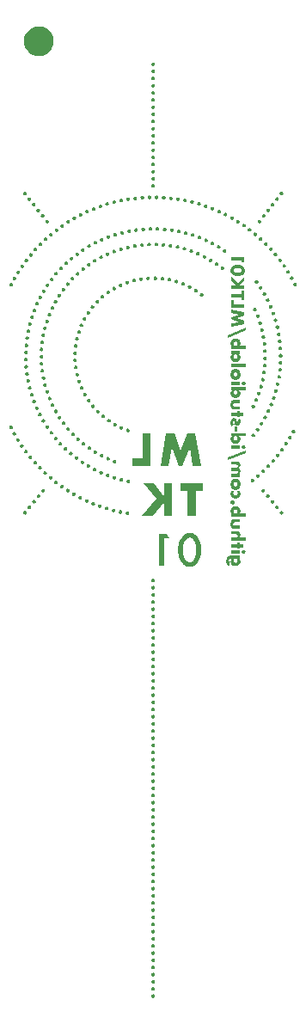
<source format=gbr>
G04 This is an RS-274x file exported by *
G04 gerbv version 2.6.0 *
G04 More information is available about gerbv at *
G04 http://gerbv.gpleda.org/ *
G04 --End of header info--*
%MOIN*%
%FSLAX34Y34*%
%IPPOS*%
G04 --Define apertures--*
%ADD10C,0.0139*%
G04 --Start main section--*
G54D10*
G36*
G01X0053018Y-028640D02*
G01X0053006Y-028625D01*
G01X0052990Y-028616D01*
G01X0052972Y-028614D01*
G01X0052955Y-028612D01*
G01X0052936Y-028617D01*
G01X0052921Y-028629D01*
G01X0052906Y-028641D01*
G01X0052897Y-028658D01*
G01X0052895Y-028675D01*
G01X0052893Y-028693D01*
G01X0052898Y-028711D01*
G01X0052910Y-028726D01*
G01X0052917Y-028735D01*
G01X0052925Y-028741D01*
G01X0052934Y-028746D01*
G01X0052944Y-028750D01*
G01X0052954Y-028753D01*
G01X0052964Y-028753D01*
G01X0052972Y-028753D01*
G01X0052979Y-028751D01*
G01X0052987Y-028749D01*
G01X0052994Y-028746D01*
G01X0053001Y-028742D01*
G01X0053007Y-028737D01*
G01X0053022Y-028726D01*
G01X0053031Y-028709D01*
G01X0053033Y-028691D01*
G01X0053035Y-028674D01*
G01X0053030Y-028655D01*
G01X0053018Y-028640D01*
G37*
G36*
G01X0052675Y-028204D02*
G01X0052663Y-028189D01*
G01X0052646Y-028180D01*
G01X0052629Y-028177D01*
G01X0052611Y-028175D01*
G01X0052593Y-028179D01*
G01X0052578Y-028191D01*
G01X0052563Y-028203D01*
G01X0052554Y-028220D01*
G01X0052551Y-028238D01*
G01X0052549Y-028256D01*
G01X0052554Y-028275D01*
G01X0052565Y-028290D01*
G01X0052572Y-028298D01*
G01X0052581Y-028305D01*
G01X0052591Y-028310D01*
G01X0052600Y-028314D01*
G01X0052610Y-028317D01*
G01X0052621Y-028317D01*
G01X0052628Y-028317D01*
G01X0052635Y-028315D01*
G01X0052642Y-028313D01*
G01X0052649Y-028310D01*
G01X0052656Y-028306D01*
G01X0052663Y-028301D01*
G01X0052678Y-028289D01*
G01X0052687Y-028272D01*
G01X0052689Y-028255D01*
G01X0052692Y-028237D01*
G01X0052687Y-028219D01*
G01X0052675Y-028204D01*
G37*
G36*
G01X0052503Y-027986D02*
G01X0052491Y-027971D01*
G01X0052475Y-027962D01*
G01X0052457Y-027959D01*
G01X0052440Y-027957D01*
G01X0052421Y-027962D01*
G01X0052406Y-027974D01*
G01X0052390Y-027985D01*
G01X0052382Y-028002D01*
G01X0052380Y-028020D01*
G01X0052378Y-028038D01*
G01X0052383Y-028057D01*
G01X0052394Y-028072D01*
G01X0052402Y-028080D01*
G01X0052410Y-028087D01*
G01X0052419Y-028092D01*
G01X0052428Y-028096D01*
G01X0052438Y-028099D01*
G01X0052449Y-028099D01*
G01X0052456Y-028099D01*
G01X0052464Y-028097D01*
G01X0052471Y-028094D01*
G01X0052479Y-028092D01*
G01X0052486Y-028088D01*
G01X0052492Y-028083D01*
G01X0052507Y-028071D01*
G01X0052516Y-028054D01*
G01X0052518Y-028037D01*
G01X0052520Y-028019D01*
G01X0052515Y-028001D01*
G01X0052503Y-027986D01*
G37*
G36*
G01X0052848Y-028422D02*
G01X0052836Y-028407D01*
G01X0052819Y-028398D01*
G01X0052801Y-028395D01*
G01X0052783Y-028393D01*
G01X0052765Y-028398D01*
G01X0052750Y-028409D01*
G01X0052735Y-028421D01*
G01X0052726Y-028438D01*
G01X0052724Y-028456D01*
G01X0052722Y-028474D01*
G01X0052726Y-028493D01*
G01X0052738Y-028508D01*
G01X0052745Y-028516D01*
G01X0052754Y-028523D01*
G01X0052763Y-028528D01*
G01X0052773Y-028532D01*
G01X0052783Y-028534D01*
G01X0052793Y-028534D01*
G01X0052800Y-028534D01*
G01X0052808Y-028533D01*
G01X0052815Y-028531D01*
G01X0052822Y-028528D01*
G01X0052829Y-028524D01*
G01X0052835Y-028519D01*
G01X0052850Y-028507D01*
G01X0052859Y-028490D01*
G01X0052862Y-028473D01*
G01X0052864Y-028455D01*
G01X0052859Y-028437D01*
G01X0052848Y-028422D01*
G37*
G36*
G01X0052160Y-027548D02*
G01X0052148Y-027534D01*
G01X0052131Y-027525D01*
G01X0052113Y-027523D01*
G01X0052096Y-027521D01*
G01X0052077Y-027525D01*
G01X0052063Y-027537D01*
G01X0052047Y-027549D01*
G01X0052038Y-027566D01*
G01X0052036Y-027583D01*
G01X0052034Y-027601D01*
G01X0052038Y-027619D01*
G01X0052050Y-027634D01*
G01X0052057Y-027643D01*
G01X0052066Y-027650D01*
G01X0052075Y-027655D01*
G01X0052085Y-027659D01*
G01X0052095Y-027661D01*
G01X0052106Y-027661D01*
G01X0052113Y-027661D01*
G01X0052120Y-027660D01*
G01X0052127Y-027658D01*
G01X0052134Y-027655D01*
G01X0052141Y-027652D01*
G01X0052147Y-027647D01*
G01X0052163Y-027634D01*
G01X0052172Y-027617D01*
G01X0052174Y-027600D01*
G01X0052176Y-027582D01*
G01X0052172Y-027564D01*
G01X0052160Y-027548D01*
G37*
G36*
G01X0052331Y-027767D02*
G01X0052319Y-027752D01*
G01X0052302Y-027743D01*
G01X0052285Y-027741D01*
G01X0052267Y-027739D01*
G01X0052249Y-027744D01*
G01X0052233Y-027755D01*
G01X0052219Y-027767D01*
G01X0052210Y-027784D01*
G01X0052208Y-027802D01*
G01X0052206Y-027820D01*
G01X0052211Y-027838D01*
G01X0052223Y-027852D01*
G01X0052229Y-027862D01*
G01X0052238Y-027868D01*
G01X0052247Y-027873D01*
G01X0052256Y-027877D01*
G01X0052266Y-027879D01*
G01X0052276Y-027879D01*
G01X0052284Y-027879D01*
G01X0052292Y-027878D01*
G01X0052299Y-027876D01*
G01X0052306Y-027873D01*
G01X0052313Y-027870D01*
G01X0052320Y-027865D01*
G01X0052335Y-027853D01*
G01X0052344Y-027836D01*
G01X0052346Y-027818D01*
G01X0052348Y-027800D01*
G01X0052343Y-027782D01*
G01X0052331Y-027767D01*
G37*
G36*
G01X0057081Y-023205D02*
G01X0057100Y-023205D01*
G01X0057118Y-023198D01*
G01X0057130Y-023185D01*
G01X0057142Y-023173D01*
G01X0057150Y-023155D01*
G01X0057150Y-023136D01*
G01X0057150Y-023117D01*
G01X0057142Y-023100D01*
G01X0057130Y-023087D01*
G01X0057118Y-023074D01*
G01X0057100Y-023067D01*
G01X0057081Y-023067D01*
G01X0057061Y-023067D01*
G01X0057044Y-023074D01*
G01X0057031Y-023087D01*
G01X0057019Y-023100D01*
G01X0057011Y-023117D01*
G01X0057011Y-023136D01*
G01X0057011Y-023155D01*
G01X0057019Y-023173D01*
G01X0057031Y-023185D01*
G01X0057044Y-023198D01*
G01X0057061Y-023205D01*
G01X0057081Y-023205D01*
G37*
G36*
G01X0057081Y-023483D02*
G01X0057100Y-023483D01*
G01X0057118Y-023476D01*
G01X0057130Y-023463D01*
G01X0057142Y-023451D01*
G01X0057150Y-023433D01*
G01X0057150Y-023414D01*
G01X0057150Y-023395D01*
G01X0057142Y-023378D01*
G01X0057130Y-023365D01*
G01X0057118Y-023352D01*
G01X0057100Y-023344D01*
G01X0057081Y-023344D01*
G01X0057061Y-023344D01*
G01X0057044Y-023352D01*
G01X0057031Y-023365D01*
G01X0057019Y-023378D01*
G01X0057011Y-023395D01*
G01X0057011Y-023414D01*
G01X0057011Y-023433D01*
G01X0057019Y-023451D01*
G01X0057031Y-023463D01*
G01X0057044Y-023476D01*
G01X0057061Y-023483D01*
G01X0057081Y-023483D01*
G37*
G36*
G01X0057081Y-023761D02*
G01X0057100Y-023761D01*
G01X0057118Y-023753D01*
G01X0057130Y-023741D01*
G01X0057142Y-023728D01*
G01X0057150Y-023711D01*
G01X0057150Y-023692D01*
G01X0057150Y-023673D01*
G01X0057142Y-023655D01*
G01X0057130Y-023643D01*
G01X0057118Y-023630D01*
G01X0057100Y-023622D01*
G01X0057081Y-023622D01*
G01X0057061Y-023622D01*
G01X0057044Y-023630D01*
G01X0057031Y-023643D01*
G01X0057019Y-023655D01*
G01X0057011Y-023673D01*
G01X0057011Y-023692D01*
G01X0057011Y-023711D01*
G01X0057019Y-023728D01*
G01X0057031Y-023741D01*
G01X0057044Y-023753D01*
G01X0057061Y-023761D01*
G01X0057081Y-023761D01*
G37*
G36*
G01X0057081Y-022650D02*
G01X0057100Y-022650D01*
G01X0057118Y-022642D01*
G01X0057130Y-022630D01*
G01X0057142Y-022617D01*
G01X0057150Y-022600D01*
G01X0057150Y-022580D01*
G01X0057150Y-022562D01*
G01X0057142Y-022544D01*
G01X0057130Y-022532D01*
G01X0057118Y-022519D01*
G01X0057100Y-022511D01*
G01X0057081Y-022511D01*
G01X0057061Y-022511D01*
G01X0057044Y-022519D01*
G01X0057031Y-022532D01*
G01X0057019Y-022544D01*
G01X0057011Y-022562D01*
G01X0057011Y-022580D01*
G01X0057011Y-022600D01*
G01X0057019Y-022617D01*
G01X0057031Y-022630D01*
G01X0057044Y-022642D01*
G01X0057061Y-022650D01*
G01X0057081Y-022650D01*
G37*
G36*
G01X0057081Y-027372D02*
G01X0057100Y-027372D01*
G01X0057118Y-027364D01*
G01X0057130Y-027352D01*
G01X0057142Y-027339D01*
G01X0057150Y-027322D01*
G01X0057150Y-027303D01*
G01X0057150Y-027284D01*
G01X0057142Y-027266D01*
G01X0057130Y-027254D01*
G01X0057118Y-027241D01*
G01X0057100Y-027233D01*
G01X0057081Y-027233D01*
G01X0057061Y-027233D01*
G01X0057044Y-027241D01*
G01X0057031Y-027254D01*
G01X0057019Y-027266D01*
G01X0057011Y-027284D01*
G01X0057011Y-027303D01*
G01X0057011Y-027322D01*
G01X0057019Y-027339D01*
G01X0057031Y-027352D01*
G01X0057044Y-027364D01*
G01X0057061Y-027372D01*
G01X0057081Y-027372D01*
G37*
G36*
G01X0057081Y-022929D02*
G01X0057100Y-022929D01*
G01X0057118Y-022921D01*
G01X0057130Y-022908D01*
G01X0057142Y-022895D01*
G01X0057150Y-022877D01*
G01X0057150Y-022858D01*
G01X0057150Y-022839D01*
G01X0057142Y-022822D01*
G01X0057130Y-022809D01*
G01X0057118Y-022796D01*
G01X0057100Y-022788D01*
G01X0057081Y-022788D01*
G01X0057061Y-022788D01*
G01X0057044Y-022796D01*
G01X0057031Y-022809D01*
G01X0057019Y-022822D01*
G01X0057011Y-022839D01*
G01X0057011Y-022858D01*
G01X0057011Y-022877D01*
G01X0057019Y-022895D01*
G01X0057031Y-022908D01*
G01X0057044Y-022921D01*
G01X0057061Y-022929D01*
G01X0057081Y-022929D01*
G37*
G36*
G01X0057081Y-024873D02*
G01X0057100Y-024873D01*
G01X0057118Y-024865D01*
G01X0057130Y-024853D01*
G01X0057142Y-024840D01*
G01X0057150Y-024822D01*
G01X0057150Y-024802D01*
G01X0057150Y-024784D01*
G01X0057142Y-024766D01*
G01X0057130Y-024754D01*
G01X0057118Y-024741D01*
G01X0057100Y-024733D01*
G01X0057081Y-024733D01*
G01X0057061Y-024733D01*
G01X0057044Y-024741D01*
G01X0057031Y-024754D01*
G01X0057019Y-024766D01*
G01X0057011Y-024784D01*
G01X0057011Y-024802D01*
G01X0057011Y-024822D01*
G01X0057019Y-024840D01*
G01X0057031Y-024853D01*
G01X0057044Y-024865D01*
G01X0057061Y-024873D01*
G01X0057081Y-024873D01*
G37*
G36*
G01X0057081Y-024039D02*
G01X0057100Y-024039D01*
G01X0057118Y-024031D01*
G01X0057130Y-024019D01*
G01X0057142Y-024006D01*
G01X0057150Y-023989D01*
G01X0057150Y-023969D01*
G01X0057150Y-023950D01*
G01X0057142Y-023933D01*
G01X0057130Y-023921D01*
G01X0057118Y-023909D01*
G01X0057100Y-023901D01*
G01X0057081Y-023901D01*
G01X0057061Y-023901D01*
G01X0057044Y-023909D01*
G01X0057031Y-023921D01*
G01X0057019Y-023933D01*
G01X0057011Y-023950D01*
G01X0057011Y-023969D01*
G01X0057011Y-023989D01*
G01X0057019Y-024006D01*
G01X0057031Y-024019D01*
G01X0057044Y-024031D01*
G01X0057061Y-024039D01*
G01X0057081Y-024039D01*
G37*
G36*
G01X0057081Y-024594D02*
G01X0057100Y-024594D01*
G01X0057118Y-024587D01*
G01X0057130Y-024574D01*
G01X0057142Y-024562D01*
G01X0057150Y-024544D01*
G01X0057150Y-024525D01*
G01X0057150Y-024506D01*
G01X0057142Y-024489D01*
G01X0057130Y-024476D01*
G01X0057118Y-024463D01*
G01X0057100Y-024455D01*
G01X0057081Y-024455D01*
G01X0057061Y-024455D01*
G01X0057044Y-024463D01*
G01X0057031Y-024476D01*
G01X0057019Y-024489D01*
G01X0057011Y-024506D01*
G01X0057011Y-024525D01*
G01X0057011Y-024544D01*
G01X0057019Y-024562D01*
G01X0057031Y-024574D01*
G01X0057044Y-024587D01*
G01X0057061Y-024594D01*
G01X0057081Y-024594D01*
G37*
G36*
G01X0057081Y-024317D02*
G01X0057100Y-024317D01*
G01X0057118Y-024309D01*
G01X0057130Y-024296D01*
G01X0057142Y-024284D01*
G01X0057150Y-024266D01*
G01X0057150Y-024247D01*
G01X0057150Y-024228D01*
G01X0057142Y-024211D01*
G01X0057130Y-024198D01*
G01X0057118Y-024186D01*
G01X0057100Y-024178D01*
G01X0057081Y-024178D01*
G01X0057061Y-024178D01*
G01X0057044Y-024186D01*
G01X0057031Y-024198D01*
G01X0057019Y-024211D01*
G01X0057011Y-024228D01*
G01X0057011Y-024247D01*
G01X0057011Y-024266D01*
G01X0057019Y-024284D01*
G01X0057031Y-024296D01*
G01X0057044Y-024309D01*
G01X0057061Y-024317D01*
G01X0057081Y-024317D01*
G37*
G36*
G01X0057081Y-025150D02*
G01X0057100Y-025150D01*
G01X0057118Y-025142D01*
G01X0057130Y-025130D01*
G01X0057142Y-025117D01*
G01X0057150Y-025100D01*
G01X0057150Y-025080D01*
G01X0057150Y-025062D01*
G01X0057142Y-025044D01*
G01X0057130Y-025032D01*
G01X0057118Y-025019D01*
G01X0057100Y-025011D01*
G01X0057081Y-025011D01*
G01X0057061Y-025011D01*
G01X0057044Y-025019D01*
G01X0057031Y-025032D01*
G01X0057019Y-025044D01*
G01X0057011Y-025062D01*
G01X0057011Y-025080D01*
G01X0057011Y-025100D01*
G01X0057019Y-025117D01*
G01X0057031Y-025130D01*
G01X0057044Y-025142D01*
G01X0057061Y-025150D01*
G01X0057081Y-025150D01*
G37*
G36*
G01X0057081Y-027094D02*
G01X0057100Y-027094D01*
G01X0057118Y-027087D01*
G01X0057130Y-027074D01*
G01X0057142Y-027062D01*
G01X0057150Y-027044D01*
G01X0057150Y-027025D01*
G01X0057150Y-027006D01*
G01X0057142Y-026989D01*
G01X0057130Y-026976D01*
G01X0057118Y-026963D01*
G01X0057100Y-026955D01*
G01X0057081Y-026955D01*
G01X0057061Y-026955D01*
G01X0057044Y-026963D01*
G01X0057031Y-026976D01*
G01X0057019Y-026989D01*
G01X0057011Y-027006D01*
G01X0057011Y-027025D01*
G01X0057011Y-027044D01*
G01X0057019Y-027062D01*
G01X0057031Y-027074D01*
G01X0057044Y-027087D01*
G01X0057061Y-027094D01*
G01X0057081Y-027094D01*
G37*
G36*
G01X0057081Y-025428D02*
G01X0057100Y-025428D01*
G01X0057118Y-025420D01*
G01X0057130Y-025407D01*
G01X0057142Y-025395D01*
G01X0057150Y-025378D01*
G01X0057150Y-025358D01*
G01X0057150Y-025339D01*
G01X0057142Y-025322D01*
G01X0057130Y-025309D01*
G01X0057118Y-025297D01*
G01X0057100Y-025289D01*
G01X0057081Y-025289D01*
G01X0057061Y-025289D01*
G01X0057044Y-025297D01*
G01X0057031Y-025309D01*
G01X0057019Y-025322D01*
G01X0057011Y-025339D01*
G01X0057011Y-025358D01*
G01X0057011Y-025378D01*
G01X0057019Y-025395D01*
G01X0057031Y-025407D01*
G01X0057044Y-025420D01*
G01X0057061Y-025428D01*
G01X0057081Y-025428D01*
G37*
G36*
G01X0057081Y-026261D02*
G01X0057100Y-026261D01*
G01X0057118Y-026253D01*
G01X0057130Y-026241D01*
G01X0057142Y-026228D01*
G01X0057150Y-026211D01*
G01X0057150Y-026192D01*
G01X0057150Y-026173D01*
G01X0057142Y-026155D01*
G01X0057130Y-026143D01*
G01X0057118Y-026130D01*
G01X0057100Y-026122D01*
G01X0057081Y-026122D01*
G01X0057061Y-026122D01*
G01X0057044Y-026130D01*
G01X0057031Y-026143D01*
G01X0057019Y-026155D01*
G01X0057011Y-026173D01*
G01X0057011Y-026192D01*
G01X0057011Y-026211D01*
G01X0057019Y-026228D01*
G01X0057031Y-026241D01*
G01X0057044Y-026253D01*
G01X0057061Y-026261D01*
G01X0057081Y-026261D01*
G37*
G36*
G01X0057081Y-026817D02*
G01X0057100Y-026817D01*
G01X0057118Y-026809D01*
G01X0057130Y-026796D01*
G01X0057142Y-026784D01*
G01X0057150Y-026766D01*
G01X0057150Y-026747D01*
G01X0057150Y-026728D01*
G01X0057142Y-026711D01*
G01X0057130Y-026698D01*
G01X0057118Y-026686D01*
G01X0057100Y-026678D01*
G01X0057081Y-026678D01*
G01X0057061Y-026678D01*
G01X0057044Y-026686D01*
G01X0057031Y-026698D01*
G01X0057019Y-026711D01*
G01X0057011Y-026728D01*
G01X0057011Y-026747D01*
G01X0057011Y-026766D01*
G01X0057019Y-026784D01*
G01X0057031Y-026796D01*
G01X0057044Y-026809D01*
G01X0057061Y-026817D01*
G01X0057081Y-026817D01*
G37*
G36*
G01X0057081Y-026539D02*
G01X0057100Y-026539D01*
G01X0057118Y-026531D01*
G01X0057130Y-026519D01*
G01X0057142Y-026506D01*
G01X0057150Y-026489D01*
G01X0057150Y-026469D01*
G01X0057150Y-026450D01*
G01X0057142Y-026433D01*
G01X0057130Y-026420D01*
G01X0057118Y-026408D01*
G01X0057100Y-026400D01*
G01X0057081Y-026400D01*
G01X0057061Y-026400D01*
G01X0057044Y-026408D01*
G01X0057031Y-026420D01*
G01X0057019Y-026433D01*
G01X0057011Y-026450D01*
G01X0057011Y-026469D01*
G01X0057011Y-026489D01*
G01X0057019Y-026506D01*
G01X0057031Y-026519D01*
G01X0057044Y-026531D01*
G01X0057061Y-026539D01*
G01X0057081Y-026539D01*
G37*
G36*
G01X0057081Y-025705D02*
G01X0057100Y-025705D01*
G01X0057118Y-025698D01*
G01X0057130Y-025685D01*
G01X0057142Y-025673D01*
G01X0057150Y-025655D01*
G01X0057150Y-025636D01*
G01X0057150Y-025617D01*
G01X0057142Y-025600D01*
G01X0057130Y-025587D01*
G01X0057118Y-025574D01*
G01X0057100Y-025567D01*
G01X0057081Y-025567D01*
G01X0057061Y-025567D01*
G01X0057044Y-025574D01*
G01X0057031Y-025587D01*
G01X0057019Y-025600D01*
G01X0057011Y-025617D01*
G01X0057011Y-025636D01*
G01X0057011Y-025655D01*
G01X0057019Y-025673D01*
G01X0057031Y-025685D01*
G01X0057044Y-025698D01*
G01X0057061Y-025705D01*
G01X0057081Y-025705D01*
G37*
G36*
G01X0057081Y-025983D02*
G01X0057100Y-025983D01*
G01X0057118Y-025976D01*
G01X0057130Y-025963D01*
G01X0057142Y-025951D01*
G01X0057150Y-025934D01*
G01X0057150Y-025915D01*
G01X0057150Y-025896D01*
G01X0057142Y-025878D01*
G01X0057130Y-025865D01*
G01X0057118Y-025852D01*
G01X0057100Y-025844D01*
G01X0057081Y-025844D01*
G01X0057061Y-025844D01*
G01X0057044Y-025852D01*
G01X0057031Y-025865D01*
G01X0057019Y-025878D01*
G01X0057011Y-025896D01*
G01X0057011Y-025915D01*
G01X0057011Y-025934D01*
G01X0057019Y-025951D01*
G01X0057031Y-025963D01*
G01X0057044Y-025976D01*
G01X0057061Y-025983D01*
G01X0057081Y-025983D01*
G37*
G36*
G01X0057081Y-049750D02*
G01X0057061Y-049750D01*
G01X0057044Y-049757D01*
G01X0057031Y-049770D01*
G01X0057019Y-049782D01*
G01X0057011Y-049800D01*
G01X0057011Y-049819D01*
G01X0057011Y-049839D01*
G01X0057019Y-049856D01*
G01X0057031Y-049868D01*
G01X0057044Y-049881D01*
G01X0057061Y-049889D01*
G01X0057081Y-049889D01*
G01X0057099Y-049889D01*
G01X0057117Y-049881D01*
G01X0057129Y-049868D01*
G01X0057142Y-049856D01*
G01X0057150Y-049839D01*
G01X0057150Y-049819D01*
G01X0057150Y-049800D01*
G01X0057142Y-049782D01*
G01X0057129Y-049770D01*
G01X0057117Y-049757D01*
G01X0057099Y-049750D01*
G01X0057081Y-049750D01*
G37*
G36*
G01X0057081Y-050305D02*
G01X0057061Y-050305D01*
G01X0057044Y-050313D01*
G01X0057031Y-050326D01*
G01X0057019Y-050339D01*
G01X0057011Y-050356D01*
G01X0057011Y-050375D01*
G01X0057011Y-050394D01*
G01X0057019Y-050412D01*
G01X0057031Y-050424D01*
G01X0057044Y-050437D01*
G01X0057061Y-050444D01*
G01X0057081Y-050444D01*
G01X0057099Y-050444D01*
G01X0057117Y-050437D01*
G01X0057129Y-050424D01*
G01X0057142Y-050412D01*
G01X0057150Y-050394D01*
G01X0057150Y-050375D01*
G01X0057150Y-050356D01*
G01X0057142Y-050339D01*
G01X0057129Y-050326D01*
G01X0057117Y-050313D01*
G01X0057099Y-050305D01*
G01X0057081Y-050305D01*
G37*
G36*
G01X0057081Y-052250D02*
G01X0057061Y-052250D01*
G01X0057044Y-052257D01*
G01X0057031Y-052270D01*
G01X0057019Y-052282D01*
G01X0057011Y-052300D01*
G01X0057011Y-052319D01*
G01X0057011Y-052339D01*
G01X0057019Y-052356D01*
G01X0057031Y-052368D01*
G01X0057044Y-052381D01*
G01X0057061Y-052389D01*
G01X0057081Y-052389D01*
G01X0057099Y-052389D01*
G01X0057117Y-052381D01*
G01X0057129Y-052368D01*
G01X0057142Y-052356D01*
G01X0057150Y-052339D01*
G01X0057150Y-052319D01*
G01X0057150Y-052300D01*
G01X0057142Y-052282D01*
G01X0057129Y-052270D01*
G01X0057117Y-052257D01*
G01X0057099Y-052250D01*
G01X0057081Y-052250D01*
G37*
G36*
G01X0057081Y-050028D02*
G01X0057061Y-050028D01*
G01X0057044Y-050035D01*
G01X0057031Y-050048D01*
G01X0057019Y-050060D01*
G01X0057011Y-050078D01*
G01X0057011Y-050097D01*
G01X0057011Y-050116D01*
G01X0057019Y-050134D01*
G01X0057031Y-050146D01*
G01X0057044Y-050159D01*
G01X0057061Y-050166D01*
G01X0057081Y-050166D01*
G01X0057099Y-050166D01*
G01X0057117Y-050159D01*
G01X0057129Y-050146D01*
G01X0057142Y-050134D01*
G01X0057150Y-050116D01*
G01X0057150Y-050097D01*
G01X0057150Y-050078D01*
G01X0057142Y-050060D01*
G01X0057129Y-050048D01*
G01X0057117Y-050035D01*
G01X0057099Y-050028D01*
G01X0057081Y-050028D01*
G37*
G36*
G01X0057081Y-050583D02*
G01X0057061Y-050583D01*
G01X0057044Y-050591D01*
G01X0057031Y-050604D01*
G01X0057019Y-050616D01*
G01X0057011Y-050634D01*
G01X0057011Y-050653D01*
G01X0057011Y-050672D01*
G01X0057019Y-050689D01*
G01X0057031Y-050702D01*
G01X0057044Y-050714D01*
G01X0057061Y-050722D01*
G01X0057081Y-050722D01*
G01X0057099Y-050722D01*
G01X0057117Y-050714D01*
G01X0057129Y-050702D01*
G01X0057142Y-050689D01*
G01X0057150Y-050672D01*
G01X0057150Y-050653D01*
G01X0057150Y-050634D01*
G01X0057142Y-050616D01*
G01X0057129Y-050604D01*
G01X0057117Y-050591D01*
G01X0057099Y-050583D01*
G01X0057081Y-050583D01*
G37*
G36*
G01X0057081Y-051972D02*
G01X0057061Y-051972D01*
G01X0057044Y-051980D01*
G01X0057031Y-051992D01*
G01X0057019Y-052005D01*
G01X0057011Y-052022D01*
G01X0057011Y-052041D01*
G01X0057011Y-052061D01*
G01X0057019Y-052078D01*
G01X0057031Y-052091D01*
G01X0057044Y-052103D01*
G01X0057061Y-052111D01*
G01X0057081Y-052111D01*
G01X0057099Y-052111D01*
G01X0057117Y-052103D01*
G01X0057129Y-052091D01*
G01X0057142Y-052078D01*
G01X0057150Y-052061D01*
G01X0057150Y-052041D01*
G01X0057150Y-052022D01*
G01X0057142Y-052005D01*
G01X0057129Y-051992D01*
G01X0057117Y-051980D01*
G01X0057099Y-051972D01*
G01X0057081Y-051972D01*
G37*
G36*
G01X0057081Y-049472D02*
G01X0057061Y-049472D01*
G01X0057044Y-049480D01*
G01X0057031Y-049493D01*
G01X0057019Y-049505D01*
G01X0057011Y-049523D01*
G01X0057011Y-049541D01*
G01X0057011Y-049561D01*
G01X0057019Y-049578D01*
G01X0057031Y-049591D01*
G01X0057044Y-049603D01*
G01X0057061Y-049611D01*
G01X0057081Y-049611D01*
G01X0057099Y-049611D01*
G01X0057117Y-049603D01*
G01X0057129Y-049591D01*
G01X0057142Y-049578D01*
G01X0057150Y-049561D01*
G01X0057150Y-049541D01*
G01X0057150Y-049523D01*
G01X0057142Y-049505D01*
G01X0057129Y-049493D01*
G01X0057117Y-049480D01*
G01X0057099Y-049472D01*
G01X0057081Y-049472D01*
G37*
G36*
G01X0057081Y-050861D02*
G01X0057061Y-050861D01*
G01X0057044Y-050869D01*
G01X0057031Y-050881D01*
G01X0057019Y-050894D01*
G01X0057011Y-050911D01*
G01X0057011Y-050930D01*
G01X0057011Y-050950D01*
G01X0057019Y-050967D01*
G01X0057031Y-050980D01*
G01X0057044Y-050992D01*
G01X0057061Y-051000D01*
G01X0057081Y-051000D01*
G01X0057099Y-051000D01*
G01X0057117Y-050992D01*
G01X0057129Y-050980D01*
G01X0057142Y-050967D01*
G01X0057150Y-050950D01*
G01X0057150Y-050930D01*
G01X0057150Y-050911D01*
G01X0057142Y-050894D01*
G01X0057129Y-050881D01*
G01X0057117Y-050869D01*
G01X0057099Y-050861D01*
G01X0057081Y-050861D01*
G37*
G36*
G01X0057081Y-051694D02*
G01X0057061Y-051694D01*
G01X0057044Y-051702D01*
G01X0057031Y-051715D01*
G01X0057019Y-051727D01*
G01X0057011Y-051745D01*
G01X0057011Y-051764D01*
G01X0057011Y-051783D01*
G01X0057019Y-051800D01*
G01X0057031Y-051813D01*
G01X0057044Y-051825D01*
G01X0057061Y-051833D01*
G01X0057081Y-051833D01*
G01X0057099Y-051833D01*
G01X0057117Y-051825D01*
G01X0057129Y-051813D01*
G01X0057142Y-051800D01*
G01X0057150Y-051783D01*
G01X0057150Y-051764D01*
G01X0057150Y-051745D01*
G01X0057142Y-051727D01*
G01X0057129Y-051715D01*
G01X0057117Y-051702D01*
G01X0057099Y-051694D01*
G01X0057081Y-051694D01*
G37*
G36*
G01X0057081Y-051139D02*
G01X0057061Y-051139D01*
G01X0057044Y-051146D01*
G01X0057031Y-051159D01*
G01X0057019Y-051171D01*
G01X0057011Y-051189D01*
G01X0057011Y-051208D01*
G01X0057011Y-051227D01*
G01X0057019Y-051245D01*
G01X0057031Y-051257D01*
G01X0057044Y-051270D01*
G01X0057061Y-051278D01*
G01X0057081Y-051278D01*
G01X0057099Y-051278D01*
G01X0057117Y-051270D01*
G01X0057129Y-051257D01*
G01X0057142Y-051245D01*
G01X0057150Y-051227D01*
G01X0057150Y-051208D01*
G01X0057150Y-051189D01*
G01X0057142Y-051171D01*
G01X0057129Y-051159D01*
G01X0057117Y-051146D01*
G01X0057099Y-051139D01*
G01X0057081Y-051139D01*
G37*
G36*
G01X0057081Y-051416D02*
G01X0057061Y-051416D01*
G01X0057044Y-051424D01*
G01X0057031Y-051437D01*
G01X0057019Y-051450D01*
G01X0057011Y-051467D01*
G01X0057011Y-051486D01*
G01X0057011Y-051505D01*
G01X0057019Y-051523D01*
G01X0057031Y-051535D01*
G01X0057044Y-051548D01*
G01X0057061Y-051555D01*
G01X0057081Y-051555D01*
G01X0057099Y-051555D01*
G01X0057117Y-051548D01*
G01X0057129Y-051535D01*
G01X0057142Y-051523D01*
G01X0057150Y-051505D01*
G01X0057150Y-051486D01*
G01X0057150Y-051467D01*
G01X0057142Y-051450D01*
G01X0057129Y-051437D01*
G01X0057117Y-051424D01*
G01X0057099Y-051416D01*
G01X0057081Y-051416D01*
G37*
G36*
G01X0057081Y-048916D02*
G01X0057061Y-048916D01*
G01X0057044Y-048924D01*
G01X0057031Y-048937D01*
G01X0057019Y-048949D01*
G01X0057011Y-048966D01*
G01X0057011Y-048986D01*
G01X0057011Y-049005D01*
G01X0057019Y-049023D01*
G01X0057031Y-049035D01*
G01X0057044Y-049048D01*
G01X0057061Y-049055D01*
G01X0057081Y-049055D01*
G01X0057099Y-049055D01*
G01X0057117Y-049048D01*
G01X0057129Y-049035D01*
G01X0057142Y-049023D01*
G01X0057150Y-049005D01*
G01X0057150Y-048986D01*
G01X0057150Y-048966D01*
G01X0057142Y-048949D01*
G01X0057129Y-048937D01*
G01X0057117Y-048924D01*
G01X0057099Y-048916D01*
G01X0057081Y-048916D01*
G37*
G36*
G01X0057081Y-047250D02*
G01X0057061Y-047250D01*
G01X0057044Y-047258D01*
G01X0057031Y-047270D01*
G01X0057019Y-047283D01*
G01X0057011Y-047300D01*
G01X0057011Y-047319D01*
G01X0057011Y-047339D01*
G01X0057019Y-047356D01*
G01X0057031Y-047368D01*
G01X0057044Y-047381D01*
G01X0057061Y-047389D01*
G01X0057081Y-047389D01*
G01X0057099Y-047389D01*
G01X0057117Y-047381D01*
G01X0057129Y-047368D01*
G01X0057142Y-047356D01*
G01X0057150Y-047339D01*
G01X0057150Y-047319D01*
G01X0057150Y-047300D01*
G01X0057142Y-047283D01*
G01X0057129Y-047270D01*
G01X0057117Y-047258D01*
G01X0057099Y-047250D01*
G01X0057081Y-047250D01*
G37*
G36*
G01X0057081Y-046972D02*
G01X0057061Y-046972D01*
G01X0057044Y-046980D01*
G01X0057031Y-046993D01*
G01X0057019Y-047005D01*
G01X0057011Y-047023D01*
G01X0057011Y-047041D01*
G01X0057011Y-047061D01*
G01X0057019Y-047078D01*
G01X0057031Y-047091D01*
G01X0057044Y-047103D01*
G01X0057061Y-047111D01*
G01X0057081Y-047111D01*
G01X0057099Y-047111D01*
G01X0057117Y-047103D01*
G01X0057129Y-047091D01*
G01X0057142Y-047078D01*
G01X0057150Y-047061D01*
G01X0057150Y-047041D01*
G01X0057150Y-047023D01*
G01X0057142Y-047005D01*
G01X0057129Y-046993D01*
G01X0057117Y-046980D01*
G01X0057099Y-046972D01*
G01X0057081Y-046972D01*
G37*
G36*
G01X0057081Y-047528D02*
G01X0057061Y-047528D01*
G01X0057044Y-047535D01*
G01X0057031Y-047548D01*
G01X0057019Y-047560D01*
G01X0057011Y-047578D01*
G01X0057011Y-047597D01*
G01X0057011Y-047616D01*
G01X0057019Y-047634D01*
G01X0057031Y-047646D01*
G01X0057044Y-047659D01*
G01X0057061Y-047666D01*
G01X0057081Y-047666D01*
G01X0057099Y-047666D01*
G01X0057117Y-047659D01*
G01X0057129Y-047646D01*
G01X0057142Y-047634D01*
G01X0057150Y-047616D01*
G01X0057150Y-047597D01*
G01X0057150Y-047578D01*
G01X0057142Y-047560D01*
G01X0057129Y-047548D01*
G01X0057117Y-047535D01*
G01X0057099Y-047528D01*
G01X0057081Y-047528D01*
G37*
G36*
G01X0057081Y-052528D02*
G01X0057061Y-052528D01*
G01X0057044Y-052535D01*
G01X0057031Y-052548D01*
G01X0057019Y-052561D01*
G01X0057011Y-052578D01*
G01X0057011Y-052597D01*
G01X0057011Y-052616D01*
G01X0057019Y-052634D01*
G01X0057031Y-052646D01*
G01X0057044Y-052659D01*
G01X0057061Y-052666D01*
G01X0057081Y-052666D01*
G01X0057099Y-052666D01*
G01X0057117Y-052659D01*
G01X0057129Y-052646D01*
G01X0057142Y-052634D01*
G01X0057150Y-052616D01*
G01X0057150Y-052597D01*
G01X0057150Y-052578D01*
G01X0057142Y-052561D01*
G01X0057129Y-052548D01*
G01X0057117Y-052535D01*
G01X0057099Y-052528D01*
G01X0057081Y-052528D01*
G37*
G36*
G01X0057081Y-046694D02*
G01X0057061Y-046694D01*
G01X0057044Y-046702D01*
G01X0057031Y-046714D01*
G01X0057019Y-046727D01*
G01X0057011Y-046744D01*
G01X0057011Y-046764D01*
G01X0057011Y-046783D01*
G01X0057019Y-046800D01*
G01X0057031Y-046813D01*
G01X0057044Y-046825D01*
G01X0057061Y-046833D01*
G01X0057081Y-046833D01*
G01X0057099Y-046833D01*
G01X0057117Y-046825D01*
G01X0057129Y-046813D01*
G01X0057142Y-046800D01*
G01X0057150Y-046783D01*
G01X0057150Y-046764D01*
G01X0057150Y-046744D01*
G01X0057142Y-046727D01*
G01X0057129Y-046714D01*
G01X0057117Y-046702D01*
G01X0057099Y-046694D01*
G01X0057081Y-046694D01*
G37*
G36*
G01X0057081Y-049194D02*
G01X0057061Y-049194D01*
G01X0057044Y-049202D01*
G01X0057031Y-049215D01*
G01X0057019Y-049227D01*
G01X0057011Y-049245D01*
G01X0057011Y-049264D01*
G01X0057011Y-049283D01*
G01X0057019Y-049300D01*
G01X0057031Y-049313D01*
G01X0057044Y-049325D01*
G01X0057061Y-049333D01*
G01X0057081Y-049333D01*
G01X0057099Y-049333D01*
G01X0057117Y-049325D01*
G01X0057129Y-049313D01*
G01X0057142Y-049300D01*
G01X0057150Y-049283D01*
G01X0057150Y-049264D01*
G01X0057150Y-049245D01*
G01X0057142Y-049227D01*
G01X0057129Y-049215D01*
G01X0057117Y-049202D01*
G01X0057099Y-049194D01*
G01X0057081Y-049194D01*
G37*
G36*
G01X0057081Y-047805D02*
G01X0057061Y-047805D01*
G01X0057044Y-047813D01*
G01X0057031Y-047825D01*
G01X0057019Y-047838D01*
G01X0057011Y-047855D01*
G01X0057011Y-047875D01*
G01X0057011Y-047894D01*
G01X0057019Y-047912D01*
G01X0057031Y-047924D01*
G01X0057044Y-047937D01*
G01X0057061Y-047944D01*
G01X0057081Y-047944D01*
G01X0057099Y-047944D01*
G01X0057117Y-047937D01*
G01X0057129Y-047924D01*
G01X0057142Y-047912D01*
G01X0057150Y-047894D01*
G01X0057150Y-047875D01*
G01X0057150Y-047855D01*
G01X0057142Y-047838D01*
G01X0057129Y-047825D01*
G01X0057117Y-047813D01*
G01X0057099Y-047805D01*
G01X0057081Y-047805D01*
G37*
G36*
G01X0057081Y-048361D02*
G01X0057061Y-048361D01*
G01X0057044Y-048369D01*
G01X0057031Y-048381D01*
G01X0057019Y-048394D01*
G01X0057011Y-048411D01*
G01X0057011Y-048430D01*
G01X0057011Y-048450D01*
G01X0057019Y-048467D01*
G01X0057031Y-048480D01*
G01X0057044Y-048492D01*
G01X0057061Y-048500D01*
G01X0057081Y-048500D01*
G01X0057099Y-048500D01*
G01X0057117Y-048492D01*
G01X0057129Y-048480D01*
G01X0057142Y-048467D01*
G01X0057150Y-048450D01*
G01X0057150Y-048430D01*
G01X0057150Y-048411D01*
G01X0057142Y-048394D01*
G01X0057129Y-048381D01*
G01X0057117Y-048369D01*
G01X0057099Y-048361D01*
G01X0057081Y-048361D01*
G37*
G36*
G01X0057081Y-048639D02*
G01X0057061Y-048639D01*
G01X0057044Y-048646D01*
G01X0057031Y-048659D01*
G01X0057019Y-048671D01*
G01X0057011Y-048689D01*
G01X0057011Y-048708D01*
G01X0057011Y-048727D01*
G01X0057019Y-048745D01*
G01X0057031Y-048757D01*
G01X0057044Y-048770D01*
G01X0057061Y-048778D01*
G01X0057081Y-048778D01*
G01X0057099Y-048778D01*
G01X0057117Y-048770D01*
G01X0057129Y-048757D01*
G01X0057142Y-048745D01*
G01X0057150Y-048727D01*
G01X0057150Y-048708D01*
G01X0057150Y-048689D01*
G01X0057142Y-048671D01*
G01X0057129Y-048659D01*
G01X0057117Y-048646D01*
G01X0057099Y-048639D01*
G01X0057081Y-048639D01*
G37*
G36*
G01X0057081Y-048083D02*
G01X0057061Y-048083D01*
G01X0057044Y-048091D01*
G01X0057031Y-048104D01*
G01X0057019Y-048116D01*
G01X0057011Y-048134D01*
G01X0057011Y-048153D01*
G01X0057011Y-048172D01*
G01X0057019Y-048189D01*
G01X0057031Y-048202D01*
G01X0057044Y-048214D01*
G01X0057061Y-048222D01*
G01X0057081Y-048222D01*
G01X0057099Y-048222D01*
G01X0057117Y-048214D01*
G01X0057129Y-048202D01*
G01X0057142Y-048189D01*
G01X0057150Y-048172D01*
G01X0057150Y-048153D01*
G01X0057150Y-048134D01*
G01X0057142Y-048116D01*
G01X0057129Y-048104D01*
G01X0057117Y-048091D01*
G01X0057099Y-048083D01*
G01X0057081Y-048083D01*
G37*
G36*
G01X0057081Y-057528D02*
G01X0057061Y-057528D01*
G01X0057044Y-057535D01*
G01X0057031Y-057548D01*
G01X0057019Y-057561D01*
G01X0057011Y-057578D01*
G01X0057011Y-057597D01*
G01X0057011Y-057616D01*
G01X0057019Y-057634D01*
G01X0057031Y-057646D01*
G01X0057044Y-057659D01*
G01X0057061Y-057666D01*
G01X0057081Y-057666D01*
G01X0057099Y-057666D01*
G01X0057117Y-057659D01*
G01X0057129Y-057646D01*
G01X0057142Y-057634D01*
G01X0057150Y-057616D01*
G01X0057150Y-057597D01*
G01X0057150Y-057578D01*
G01X0057142Y-057561D01*
G01X0057129Y-057548D01*
G01X0057117Y-057535D01*
G01X0057099Y-057528D01*
G01X0057081Y-057528D01*
G37*
G36*
G01X0057081Y-056972D02*
G01X0057061Y-056972D01*
G01X0057044Y-056980D01*
G01X0057031Y-056993D01*
G01X0057019Y-057005D01*
G01X0057011Y-057023D01*
G01X0057011Y-057041D01*
G01X0057011Y-057061D01*
G01X0057019Y-057078D01*
G01X0057031Y-057091D01*
G01X0057044Y-057103D01*
G01X0057061Y-057111D01*
G01X0057081Y-057111D01*
G01X0057099Y-057111D01*
G01X0057117Y-057103D01*
G01X0057129Y-057091D01*
G01X0057142Y-057078D01*
G01X0057150Y-057061D01*
G01X0057150Y-057041D01*
G01X0057150Y-057023D01*
G01X0057142Y-057005D01*
G01X0057129Y-056993D01*
G01X0057117Y-056980D01*
G01X0057099Y-056972D01*
G01X0057081Y-056972D01*
G37*
G36*
G01X0057081Y-055861D02*
G01X0057061Y-055861D01*
G01X0057044Y-055869D01*
G01X0057031Y-055881D01*
G01X0057019Y-055894D01*
G01X0057011Y-055911D01*
G01X0057011Y-055930D01*
G01X0057011Y-055950D01*
G01X0057019Y-055967D01*
G01X0057031Y-055980D01*
G01X0057044Y-055992D01*
G01X0057061Y-056000D01*
G01X0057081Y-056000D01*
G01X0057099Y-056000D01*
G01X0057117Y-055992D01*
G01X0057129Y-055980D01*
G01X0057142Y-055967D01*
G01X0057150Y-055950D01*
G01X0057150Y-055930D01*
G01X0057150Y-055911D01*
G01X0057142Y-055894D01*
G01X0057129Y-055881D01*
G01X0057117Y-055869D01*
G01X0057099Y-055861D01*
G01X0057081Y-055861D01*
G37*
G36*
G01X0057081Y-052805D02*
G01X0057061Y-052805D01*
G01X0057044Y-052813D01*
G01X0057031Y-052826D01*
G01X0057019Y-052839D01*
G01X0057011Y-052856D01*
G01X0057011Y-052875D01*
G01X0057011Y-052894D01*
G01X0057019Y-052912D01*
G01X0057031Y-052924D01*
G01X0057044Y-052937D01*
G01X0057061Y-052944D01*
G01X0057081Y-052944D01*
G01X0057099Y-052944D01*
G01X0057117Y-052937D01*
G01X0057129Y-052924D01*
G01X0057142Y-052912D01*
G01X0057150Y-052894D01*
G01X0057150Y-052875D01*
G01X0057150Y-052856D01*
G01X0057142Y-052839D01*
G01X0057129Y-052826D01*
G01X0057117Y-052813D01*
G01X0057099Y-052805D01*
G01X0057081Y-052805D01*
G37*
G36*
G01X0057081Y-056139D02*
G01X0057061Y-056139D01*
G01X0057044Y-056147D01*
G01X0057031Y-056159D01*
G01X0057019Y-056172D01*
G01X0057011Y-056189D01*
G01X0057011Y-056208D01*
G01X0057011Y-056227D01*
G01X0057019Y-056245D01*
G01X0057031Y-056257D01*
G01X0057044Y-056270D01*
G01X0057061Y-056278D01*
G01X0057081Y-056278D01*
G01X0057099Y-056278D01*
G01X0057117Y-056270D01*
G01X0057129Y-056257D01*
G01X0057142Y-056245D01*
G01X0057150Y-056227D01*
G01X0057150Y-056208D01*
G01X0057150Y-056189D01*
G01X0057142Y-056172D01*
G01X0057129Y-056159D01*
G01X0057117Y-056147D01*
G01X0057099Y-056139D01*
G01X0057081Y-056139D01*
G37*
G36*
G01X0057081Y-056416D02*
G01X0057061Y-056416D01*
G01X0057044Y-056424D01*
G01X0057031Y-056437D01*
G01X0057019Y-056449D01*
G01X0057011Y-056466D01*
G01X0057011Y-056486D01*
G01X0057011Y-056505D01*
G01X0057019Y-056523D01*
G01X0057031Y-056535D01*
G01X0057044Y-056548D01*
G01X0057061Y-056555D01*
G01X0057081Y-056555D01*
G01X0057099Y-056555D01*
G01X0057117Y-056548D01*
G01X0057129Y-056535D01*
G01X0057142Y-056523D01*
G01X0057150Y-056505D01*
G01X0057150Y-056486D01*
G01X0057150Y-056466D01*
G01X0057142Y-056449D01*
G01X0057129Y-056437D01*
G01X0057117Y-056424D01*
G01X0057099Y-056416D01*
G01X0057081Y-056416D01*
G37*
G36*
G01X0057081Y-056694D02*
G01X0057061Y-056694D01*
G01X0057044Y-056702D01*
G01X0057031Y-056714D01*
G01X0057019Y-056727D01*
G01X0057011Y-056744D01*
G01X0057011Y-056764D01*
G01X0057011Y-056783D01*
G01X0057019Y-056800D01*
G01X0057031Y-056813D01*
G01X0057044Y-056825D01*
G01X0057061Y-056833D01*
G01X0057081Y-056833D01*
G01X0057099Y-056833D01*
G01X0057117Y-056825D01*
G01X0057129Y-056813D01*
G01X0057142Y-056800D01*
G01X0057150Y-056783D01*
G01X0057150Y-056764D01*
G01X0057150Y-056744D01*
G01X0057142Y-056727D01*
G01X0057129Y-056714D01*
G01X0057117Y-056702D01*
G01X0057099Y-056694D01*
G01X0057081Y-056694D01*
G37*
G36*
G01X0057081Y-058639D02*
G01X0057061Y-058639D01*
G01X0057044Y-058647D01*
G01X0057031Y-058659D01*
G01X0057019Y-058672D01*
G01X0057011Y-058689D01*
G01X0057011Y-058708D01*
G01X0057011Y-058727D01*
G01X0057019Y-058745D01*
G01X0057031Y-058757D01*
G01X0057044Y-058770D01*
G01X0057061Y-058778D01*
G01X0057081Y-058778D01*
G01X0057099Y-058778D01*
G01X0057117Y-058770D01*
G01X0057129Y-058757D01*
G01X0057142Y-058745D01*
G01X0057150Y-058727D01*
G01X0057150Y-058708D01*
G01X0057150Y-058689D01*
G01X0057142Y-058672D01*
G01X0057129Y-058659D01*
G01X0057117Y-058647D01*
G01X0057099Y-058639D01*
G01X0057081Y-058639D01*
G37*
G36*
G01X0057081Y-058361D02*
G01X0057061Y-058361D01*
G01X0057044Y-058369D01*
G01X0057031Y-058381D01*
G01X0057019Y-058394D01*
G01X0057011Y-058411D01*
G01X0057011Y-058430D01*
G01X0057011Y-058450D01*
G01X0057019Y-058467D01*
G01X0057031Y-058480D01*
G01X0057044Y-058492D01*
G01X0057061Y-058500D01*
G01X0057081Y-058500D01*
G01X0057099Y-058500D01*
G01X0057117Y-058492D01*
G01X0057129Y-058480D01*
G01X0057142Y-058467D01*
G01X0057150Y-058450D01*
G01X0057150Y-058430D01*
G01X0057150Y-058411D01*
G01X0057142Y-058394D01*
G01X0057129Y-058381D01*
G01X0057117Y-058369D01*
G01X0057099Y-058361D01*
G01X0057081Y-058361D01*
G37*
G36*
G01X0057081Y-057805D02*
G01X0057061Y-057805D01*
G01X0057044Y-057813D01*
G01X0057031Y-057825D01*
G01X0057019Y-057838D01*
G01X0057011Y-057855D01*
G01X0057011Y-057875D01*
G01X0057011Y-057894D01*
G01X0057019Y-057912D01*
G01X0057031Y-057924D01*
G01X0057044Y-057937D01*
G01X0057061Y-057944D01*
G01X0057081Y-057944D01*
G01X0057099Y-057944D01*
G01X0057117Y-057937D01*
G01X0057129Y-057924D01*
G01X0057142Y-057912D01*
G01X0057150Y-057894D01*
G01X0057150Y-057875D01*
G01X0057150Y-057855D01*
G01X0057142Y-057838D01*
G01X0057129Y-057825D01*
G01X0057117Y-057813D01*
G01X0057099Y-057805D01*
G01X0057081Y-057805D01*
G37*
G36*
G01X0057081Y-046416D02*
G01X0057061Y-046416D01*
G01X0057044Y-046424D01*
G01X0057031Y-046437D01*
G01X0057019Y-046449D01*
G01X0057011Y-046466D01*
G01X0057011Y-046486D01*
G01X0057011Y-046505D01*
G01X0057019Y-046523D01*
G01X0057031Y-046535D01*
G01X0057044Y-046548D01*
G01X0057061Y-046555D01*
G01X0057081Y-046555D01*
G01X0057099Y-046555D01*
G01X0057117Y-046548D01*
G01X0057129Y-046535D01*
G01X0057142Y-046523D01*
G01X0057150Y-046505D01*
G01X0057150Y-046486D01*
G01X0057150Y-046466D01*
G01X0057142Y-046449D01*
G01X0057129Y-046437D01*
G01X0057117Y-046424D01*
G01X0057099Y-046416D01*
G01X0057081Y-046416D01*
G37*
G36*
G01X0057081Y-058083D02*
G01X0057061Y-058083D01*
G01X0057044Y-058091D01*
G01X0057031Y-058103D01*
G01X0057019Y-058116D01*
G01X0057011Y-058133D01*
G01X0057011Y-058153D01*
G01X0057011Y-058172D01*
G01X0057019Y-058189D01*
G01X0057031Y-058202D01*
G01X0057044Y-058214D01*
G01X0057061Y-058222D01*
G01X0057081Y-058222D01*
G01X0057099Y-058222D01*
G01X0057117Y-058214D01*
G01X0057129Y-058202D01*
G01X0057142Y-058189D01*
G01X0057150Y-058172D01*
G01X0057150Y-058153D01*
G01X0057150Y-058133D01*
G01X0057142Y-058116D01*
G01X0057129Y-058103D01*
G01X0057117Y-058091D01*
G01X0057099Y-058083D01*
G01X0057081Y-058083D01*
G37*
G36*
G01X0057081Y-057250D02*
G01X0057061Y-057250D01*
G01X0057044Y-057258D01*
G01X0057031Y-057270D01*
G01X0057019Y-057283D01*
G01X0057011Y-057300D01*
G01X0057011Y-057319D01*
G01X0057011Y-057339D01*
G01X0057019Y-057356D01*
G01X0057031Y-057368D01*
G01X0057044Y-057381D01*
G01X0057061Y-057389D01*
G01X0057081Y-057389D01*
G01X0057099Y-057389D01*
G01X0057117Y-057381D01*
G01X0057129Y-057368D01*
G01X0057142Y-057356D01*
G01X0057150Y-057339D01*
G01X0057150Y-057319D01*
G01X0057150Y-057300D01*
G01X0057142Y-057283D01*
G01X0057129Y-057270D01*
G01X0057117Y-057258D01*
G01X0057099Y-057250D01*
G01X0057081Y-057250D01*
G37*
G36*
G01X0057081Y-053916D02*
G01X0057061Y-053916D01*
G01X0057044Y-053924D01*
G01X0057031Y-053937D01*
G01X0057019Y-053950D01*
G01X0057011Y-053967D01*
G01X0057011Y-053986D01*
G01X0057011Y-054005D01*
G01X0057019Y-054023D01*
G01X0057031Y-054035D01*
G01X0057044Y-054048D01*
G01X0057061Y-054055D01*
G01X0057081Y-054055D01*
G01X0057099Y-054055D01*
G01X0057117Y-054048D01*
G01X0057129Y-054035D01*
G01X0057142Y-054023D01*
G01X0057150Y-054005D01*
G01X0057150Y-053986D01*
G01X0057150Y-053967D01*
G01X0057142Y-053950D01*
G01X0057129Y-053937D01*
G01X0057117Y-053924D01*
G01X0057099Y-053916D01*
G01X0057081Y-053916D01*
G37*
G36*
G01X0057081Y-054194D02*
G01X0057061Y-054194D01*
G01X0057044Y-054202D01*
G01X0057031Y-054214D01*
G01X0057019Y-054227D01*
G01X0057011Y-054244D01*
G01X0057011Y-054264D01*
G01X0057011Y-054283D01*
G01X0057019Y-054300D01*
G01X0057031Y-054313D01*
G01X0057044Y-054325D01*
G01X0057061Y-054333D01*
G01X0057081Y-054333D01*
G01X0057099Y-054333D01*
G01X0057117Y-054325D01*
G01X0057129Y-054313D01*
G01X0057142Y-054300D01*
G01X0057150Y-054283D01*
G01X0057150Y-054264D01*
G01X0057150Y-054244D01*
G01X0057142Y-054227D01*
G01X0057129Y-054214D01*
G01X0057117Y-054202D01*
G01X0057099Y-054194D01*
G01X0057081Y-054194D01*
G37*
G36*
G01X0057081Y-053639D02*
G01X0057061Y-053639D01*
G01X0057044Y-053647D01*
G01X0057031Y-053659D01*
G01X0057019Y-053672D01*
G01X0057011Y-053689D01*
G01X0057011Y-053708D01*
G01X0057011Y-053727D01*
G01X0057019Y-053745D01*
G01X0057031Y-053757D01*
G01X0057044Y-053770D01*
G01X0057061Y-053778D01*
G01X0057081Y-053778D01*
G01X0057099Y-053778D01*
G01X0057117Y-053770D01*
G01X0057129Y-053757D01*
G01X0057142Y-053745D01*
G01X0057150Y-053727D01*
G01X0057150Y-053708D01*
G01X0057150Y-053689D01*
G01X0057142Y-053672D01*
G01X0057129Y-053659D01*
G01X0057117Y-053647D01*
G01X0057099Y-053639D01*
G01X0057081Y-053639D01*
G37*
G36*
G01X0057081Y-053083D02*
G01X0057061Y-053083D01*
G01X0057044Y-053091D01*
G01X0057031Y-053103D01*
G01X0057019Y-053116D01*
G01X0057011Y-053133D01*
G01X0057011Y-053153D01*
G01X0057011Y-053172D01*
G01X0057019Y-053189D01*
G01X0057031Y-053202D01*
G01X0057044Y-053214D01*
G01X0057061Y-053222D01*
G01X0057081Y-053222D01*
G01X0057099Y-053222D01*
G01X0057117Y-053214D01*
G01X0057129Y-053202D01*
G01X0057142Y-053189D01*
G01X0057150Y-053172D01*
G01X0057150Y-053153D01*
G01X0057150Y-053133D01*
G01X0057142Y-053116D01*
G01X0057129Y-053103D01*
G01X0057117Y-053091D01*
G01X0057099Y-053083D01*
G01X0057081Y-053083D01*
G37*
G36*
G01X0057081Y-053361D02*
G01X0057061Y-053361D01*
G01X0057044Y-053369D01*
G01X0057031Y-053381D01*
G01X0057019Y-053394D01*
G01X0057011Y-053411D01*
G01X0057011Y-053430D01*
G01X0057011Y-053450D01*
G01X0057019Y-053467D01*
G01X0057031Y-053480D01*
G01X0057044Y-053492D01*
G01X0057061Y-053500D01*
G01X0057081Y-053500D01*
G01X0057099Y-053500D01*
G01X0057117Y-053492D01*
G01X0057129Y-053480D01*
G01X0057142Y-053467D01*
G01X0057150Y-053450D01*
G01X0057150Y-053430D01*
G01X0057150Y-053411D01*
G01X0057142Y-053394D01*
G01X0057129Y-053381D01*
G01X0057117Y-053369D01*
G01X0057099Y-053361D01*
G01X0057081Y-053361D01*
G37*
G36*
G01X0057081Y-054472D02*
G01X0057061Y-054472D01*
G01X0057044Y-054480D01*
G01X0057031Y-054492D01*
G01X0057019Y-054505D01*
G01X0057011Y-054522D01*
G01X0057011Y-054541D01*
G01X0057011Y-054561D01*
G01X0057019Y-054578D01*
G01X0057031Y-054591D01*
G01X0057044Y-054603D01*
G01X0057061Y-054611D01*
G01X0057081Y-054611D01*
G01X0057099Y-054611D01*
G01X0057117Y-054603D01*
G01X0057129Y-054591D01*
G01X0057142Y-054578D01*
G01X0057150Y-054561D01*
G01X0057150Y-054541D01*
G01X0057150Y-054522D01*
G01X0057142Y-054505D01*
G01X0057129Y-054492D01*
G01X0057117Y-054480D01*
G01X0057099Y-054472D01*
G01X0057081Y-054472D01*
G37*
G36*
G01X0057081Y-055583D02*
G01X0057061Y-055583D01*
G01X0057044Y-055591D01*
G01X0057031Y-055603D01*
G01X0057019Y-055616D01*
G01X0057011Y-055633D01*
G01X0057011Y-055653D01*
G01X0057011Y-055672D01*
G01X0057019Y-055689D01*
G01X0057031Y-055702D01*
G01X0057044Y-055714D01*
G01X0057061Y-055722D01*
G01X0057081Y-055722D01*
G01X0057099Y-055722D01*
G01X0057117Y-055714D01*
G01X0057129Y-055702D01*
G01X0057142Y-055689D01*
G01X0057150Y-055672D01*
G01X0057150Y-055653D01*
G01X0057150Y-055633D01*
G01X0057142Y-055616D01*
G01X0057129Y-055603D01*
G01X0057117Y-055591D01*
G01X0057099Y-055583D01*
G01X0057081Y-055583D01*
G37*
G36*
G01X0057081Y-055028D02*
G01X0057061Y-055028D01*
G01X0057044Y-055035D01*
G01X0057031Y-055048D01*
G01X0057019Y-055061D01*
G01X0057011Y-055078D01*
G01X0057011Y-055097D01*
G01X0057011Y-055116D01*
G01X0057019Y-055134D01*
G01X0057031Y-055146D01*
G01X0057044Y-055159D01*
G01X0057061Y-055166D01*
G01X0057081Y-055166D01*
G01X0057099Y-055166D01*
G01X0057117Y-055159D01*
G01X0057129Y-055146D01*
G01X0057142Y-055134D01*
G01X0057150Y-055116D01*
G01X0057150Y-055097D01*
G01X0057150Y-055078D01*
G01X0057142Y-055061D01*
G01X0057129Y-055048D01*
G01X0057117Y-055035D01*
G01X0057099Y-055028D01*
G01X0057081Y-055028D01*
G37*
G36*
G01X0057081Y-055305D02*
G01X0057061Y-055305D01*
G01X0057044Y-055313D01*
G01X0057031Y-055325D01*
G01X0057019Y-055338D01*
G01X0057011Y-055355D01*
G01X0057011Y-055375D01*
G01X0057011Y-055394D01*
G01X0057019Y-055412D01*
G01X0057031Y-055424D01*
G01X0057044Y-055437D01*
G01X0057061Y-055444D01*
G01X0057081Y-055444D01*
G01X0057099Y-055444D01*
G01X0057117Y-055437D01*
G01X0057129Y-055424D01*
G01X0057142Y-055412D01*
G01X0057150Y-055394D01*
G01X0057150Y-055375D01*
G01X0057150Y-055355D01*
G01X0057142Y-055338D01*
G01X0057129Y-055325D01*
G01X0057117Y-055313D01*
G01X0057099Y-055305D01*
G01X0057081Y-055305D01*
G37*
G36*
G01X0057081Y-054750D02*
G01X0057061Y-054750D01*
G01X0057044Y-054758D01*
G01X0057031Y-054770D01*
G01X0057019Y-054783D01*
G01X0057011Y-054800D01*
G01X0057011Y-054819D01*
G01X0057011Y-054839D01*
G01X0057019Y-054856D01*
G01X0057031Y-054868D01*
G01X0057044Y-054881D01*
G01X0057061Y-054889D01*
G01X0057081Y-054889D01*
G01X0057099Y-054889D01*
G01X0057117Y-054881D01*
G01X0057129Y-054868D01*
G01X0057142Y-054856D01*
G01X0057150Y-054839D01*
G01X0057150Y-054819D01*
G01X0057150Y-054800D01*
G01X0057142Y-054783D01*
G01X0057129Y-054770D01*
G01X0057117Y-054758D01*
G01X0057099Y-054750D01*
G01X0057081Y-054750D01*
G37*
G36*
G01X0057081Y-044194D02*
G01X0057061Y-044194D01*
G01X0057044Y-044202D01*
G01X0057031Y-044214D01*
G01X0057019Y-044227D01*
G01X0057011Y-044244D01*
G01X0057011Y-044264D01*
G01X0057011Y-044283D01*
G01X0057019Y-044300D01*
G01X0057031Y-044313D01*
G01X0057044Y-044325D01*
G01X0057061Y-044333D01*
G01X0057081Y-044333D01*
G01X0057099Y-044333D01*
G01X0057117Y-044325D01*
G01X0057129Y-044313D01*
G01X0057142Y-044300D01*
G01X0057150Y-044283D01*
G01X0057150Y-044264D01*
G01X0057150Y-044244D01*
G01X0057142Y-044227D01*
G01X0057129Y-044214D01*
G01X0057117Y-044202D01*
G01X0057099Y-044194D01*
G01X0057081Y-044194D01*
G37*
G36*
G01X0057081Y-043361D02*
G01X0057061Y-043361D01*
G01X0057044Y-043369D01*
G01X0057031Y-043381D01*
G01X0057019Y-043394D01*
G01X0057011Y-043411D01*
G01X0057011Y-043430D01*
G01X0057011Y-043450D01*
G01X0057019Y-043467D01*
G01X0057031Y-043480D01*
G01X0057044Y-043492D01*
G01X0057061Y-043500D01*
G01X0057081Y-043500D01*
G01X0057099Y-043500D01*
G01X0057117Y-043492D01*
G01X0057129Y-043480D01*
G01X0057142Y-043467D01*
G01X0057150Y-043450D01*
G01X0057150Y-043430D01*
G01X0057150Y-043411D01*
G01X0057142Y-043394D01*
G01X0057129Y-043381D01*
G01X0057117Y-043369D01*
G01X0057099Y-043361D01*
G01X0057081Y-043361D01*
G37*
G36*
G01X0057081Y-043916D02*
G01X0057061Y-043916D01*
G01X0057044Y-043924D01*
G01X0057031Y-043937D01*
G01X0057019Y-043950D01*
G01X0057011Y-043967D01*
G01X0057011Y-043986D01*
G01X0057011Y-044005D01*
G01X0057019Y-044023D01*
G01X0057031Y-044035D01*
G01X0057044Y-044048D01*
G01X0057061Y-044055D01*
G01X0057081Y-044055D01*
G01X0057099Y-044055D01*
G01X0057117Y-044048D01*
G01X0057129Y-044035D01*
G01X0057142Y-044023D01*
G01X0057150Y-044005D01*
G01X0057150Y-043986D01*
G01X0057150Y-043967D01*
G01X0057142Y-043950D01*
G01X0057129Y-043937D01*
G01X0057117Y-043924D01*
G01X0057099Y-043916D01*
G01X0057081Y-043916D01*
G37*
G36*
G01X0057081Y-043639D02*
G01X0057061Y-043639D01*
G01X0057044Y-043647D01*
G01X0057031Y-043659D01*
G01X0057019Y-043672D01*
G01X0057011Y-043689D01*
G01X0057011Y-043708D01*
G01X0057011Y-043727D01*
G01X0057019Y-043745D01*
G01X0057031Y-043757D01*
G01X0057044Y-043770D01*
G01X0057061Y-043778D01*
G01X0057081Y-043778D01*
G01X0057099Y-043778D01*
G01X0057117Y-043770D01*
G01X0057129Y-043757D01*
G01X0057142Y-043745D01*
G01X0057150Y-043727D01*
G01X0057150Y-043708D01*
G01X0057150Y-043689D01*
G01X0057142Y-043672D01*
G01X0057129Y-043659D01*
G01X0057117Y-043647D01*
G01X0057099Y-043639D01*
G01X0057081Y-043639D01*
G37*
G36*
G01X0057081Y-043083D02*
G01X0057061Y-043083D01*
G01X0057044Y-043091D01*
G01X0057031Y-043103D01*
G01X0057019Y-043116D01*
G01X0057011Y-043133D01*
G01X0057011Y-043153D01*
G01X0057011Y-043172D01*
G01X0057019Y-043189D01*
G01X0057031Y-043202D01*
G01X0057044Y-043214D01*
G01X0057061Y-043222D01*
G01X0057081Y-043222D01*
G01X0057099Y-043222D01*
G01X0057117Y-043214D01*
G01X0057129Y-043202D01*
G01X0057142Y-043189D01*
G01X0057150Y-043172D01*
G01X0057150Y-043153D01*
G01X0057150Y-043133D01*
G01X0057142Y-043116D01*
G01X0057129Y-043103D01*
G01X0057117Y-043091D01*
G01X0057099Y-043083D01*
G01X0057081Y-043083D01*
G37*
G36*
G01X0057081Y-046139D02*
G01X0057061Y-046139D01*
G01X0057044Y-046147D01*
G01X0057031Y-046159D01*
G01X0057019Y-046172D01*
G01X0057011Y-046189D01*
G01X0057011Y-046208D01*
G01X0057011Y-046227D01*
G01X0057019Y-046245D01*
G01X0057031Y-046257D01*
G01X0057044Y-046270D01*
G01X0057061Y-046278D01*
G01X0057081Y-046278D01*
G01X0057099Y-046278D01*
G01X0057117Y-046270D01*
G01X0057129Y-046257D01*
G01X0057142Y-046245D01*
G01X0057150Y-046227D01*
G01X0057150Y-046208D01*
G01X0057150Y-046189D01*
G01X0057142Y-046172D01*
G01X0057129Y-046159D01*
G01X0057117Y-046147D01*
G01X0057099Y-046139D01*
G01X0057081Y-046139D01*
G37*
G36*
G01X0057081Y-042805D02*
G01X0057061Y-042805D01*
G01X0057044Y-042813D01*
G01X0057031Y-042825D01*
G01X0057019Y-042838D01*
G01X0057011Y-042855D01*
G01X0057011Y-042875D01*
G01X0057011Y-042894D01*
G01X0057019Y-042912D01*
G01X0057031Y-042924D01*
G01X0057044Y-042937D01*
G01X0057061Y-042944D01*
G01X0057081Y-042944D01*
G01X0057099Y-042944D01*
G01X0057117Y-042937D01*
G01X0057129Y-042924D01*
G01X0057142Y-042912D01*
G01X0057150Y-042894D01*
G01X0057150Y-042875D01*
G01X0057150Y-042855D01*
G01X0057142Y-042838D01*
G01X0057129Y-042825D01*
G01X0057117Y-042813D01*
G01X0057099Y-042805D01*
G01X0057081Y-042805D01*
G37*
G36*
G01X0057081Y-042528D02*
G01X0057061Y-042528D01*
G01X0057044Y-042535D01*
G01X0057031Y-042548D01*
G01X0057019Y-042561D01*
G01X0057011Y-042578D01*
G01X0057011Y-042597D01*
G01X0057011Y-042616D01*
G01X0057019Y-042634D01*
G01X0057031Y-042646D01*
G01X0057044Y-042659D01*
G01X0057061Y-042666D01*
G01X0057081Y-042666D01*
G01X0057099Y-042666D01*
G01X0057117Y-042659D01*
G01X0057129Y-042646D01*
G01X0057142Y-042634D01*
G01X0057150Y-042616D01*
G01X0057150Y-042597D01*
G01X0057150Y-042578D01*
G01X0057142Y-042561D01*
G01X0057129Y-042548D01*
G01X0057117Y-042535D01*
G01X0057099Y-042528D01*
G01X0057081Y-042528D01*
G37*
G36*
G01X0057081Y-045028D02*
G01X0057061Y-045028D01*
G01X0057044Y-045035D01*
G01X0057031Y-045048D01*
G01X0057019Y-045061D01*
G01X0057011Y-045078D01*
G01X0057011Y-045097D01*
G01X0057011Y-045116D01*
G01X0057019Y-045134D01*
G01X0057031Y-045146D01*
G01X0057044Y-045159D01*
G01X0057061Y-045166D01*
G01X0057081Y-045166D01*
G01X0057099Y-045166D01*
G01X0057117Y-045159D01*
G01X0057129Y-045146D01*
G01X0057142Y-045134D01*
G01X0057150Y-045116D01*
G01X0057150Y-045097D01*
G01X0057150Y-045078D01*
G01X0057142Y-045061D01*
G01X0057129Y-045048D01*
G01X0057117Y-045035D01*
G01X0057099Y-045028D01*
G01X0057081Y-045028D01*
G37*
G36*
G01X0057081Y-045861D02*
G01X0057061Y-045861D01*
G01X0057044Y-045869D01*
G01X0057031Y-045881D01*
G01X0057019Y-045894D01*
G01X0057011Y-045911D01*
G01X0057011Y-045930D01*
G01X0057011Y-045950D01*
G01X0057019Y-045967D01*
G01X0057031Y-045980D01*
G01X0057044Y-045992D01*
G01X0057061Y-046000D01*
G01X0057081Y-046000D01*
G01X0057099Y-046000D01*
G01X0057117Y-045992D01*
G01X0057129Y-045980D01*
G01X0057142Y-045967D01*
G01X0057150Y-045950D01*
G01X0057150Y-045930D01*
G01X0057150Y-045911D01*
G01X0057142Y-045894D01*
G01X0057129Y-045881D01*
G01X0057117Y-045869D01*
G01X0057099Y-045861D01*
G01X0057081Y-045861D01*
G37*
G36*
G01X0057081Y-045583D02*
G01X0057061Y-045583D01*
G01X0057044Y-045591D01*
G01X0057031Y-045603D01*
G01X0057019Y-045616D01*
G01X0057011Y-045633D01*
G01X0057011Y-045653D01*
G01X0057011Y-045672D01*
G01X0057019Y-045689D01*
G01X0057031Y-045702D01*
G01X0057044Y-045714D01*
G01X0057061Y-045722D01*
G01X0057081Y-045722D01*
G01X0057099Y-045722D01*
G01X0057117Y-045714D01*
G01X0057129Y-045702D01*
G01X0057142Y-045689D01*
G01X0057150Y-045672D01*
G01X0057150Y-045653D01*
G01X0057150Y-045633D01*
G01X0057142Y-045616D01*
G01X0057129Y-045603D01*
G01X0057117Y-045591D01*
G01X0057099Y-045583D01*
G01X0057081Y-045583D01*
G37*
G36*
G01X0057081Y-044472D02*
G01X0057061Y-044472D01*
G01X0057044Y-044480D01*
G01X0057031Y-044492D01*
G01X0057019Y-044505D01*
G01X0057011Y-044522D01*
G01X0057011Y-044541D01*
G01X0057011Y-044561D01*
G01X0057019Y-044578D01*
G01X0057031Y-044591D01*
G01X0057044Y-044603D01*
G01X0057061Y-044611D01*
G01X0057081Y-044611D01*
G01X0057099Y-044611D01*
G01X0057117Y-044603D01*
G01X0057129Y-044591D01*
G01X0057142Y-044578D01*
G01X0057150Y-044561D01*
G01X0057150Y-044541D01*
G01X0057150Y-044522D01*
G01X0057142Y-044505D01*
G01X0057129Y-044492D01*
G01X0057117Y-044480D01*
G01X0057099Y-044472D01*
G01X0057081Y-044472D01*
G37*
G36*
G01X0057081Y-044750D02*
G01X0057061Y-044750D01*
G01X0057044Y-044758D01*
G01X0057031Y-044770D01*
G01X0057019Y-044783D01*
G01X0057011Y-044800D01*
G01X0057011Y-044819D01*
G01X0057011Y-044839D01*
G01X0057019Y-044856D01*
G01X0057031Y-044868D01*
G01X0057044Y-044881D01*
G01X0057061Y-044889D01*
G01X0057081Y-044889D01*
G01X0057099Y-044889D01*
G01X0057117Y-044881D01*
G01X0057129Y-044868D01*
G01X0057142Y-044856D01*
G01X0057150Y-044839D01*
G01X0057150Y-044819D01*
G01X0057150Y-044800D01*
G01X0057142Y-044783D01*
G01X0057129Y-044770D01*
G01X0057117Y-044758D01*
G01X0057099Y-044750D01*
G01X0057081Y-044750D01*
G37*
G36*
G01X0057081Y-045305D02*
G01X0057061Y-045305D01*
G01X0057044Y-045313D01*
G01X0057031Y-045325D01*
G01X0057019Y-045338D01*
G01X0057011Y-045355D01*
G01X0057011Y-045375D01*
G01X0057011Y-045394D01*
G01X0057019Y-045412D01*
G01X0057031Y-045424D01*
G01X0057044Y-045437D01*
G01X0057061Y-045444D01*
G01X0057081Y-045444D01*
G01X0057099Y-045444D01*
G01X0057117Y-045437D01*
G01X0057129Y-045424D01*
G01X0057142Y-045412D01*
G01X0057150Y-045394D01*
G01X0057150Y-045375D01*
G01X0057150Y-045355D01*
G01X0057142Y-045338D01*
G01X0057129Y-045325D01*
G01X0057117Y-045313D01*
G01X0057099Y-045305D01*
G01X0057081Y-045305D01*
G37*
G36*
G01X0061539Y-028315D02*
G01X0061549Y-028315D01*
G01X0061559Y-028313D01*
G01X0061569Y-028309D01*
G01X0061578Y-028304D01*
G01X0061586Y-028298D01*
G01X0061593Y-028289D01*
G01X0061605Y-028274D01*
G01X0061610Y-028256D01*
G01X0061608Y-028238D01*
G01X0061606Y-028220D01*
G01X0061597Y-028203D01*
G01X0061582Y-028191D01*
G01X0061567Y-028179D01*
G01X0061548Y-028175D01*
G01X0061531Y-028177D01*
G01X0061513Y-028179D01*
G01X0061496Y-028188D01*
G01X0061484Y-028202D01*
G01X0061472Y-028218D01*
G01X0061467Y-028237D01*
G01X0061470Y-028254D01*
G01X0061472Y-028272D01*
G01X0061481Y-028289D01*
G01X0061496Y-028301D01*
G01X0061502Y-028306D01*
G01X0061509Y-028310D01*
G01X0061516Y-028312D01*
G01X0061524Y-028314D01*
G01X0061531Y-028315D01*
G01X0061539Y-028315D01*
G37*
G36*
G01X0061195Y-028753D02*
G01X0061205Y-028753D01*
G01X0061216Y-028750D01*
G01X0061225Y-028745D01*
G01X0061234Y-028741D01*
G01X0061243Y-028734D01*
G01X0061249Y-028725D01*
G01X0061261Y-028710D01*
G01X0061266Y-028692D01*
G01X0061264Y-028674D01*
G01X0061262Y-028656D01*
G01X0061253Y-028639D01*
G01X0061238Y-028627D01*
G01X0061222Y-028616D01*
G01X0061204Y-028611D01*
G01X0061186Y-028613D01*
G01X0061169Y-028615D01*
G01X0061152Y-028624D01*
G01X0061140Y-028639D01*
G01X0061129Y-028654D01*
G01X0061124Y-028673D01*
G01X0061126Y-028691D01*
G01X0061128Y-028709D01*
G01X0061137Y-028726D01*
G01X0061152Y-028737D01*
G01X0061158Y-028742D01*
G01X0061165Y-028746D01*
G01X0061172Y-028749D01*
G01X0061179Y-028751D01*
G01X0061187Y-028753D01*
G01X0061195Y-028753D01*
G37*
G36*
G01X0061882Y-027879D02*
G01X0061892Y-027879D01*
G01X0061903Y-027877D01*
G01X0061912Y-027872D01*
G01X0061922Y-027868D01*
G01X0061931Y-027862D01*
G01X0061937Y-027852D01*
G01X0061949Y-027838D01*
G01X0061954Y-027820D01*
G01X0061952Y-027802D01*
G01X0061949Y-027784D01*
G01X0061940Y-027767D01*
G01X0061925Y-027755D01*
G01X0061911Y-027744D01*
G01X0061892Y-027739D01*
G01X0061874Y-027741D01*
G01X0061857Y-027743D01*
G01X0061840Y-027751D01*
G01X0061828Y-027767D01*
G01X0061816Y-027782D01*
G01X0061811Y-027800D01*
G01X0061814Y-027818D01*
G01X0061816Y-027835D01*
G01X0061824Y-027853D01*
G01X0061839Y-027865D01*
G01X0061846Y-027870D01*
G01X0061853Y-027873D01*
G01X0061860Y-027876D01*
G01X0061867Y-027878D01*
G01X0061874Y-027879D01*
G01X0061882Y-027879D01*
G37*
G36*
G01X0062054Y-027661D02*
G01X0062065Y-027661D01*
G01X0062075Y-027659D01*
G01X0062085Y-027655D01*
G01X0062094Y-027650D01*
G01X0062102Y-027644D01*
G01X0062109Y-027635D01*
G01X0062121Y-027619D01*
G01X0062126Y-027601D01*
G01X0062124Y-027583D01*
G01X0062122Y-027566D01*
G01X0062113Y-027549D01*
G01X0062097Y-027537D01*
G01X0062082Y-027525D01*
G01X0062064Y-027521D01*
G01X0062046Y-027523D01*
G01X0062029Y-027525D01*
G01X0062012Y-027533D01*
G01X0062000Y-027548D01*
G01X0061988Y-027564D01*
G01X0061983Y-027582D01*
G01X0061985Y-027600D01*
G01X0061987Y-027618D01*
G01X0061996Y-027635D01*
G01X0062011Y-027647D01*
G01X0062017Y-027652D01*
G01X0062024Y-027655D01*
G01X0062032Y-027658D01*
G01X0062039Y-027660D01*
G01X0062047Y-027661D01*
G01X0062054Y-027661D01*
G37*
G36*
G01X0061711Y-028097D02*
G01X0061721Y-028097D01*
G01X0061731Y-028095D01*
G01X0061740Y-028090D01*
G01X0061750Y-028086D01*
G01X0061759Y-028080D01*
G01X0061766Y-028071D01*
G01X0061778Y-028056D01*
G01X0061782Y-028037D01*
G01X0061780Y-028020D01*
G01X0061777Y-028002D01*
G01X0061768Y-027985D01*
G01X0061753Y-027973D01*
G01X0061738Y-027961D01*
G01X0061720Y-027957D01*
G01X0061702Y-027959D01*
G01X0061685Y-027961D01*
G01X0061668Y-027970D01*
G01X0061656Y-027984D01*
G01X0061644Y-028000D01*
G01X0061640Y-028018D01*
G01X0061642Y-028036D01*
G01X0061644Y-028054D01*
G01X0061652Y-028071D01*
G01X0061667Y-028083D01*
G01X0061674Y-028088D01*
G01X0061681Y-028091D01*
G01X0061689Y-028094D01*
G01X0061696Y-028096D01*
G01X0061704Y-028097D01*
G01X0061711Y-028097D01*
G37*
G36*
G01X0061367Y-028534D02*
G01X0061377Y-028534D01*
G01X0061387Y-028532D01*
G01X0061396Y-028528D01*
G01X0061406Y-028523D01*
G01X0061414Y-028517D01*
G01X0061421Y-028508D01*
G01X0061433Y-028493D01*
G01X0061438Y-028474D01*
G01X0061436Y-028456D01*
G01X0061434Y-028438D01*
G01X0061425Y-028422D01*
G01X0061410Y-028410D01*
G01X0061395Y-028398D01*
G01X0061376Y-028393D01*
G01X0061359Y-028396D01*
G01X0061341Y-028398D01*
G01X0061324Y-028407D01*
G01X0061312Y-028422D01*
G01X0061301Y-028437D01*
G01X0061296Y-028455D01*
G01X0061298Y-028473D01*
G01X0061300Y-028490D01*
G01X0061308Y-028507D01*
G01X0061324Y-028519D01*
G01X0061330Y-028524D01*
G01X0061337Y-028528D01*
G01X0061344Y-028531D01*
G01X0061352Y-028533D01*
G01X0061359Y-028534D01*
G01X0061367Y-028534D01*
G37*
G36*
G01X0052325Y-039705D02*
G01X0052311Y-039693D01*
G01X0052292Y-039688D01*
G01X0052275Y-039689D01*
G01X0052257Y-039691D01*
G01X0052240Y-039700D01*
G01X0052228Y-039715D01*
G01X0052216Y-039730D01*
G01X0052210Y-039748D01*
G01X0052212Y-039765D01*
G01X0052214Y-039783D01*
G01X0052222Y-039800D01*
G01X0052238Y-039812D01*
G01X0052244Y-039818D01*
G01X0052251Y-039822D01*
G01X0052258Y-039824D01*
G01X0052265Y-039827D01*
G01X0052273Y-039828D01*
G01X0052281Y-039828D01*
G01X0052291Y-039828D01*
G01X0052301Y-039826D01*
G01X0052310Y-039821D01*
G01X0052320Y-039817D01*
G01X0052328Y-039811D01*
G01X0052335Y-039802D01*
G01X0052347Y-039787D01*
G01X0052352Y-039769D01*
G01X0052350Y-039751D01*
G01X0052348Y-039734D01*
G01X0052340Y-039717D01*
G01X0052325Y-039705D01*
G37*
G36*
G01X0052677Y-039275D02*
G01X0052662Y-039263D01*
G01X0052644Y-039258D01*
G01X0052626Y-039260D01*
G01X0052609Y-039262D01*
G01X0052592Y-039270D01*
G01X0052579Y-039284D01*
G01X0052567Y-039300D01*
G01X0052563Y-039318D01*
G01X0052564Y-039336D01*
G01X0052566Y-039354D01*
G01X0052574Y-039371D01*
G01X0052589Y-039383D01*
G01X0052595Y-039388D01*
G01X0052603Y-039392D01*
G01X0052610Y-039394D01*
G01X0052618Y-039397D01*
G01X0052626Y-039398D01*
G01X0052633Y-039398D01*
G01X0052643Y-039398D01*
G01X0052653Y-039396D01*
G01X0052663Y-039392D01*
G01X0052672Y-039388D01*
G01X0052680Y-039382D01*
G01X0052686Y-039374D01*
G01X0052699Y-039358D01*
G01X0052704Y-039340D01*
G01X0052702Y-039322D01*
G01X0052700Y-039304D01*
G01X0052692Y-039287D01*
G01X0052677Y-039275D01*
G37*
G36*
G01X0052502Y-039490D02*
G01X0052486Y-039478D01*
G01X0052468Y-039472D01*
G01X0052450Y-039474D01*
G01X0052433Y-039476D01*
G01X0052416Y-039484D01*
G01X0052404Y-039500D01*
G01X0052392Y-039514D01*
G01X0052387Y-039533D01*
G01X0052388Y-039550D01*
G01X0052390Y-039568D01*
G01X0052398Y-039585D01*
G01X0052412Y-039597D01*
G01X0052419Y-039603D01*
G01X0052427Y-039607D01*
G01X0052434Y-039610D01*
G01X0052442Y-039612D01*
G01X0052449Y-039614D01*
G01X0052457Y-039614D01*
G01X0052468Y-039614D01*
G01X0052478Y-039611D01*
G01X0052487Y-039607D01*
G01X0052496Y-039602D01*
G01X0052504Y-039596D01*
G01X0052511Y-039587D01*
G01X0052523Y-039573D01*
G01X0052528Y-039554D01*
G01X0052526Y-039537D01*
G01X0052524Y-039519D01*
G01X0052516Y-039502D01*
G01X0052502Y-039490D01*
G37*
G36*
G01X0052853Y-039059D02*
G01X0052838Y-039048D01*
G01X0052820Y-039043D01*
G01X0052802Y-039045D01*
G01X0052785Y-039047D01*
G01X0052768Y-039055D01*
G01X0052756Y-039070D01*
G01X0052744Y-039085D01*
G01X0052739Y-039103D01*
G01X0052741Y-039121D01*
G01X0052742Y-039138D01*
G01X0052751Y-039155D01*
G01X0052765Y-039168D01*
G01X0052772Y-039173D01*
G01X0052779Y-039177D01*
G01X0052787Y-039179D01*
G01X0052794Y-039182D01*
G01X0052802Y-039183D01*
G01X0052810Y-039183D01*
G01X0052819Y-039183D01*
G01X0052829Y-039181D01*
G01X0052838Y-039177D01*
G01X0052847Y-039173D01*
G01X0052856Y-039166D01*
G01X0052862Y-039158D01*
G01X0052875Y-039143D01*
G01X0052880Y-039124D01*
G01X0052879Y-039107D01*
G01X0052877Y-039089D01*
G01X0052868Y-039072D01*
G01X0052853Y-039059D01*
G37*
G36*
G01X0052149Y-039919D02*
G01X0052134Y-039907D01*
G01X0052116Y-039903D01*
G01X0052098Y-039904D01*
G01X0052080Y-039906D01*
G01X0052063Y-039914D01*
G01X0052052Y-039929D01*
G01X0052039Y-039944D01*
G01X0052034Y-039963D01*
G01X0052036Y-039980D01*
G01X0052037Y-039998D01*
G01X0052046Y-040015D01*
G01X0052061Y-040028D01*
G01X0052068Y-040032D01*
G01X0052075Y-040036D01*
G01X0052082Y-040039D01*
G01X0052089Y-040042D01*
G01X0052097Y-040043D01*
G01X0052106Y-040043D01*
G01X0052115Y-040043D01*
G01X0052125Y-040041D01*
G01X0052134Y-040037D01*
G01X0052143Y-040033D01*
G01X0052152Y-040026D01*
G01X0052158Y-040018D01*
G01X0052171Y-040003D01*
G01X0052176Y-039984D01*
G01X0052174Y-039967D01*
G01X0052173Y-039949D01*
G01X0052164Y-039932D01*
G01X0052149Y-039919D01*
G37*
G36*
G01X0061932Y-039715D02*
G01X0061919Y-039700D01*
G01X0061903Y-039691D01*
G01X0061885Y-039689D01*
G01X0061868Y-039688D01*
G01X0061850Y-039693D01*
G01X0061835Y-039706D01*
G01X0061820Y-039717D01*
G01X0061811Y-039734D01*
G01X0061809Y-039752D01*
G01X0061808Y-039770D01*
G01X0061813Y-039788D01*
G01X0061825Y-039803D01*
G01X0061832Y-039811D01*
G01X0061840Y-039817D01*
G01X0061849Y-039821D01*
G01X0061859Y-039826D01*
G01X0061868Y-039828D01*
G01X0061878Y-039828D01*
G01X0061886Y-039828D01*
G01X0061894Y-039827D01*
G01X0061902Y-039824D01*
G01X0061909Y-039822D01*
G01X0061916Y-039818D01*
G01X0061923Y-039812D01*
G01X0061937Y-039800D01*
G01X0061946Y-039783D01*
G01X0061948Y-039765D01*
G01X0061950Y-039748D01*
G01X0061945Y-039730D01*
G01X0061932Y-039715D01*
G37*
G36*
G01X0062109Y-039929D02*
G01X0062096Y-039914D01*
G01X0062079Y-039906D01*
G01X0062061Y-039904D01*
G01X0062044Y-039903D01*
G01X0062025Y-039907D01*
G01X0062010Y-039919D01*
G01X0061995Y-039932D01*
G01X0061987Y-039949D01*
G01X0061985Y-039967D01*
G01X0061984Y-039984D01*
G01X0061989Y-040003D01*
G01X0062000Y-040018D01*
G01X0062007Y-040026D01*
G01X0062016Y-040032D01*
G01X0062025Y-040037D01*
G01X0062035Y-040041D01*
G01X0062045Y-040043D01*
G01X0062054Y-040043D01*
G01X0062062Y-040043D01*
G01X0062070Y-040041D01*
G01X0062077Y-040039D01*
G01X0062085Y-040036D01*
G01X0062092Y-040032D01*
G01X0062099Y-040028D01*
G01X0062113Y-040015D01*
G01X0062122Y-039998D01*
G01X0062124Y-039980D01*
G01X0062125Y-039963D01*
G01X0062120Y-039944D01*
G01X0062109Y-039929D01*
G37*
G36*
G01X0061756Y-039500D02*
G01X0061744Y-039485D01*
G01X0061727Y-039477D01*
G01X0061709Y-039475D01*
G01X0061692Y-039473D01*
G01X0061673Y-039478D01*
G01X0061659Y-039490D01*
G01X0061643Y-039502D01*
G01X0061635Y-039519D01*
G01X0061633Y-039537D01*
G01X0061631Y-039554D01*
G01X0061636Y-039573D01*
G01X0061648Y-039587D01*
G01X0061656Y-039596D01*
G01X0061664Y-039602D01*
G01X0061673Y-039607D01*
G01X0061682Y-039611D01*
G01X0061693Y-039614D01*
G01X0061703Y-039614D01*
G01X0061710Y-039614D01*
G01X0061718Y-039612D01*
G01X0061726Y-039609D01*
G01X0061733Y-039607D01*
G01X0061740Y-039603D01*
G01X0061746Y-039597D01*
G01X0061761Y-039585D01*
G01X0061770Y-039568D01*
G01X0061772Y-039550D01*
G01X0061773Y-039533D01*
G01X0061768Y-039514D01*
G01X0061756Y-039500D01*
G37*
G36*
G01X0061403Y-039070D02*
G01X0061391Y-039055D01*
G01X0061374Y-039047D01*
G01X0061356Y-039045D01*
G01X0061339Y-039043D01*
G01X0061320Y-039048D01*
G01X0061306Y-039061D01*
G01X0061291Y-039073D01*
G01X0061283Y-039090D01*
G01X0061281Y-039107D01*
G01X0061279Y-039125D01*
G01X0061284Y-039143D01*
G01X0061296Y-039158D01*
G01X0061303Y-039166D01*
G01X0061311Y-039173D01*
G01X0061321Y-039177D01*
G01X0061330Y-039181D01*
G01X0061340Y-039183D01*
G01X0061350Y-039183D01*
G01X0061358Y-039183D01*
G01X0061365Y-039182D01*
G01X0061373Y-039180D01*
G01X0061380Y-039177D01*
G01X0061388Y-039173D01*
G01X0061395Y-039168D01*
G01X0061409Y-039156D01*
G01X0061418Y-039139D01*
G01X0061419Y-039121D01*
G01X0061421Y-039104D01*
G01X0061415Y-039085D01*
G01X0061403Y-039070D01*
G37*
G36*
G01X0061579Y-039284D02*
G01X0061567Y-039270D01*
G01X0061550Y-039262D01*
G01X0061533Y-039260D01*
G01X0061515Y-039258D01*
G01X0061497Y-039263D01*
G01X0061482Y-039275D01*
G01X0061468Y-039287D01*
G01X0061459Y-039304D01*
G01X0061457Y-039322D01*
G01X0061455Y-039340D01*
G01X0061460Y-039358D01*
G01X0061472Y-039374D01*
G01X0061479Y-039382D01*
G01X0061487Y-039388D01*
G01X0061497Y-039392D01*
G01X0061506Y-039396D01*
G01X0061516Y-039398D01*
G01X0061526Y-039398D01*
G01X0061534Y-039398D01*
G01X0061542Y-039397D01*
G01X0061549Y-039394D01*
G01X0061557Y-039392D01*
G01X0061564Y-039388D01*
G01X0061570Y-039383D01*
G01X0061585Y-039370D01*
G01X0061594Y-039354D01*
G01X0061595Y-039336D01*
G01X0061597Y-039318D01*
G01X0061592Y-039300D01*
G01X0061579Y-039284D01*
G37*
G36*
G01X0055388Y-031389D02*
G01X0055377Y-031373D01*
G01X0055360Y-031364D01*
G01X0055343Y-031361D01*
G01X0055325Y-031358D01*
G01X0055306Y-031361D01*
G01X0055291Y-031372D01*
G01X0055275Y-031383D01*
G01X0055265Y-031400D01*
G01X0055262Y-031417D01*
G01X0055259Y-031435D01*
G01X0055263Y-031454D01*
G01X0055274Y-031469D01*
G01X0055281Y-031479D01*
G01X0055289Y-031486D01*
G01X0055299Y-031491D01*
G01X0055309Y-031496D01*
G01X0055320Y-031498D01*
G01X0055331Y-031498D01*
G01X0055338Y-031498D01*
G01X0055345Y-031497D01*
G01X0055351Y-031495D01*
G01X0055358Y-031493D01*
G01X0055365Y-031490D01*
G01X0055371Y-031486D01*
G01X0055386Y-031475D01*
G01X0055396Y-031458D01*
G01X0055399Y-031441D01*
G01X0055402Y-031423D01*
G01X0055399Y-031405D01*
G01X0055388Y-031389D01*
G37*
G36*
G01X0058523Y-031159D02*
G01X0058507Y-031150D01*
G01X0058488Y-031149D01*
G01X0058471Y-031154D01*
G01X0058454Y-031159D01*
G01X0058438Y-031171D01*
G01X0058429Y-031189D01*
G01X0058420Y-031205D01*
G01X0058419Y-031224D01*
G01X0058425Y-031241D01*
G01X0058430Y-031258D01*
G01X0058442Y-031273D01*
G01X0058458Y-031282D01*
G01X0058464Y-031284D01*
G01X0058470Y-031287D01*
G01X0058475Y-031288D01*
G01X0058480Y-031289D01*
G01X0058486Y-031290D01*
G01X0058491Y-031290D01*
G01X0058503Y-031290D01*
G01X0058515Y-031287D01*
G01X0058526Y-031280D01*
G01X0058537Y-031274D01*
G01X0058547Y-031264D01*
G01X0058553Y-031253D01*
G01X0058562Y-031236D01*
G01X0058563Y-031217D01*
G01X0058558Y-031200D01*
G01X0058552Y-031183D01*
G01X0058540Y-031168D01*
G01X0058523Y-031159D01*
G37*
G36*
G01X0054617Y-035677D02*
G01X0054633Y-035667D01*
G01X0054643Y-035651D01*
G01X0054646Y-035634D01*
G01X0054649Y-035616D01*
G01X0054646Y-035598D01*
G01X0054635Y-035582D01*
G01X0054624Y-035566D01*
G01X0054608Y-035556D01*
G01X0054591Y-035553D01*
G01X0054574Y-035550D01*
G01X0054555Y-035553D01*
G01X0054539Y-035564D01*
G01X0054523Y-035575D01*
G01X0054513Y-035591D01*
G01X0054510Y-035608D01*
G01X0054506Y-035626D01*
G01X0054510Y-035644D01*
G01X0054521Y-035659D01*
G01X0054521Y-035661D01*
G01X0054528Y-035671D01*
G01X0054537Y-035678D01*
G01X0054546Y-035683D01*
G01X0054556Y-035688D01*
G01X0054567Y-035690D01*
G01X0054578Y-035690D01*
G01X0054585Y-035690D01*
G01X0054592Y-035689D01*
G01X0054598Y-035687D01*
G01X0054605Y-035685D01*
G01X0054611Y-035682D01*
G01X0054617Y-035677D01*
G37*
G36*
G01X0058789Y-031400D02*
G01X0058799Y-031383D01*
G01X0058802Y-031364D01*
G01X0058798Y-031347D01*
G01X0058795Y-031329D01*
G01X0058784Y-031313D01*
G01X0058768Y-031303D01*
G01X0058752Y-031292D01*
G01X0058734Y-031289D01*
G01X0058716Y-031293D01*
G01X0058699Y-031297D01*
G01X0058683Y-031308D01*
G01X0058672Y-031323D01*
G01X0058662Y-031339D01*
G01X0058659Y-031358D01*
G01X0058662Y-031376D01*
G01X0058666Y-031393D01*
G01X0058677Y-031409D01*
G01X0058693Y-031419D01*
G01X0058699Y-031423D01*
G01X0058705Y-031426D01*
G01X0058711Y-031428D01*
G01X0058717Y-031430D01*
G01X0058724Y-031431D01*
G01X0058730Y-031431D01*
G01X0058742Y-031431D01*
G01X0058753Y-031428D01*
G01X0058763Y-031423D01*
G01X0058773Y-031417D01*
G01X0058782Y-031410D01*
G01X0058789Y-031400D01*
G37*
G36*
G01X0054501Y-032182D02*
G01X0054491Y-032198D01*
G01X0054488Y-032217D01*
G01X0054491Y-032234D01*
G01X0054495Y-032251D01*
G01X0054505Y-032267D01*
G01X0054521Y-032277D01*
G01X0054527Y-032282D01*
G01X0054533Y-032285D01*
G01X0054539Y-032287D01*
G01X0054546Y-032289D01*
G01X0054553Y-032290D01*
G01X0054560Y-032290D01*
G01X0054571Y-032290D01*
G01X0054582Y-032287D01*
G01X0054592Y-032282D01*
G01X0054602Y-032277D01*
G01X0054610Y-032269D01*
G01X0054617Y-032258D01*
G01X0054628Y-032243D01*
G01X0054631Y-032224D01*
G01X0054627Y-032207D01*
G01X0054624Y-032190D01*
G01X0054613Y-032174D01*
G01X0054597Y-032162D01*
G01X0054582Y-032152D01*
G01X0054563Y-032149D01*
G01X0054546Y-032152D01*
G01X0054528Y-032156D01*
G01X0054512Y-032166D01*
G01X0054501Y-032182D01*
G37*
G36*
G01X0054243Y-035165D02*
G01X0054249Y-035178D01*
G01X0054259Y-035188D01*
G01X0054270Y-035194D01*
G01X0054281Y-035201D01*
G01X0054294Y-035205D01*
G01X0054307Y-035205D01*
G01X0054312Y-035205D01*
G01X0054317Y-035205D01*
G01X0054321Y-035204D01*
G01X0054326Y-035203D01*
G01X0054331Y-035202D01*
G01X0054335Y-035200D01*
G01X0054352Y-035192D01*
G01X0054365Y-035178D01*
G01X0054372Y-035161D01*
G01X0054378Y-035145D01*
G01X0054379Y-035125D01*
G01X0054371Y-035108D01*
G01X0054363Y-035091D01*
G01X0054349Y-035078D01*
G01X0054332Y-035072D01*
G01X0054316Y-035066D01*
G01X0054297Y-035066D01*
G01X0054279Y-035073D01*
G01X0054262Y-035081D01*
G01X0054249Y-035095D01*
G01X0054242Y-035112D01*
G01X0054236Y-035129D01*
G01X0054236Y-035148D01*
G01X0054243Y-035165D01*
G37*
G36*
G01X0054010Y-034348D02*
G01X0054012Y-034366D01*
G01X0054021Y-034381D01*
G01X0054033Y-034391D01*
G01X0054045Y-034402D01*
G01X0054061Y-034408D01*
G01X0054078Y-034408D01*
G01X0054079Y-034408D01*
G01X0054081Y-034408D01*
G01X0054083Y-034408D01*
G01X0054085Y-034408D01*
G01X0054086Y-034407D01*
G01X0054088Y-034407D01*
G01X0054107Y-034404D01*
G01X0054123Y-034394D01*
G01X0054134Y-034380D01*
G01X0054144Y-034366D01*
G01X0054150Y-034348D01*
G01X0054147Y-034329D01*
G01X0054145Y-034309D01*
G01X0054134Y-034293D01*
G01X0054120Y-034282D01*
G01X0054106Y-034272D01*
G01X0054088Y-034267D01*
G01X0054068Y-034269D01*
G01X0054050Y-034272D01*
G01X0054034Y-034282D01*
G01X0054023Y-034296D01*
G01X0054012Y-034310D01*
G01X0054007Y-034329D01*
G01X0054010Y-034348D01*
G37*
G36*
G01X0054958Y-031839D02*
G01X0054972Y-031825D01*
G01X0054978Y-031807D01*
G01X0054978Y-031789D01*
G01X0054978Y-031771D01*
G01X0054971Y-031753D01*
G01X0054957Y-031740D01*
G01X0054943Y-031726D01*
G01X0054925Y-031720D01*
G01X0054908Y-031720D01*
G01X0054890Y-031720D01*
G01X0054872Y-031728D01*
G01X0054858Y-031741D01*
G01X0054845Y-031755D01*
G01X0054839Y-031772D01*
G01X0054840Y-031790D01*
G01X0054840Y-031808D01*
G01X0054847Y-031826D01*
G01X0054860Y-031839D01*
G01X0054867Y-031846D01*
G01X0054875Y-031851D01*
G01X0054883Y-031854D01*
G01X0054892Y-031858D01*
G01X0054900Y-031859D01*
G01X0054909Y-031859D01*
G01X0054918Y-031859D01*
G01X0054927Y-031858D01*
G01X0054935Y-031854D01*
G01X0054944Y-031851D01*
G01X0054952Y-031846D01*
G01X0054958Y-031839D01*
G37*
G36*
G01X0055111Y-031669D02*
G01X0055120Y-031669D01*
G01X0055128Y-031668D01*
G01X0055135Y-031665D01*
G01X0055143Y-031662D01*
G01X0055150Y-031658D01*
G01X0055157Y-031652D01*
G01X0055172Y-031640D01*
G01X0055180Y-031623D01*
G01X0055181Y-031605D01*
G01X0055182Y-031587D01*
G01X0055177Y-031569D01*
G01X0055164Y-031555D01*
G01X0055152Y-031541D01*
G01X0055135Y-031532D01*
G01X0055117Y-031531D01*
G01X0055100Y-031529D01*
G01X0055081Y-031534D01*
G01X0055067Y-031547D01*
G01X0055052Y-031560D01*
G01X0055044Y-031577D01*
G01X0055042Y-031595D01*
G01X0055041Y-031612D01*
G01X0055046Y-031630D01*
G01X0055059Y-031644D01*
G01X0055066Y-031653D01*
G01X0055074Y-031659D01*
G01X0055083Y-031663D01*
G01X0055092Y-031667D01*
G01X0055101Y-031669D01*
G01X0055111Y-031669D01*
G37*
G36*
G01X0054465Y-035446D02*
G01X0054482Y-035437D01*
G01X0054493Y-035421D01*
G01X0054498Y-035404D01*
G01X0054503Y-035387D01*
G01X0054502Y-035368D01*
G01X0054492Y-035351D01*
G01X0054483Y-035334D01*
G01X0054468Y-035323D01*
G01X0054450Y-035318D01*
G01X0054433Y-035313D01*
G01X0054414Y-035315D01*
G01X0054397Y-035325D01*
G01X0054381Y-035334D01*
G01X0054370Y-035349D01*
G01X0054365Y-035366D01*
G01X0054360Y-035384D01*
G01X0054362Y-035403D01*
G01X0054371Y-035419D01*
G01X0054377Y-035430D01*
G01X0054386Y-035439D01*
G01X0054397Y-035445D01*
G01X0054407Y-035451D01*
G01X0054419Y-035454D01*
G01X0054432Y-035454D01*
G01X0054438Y-035454D01*
G01X0054443Y-035453D01*
G01X0054449Y-035452D01*
G01X0054454Y-035451D01*
G01X0054460Y-035449D01*
G01X0054465Y-035446D01*
G37*
G36*
G01X0054063Y-034628D02*
G01X0054066Y-034644D01*
G01X0054075Y-034657D01*
G01X0054087Y-034666D01*
G01X0054099Y-034675D01*
G01X0054114Y-034680D01*
G01X0054129Y-034680D01*
G01X0054132Y-034680D01*
G01X0054135Y-034680D01*
G01X0054138Y-034680D01*
G01X0054141Y-034680D01*
G01X0054143Y-034680D01*
G01X0054146Y-034679D01*
G01X0054165Y-034674D01*
G01X0054180Y-034663D01*
G01X0054189Y-034648D01*
G01X0054198Y-034633D01*
G01X0054202Y-034614D01*
G01X0054198Y-034596D01*
G01X0054193Y-034577D01*
G01X0054182Y-034562D01*
G01X0054167Y-034552D01*
G01X0054152Y-034543D01*
G01X0054133Y-034539D01*
G01X0054114Y-034544D01*
G01X0054095Y-034548D01*
G01X0054080Y-034560D01*
G01X0054071Y-034575D01*
G01X0054061Y-034590D01*
G01X0054058Y-034609D01*
G01X0054063Y-034628D01*
G37*
G36*
G01X0054768Y-031943D02*
G01X0054753Y-031931D01*
G01X0054735Y-031926D01*
G01X0054717Y-031928D01*
G01X0054700Y-031930D01*
G01X0054683Y-031939D01*
G01X0054671Y-031954D01*
G01X0054669Y-031952D01*
G01X0054658Y-031968D01*
G01X0054653Y-031986D01*
G01X0054655Y-032004D01*
G01X0054657Y-032022D01*
G01X0054665Y-032039D01*
G01X0054680Y-032051D01*
G01X0054687Y-032056D01*
G01X0054694Y-032060D01*
G01X0054701Y-032063D01*
G01X0054708Y-032065D01*
G01X0054716Y-032067D01*
G01X0054724Y-032067D01*
G01X0054734Y-032067D01*
G01X0054744Y-032065D01*
G01X0054753Y-032060D01*
G01X0054763Y-032056D01*
G01X0054771Y-032049D01*
G01X0054778Y-032040D01*
G01X0054790Y-032025D01*
G01X0054795Y-032007D01*
G01X0054793Y-031989D01*
G01X0054791Y-031972D01*
G01X0054783Y-031955D01*
G01X0054768Y-031943D01*
G37*
G36*
G01X0058267Y-031039D02*
G01X0058249Y-031031D01*
G01X0058230Y-031032D01*
G01X0058213Y-031039D01*
G01X0058197Y-031046D01*
G01X0058183Y-031059D01*
G01X0058175Y-031076D01*
G01X0058168Y-031094D01*
G01X0058169Y-031113D01*
G01X0058176Y-031130D01*
G01X0058182Y-031146D01*
G01X0058195Y-031160D01*
G01X0058213Y-031168D01*
G01X0058218Y-031169D01*
G01X0058222Y-031170D01*
G01X0058226Y-031171D01*
G01X0058231Y-031172D01*
G01X0058235Y-031172D01*
G01X0058239Y-031172D01*
G01X0058253Y-031172D01*
G01X0058266Y-031168D01*
G01X0058278Y-031161D01*
G01X0058289Y-031154D01*
G01X0058299Y-031143D01*
G01X0058305Y-031129D01*
G01X0058311Y-031112D01*
G01X0058311Y-031093D01*
G01X0058304Y-031076D01*
G01X0058297Y-031060D01*
G01X0058284Y-031046D01*
G01X0058267Y-031039D01*
G37*
G36*
G01X0054272Y-034856D02*
G01X0054266Y-034837D01*
G01X0054253Y-034823D01*
G01X0054238Y-034816D01*
G01X0054222Y-034808D01*
G01X0054203Y-034806D01*
G01X0054185Y-034812D01*
G01X0054166Y-034819D01*
G01X0054152Y-034831D01*
G01X0054144Y-034847D01*
G01X0054136Y-034863D01*
G01X0054134Y-034882D01*
G01X0054140Y-034900D01*
G01X0054145Y-034914D01*
G01X0054155Y-034926D01*
G01X0054166Y-034934D01*
G01X0054178Y-034942D01*
G01X0054192Y-034947D01*
G01X0054207Y-034947D01*
G01X0054211Y-034947D01*
G01X0054214Y-034947D01*
G01X0054218Y-034947D01*
G01X0054221Y-034946D01*
G01X0054224Y-034946D01*
G01X0054228Y-034944D01*
G01X0054247Y-034938D01*
G01X0054261Y-034925D01*
G01X0054269Y-034909D01*
G01X0054277Y-034893D01*
G01X0054279Y-034874D01*
G01X0054272Y-034856D01*
G37*
G36*
G01X0056595Y-030843D02*
G01X0056595Y-030841D01*
G01X0056576Y-030845D01*
G01X0056560Y-030855D01*
G01X0056549Y-030870D01*
G01X0056539Y-030884D01*
G01X0056533Y-030903D01*
G01X0056536Y-030922D01*
G01X0056539Y-030939D01*
G01X0056548Y-030953D01*
G01X0056561Y-030964D01*
G01X0056573Y-030974D01*
G01X0056589Y-030980D01*
G01X0056606Y-030980D01*
G01X0056608Y-030980D01*
G01X0056610Y-030980D01*
G01X0056611Y-030980D01*
G01X0056613Y-030980D01*
G01X0056615Y-030980D01*
G01X0056617Y-030979D01*
G01X0056635Y-030976D01*
G01X0056651Y-030966D01*
G01X0056662Y-030951D01*
G01X0056672Y-030937D01*
G01X0056677Y-030918D01*
G01X0056674Y-030900D01*
G01X0056671Y-030881D01*
G01X0056661Y-030865D01*
G01X0056646Y-030855D01*
G01X0056632Y-030844D01*
G01X0056613Y-030839D01*
G01X0056595Y-030843D01*
G37*
G36*
G01X0054231Y-032680D02*
G01X0054231Y-032679D01*
G01X0054222Y-032697D01*
G01X0054222Y-032716D01*
G01X0054229Y-032733D01*
G01X0054236Y-032749D01*
G01X0054249Y-032763D01*
G01X0054267Y-032771D01*
G01X0054271Y-032773D01*
G01X0054275Y-032774D01*
G01X0054280Y-032775D01*
G01X0054285Y-032776D01*
G01X0054290Y-032776D01*
G01X0054295Y-032776D01*
G01X0054308Y-032776D01*
G01X0054321Y-032772D01*
G01X0054332Y-032765D01*
G01X0054343Y-032758D01*
G01X0054353Y-032748D01*
G01X0054358Y-032734D01*
G01X0054357Y-032734D01*
G01X0054365Y-032717D01*
G01X0054365Y-032698D01*
G01X0054358Y-032681D01*
G01X0054352Y-032665D01*
G01X0054339Y-032650D01*
G01X0054321Y-032643D01*
G01X0054303Y-032635D01*
G01X0054285Y-032636D01*
G01X0054268Y-032642D01*
G01X0054252Y-032649D01*
G01X0054238Y-032662D01*
G01X0054231Y-032680D01*
G37*
G36*
G01X0054263Y-032989D02*
G01X0054268Y-032971D01*
G01X0054266Y-032952D01*
G01X0054258Y-032936D01*
G01X0054250Y-032920D01*
G01X0054236Y-032907D01*
G01X0054218Y-032901D01*
G01X0054199Y-032895D01*
G01X0054180Y-032897D01*
G01X0054165Y-032905D01*
G01X0054149Y-032913D01*
G01X0054136Y-032927D01*
G01X0054131Y-032946D01*
G01X0054124Y-032964D01*
G01X0054126Y-032982D01*
G01X0054134Y-032998D01*
G01X0054142Y-033014D01*
G01X0054156Y-033027D01*
G01X0054175Y-033033D01*
G01X0054179Y-033035D01*
G01X0054182Y-033035D01*
G01X0054186Y-033036D01*
G01X0054189Y-033036D01*
G01X0054193Y-033036D01*
G01X0054196Y-033036D01*
G01X0054211Y-033036D01*
G01X0054225Y-033031D01*
G01X0054237Y-033023D01*
G01X0054248Y-033015D01*
G01X0054258Y-033003D01*
G01X0054263Y-032989D01*
G37*
G36*
G01X0056165Y-036800D02*
G01X0056172Y-036782D01*
G01X0056170Y-036763D01*
G01X0056162Y-036747D01*
G01X0056154Y-036731D01*
G01X0056140Y-036719D01*
G01X0056121Y-036712D01*
G01X0056103Y-036706D01*
G01X0056084Y-036708D01*
G01X0056068Y-036716D01*
G01X0056053Y-036724D01*
G01X0056040Y-036737D01*
G01X0056034Y-036755D01*
G01X0056027Y-036773D01*
G01X0056029Y-036792D01*
G01X0056037Y-036808D01*
G01X0056045Y-036824D01*
G01X0056058Y-036837D01*
G01X0056077Y-036843D01*
G01X0056081Y-036844D01*
G01X0056085Y-036845D01*
G01X0056088Y-036846D01*
G01X0056092Y-036847D01*
G01X0056095Y-036847D01*
G01X0056099Y-036847D01*
G01X0056113Y-036847D01*
G01X0056127Y-036843D01*
G01X0056139Y-036834D01*
G01X0056151Y-036826D01*
G01X0056160Y-036814D01*
G01X0056165Y-036800D01*
G37*
G36*
G01X0054053Y-033715D02*
G01X0054033Y-033714D01*
G01X0054016Y-033721D01*
G01X0054003Y-033733D01*
G01X0053990Y-033745D01*
G01X0053981Y-033762D01*
G01X0053981Y-033782D01*
G01X0053980Y-033800D01*
G01X0053987Y-033818D01*
G01X0053999Y-033831D01*
G01X0054011Y-033844D01*
G01X0054028Y-033853D01*
G01X0054047Y-033854D01*
G01X0054050Y-033854D01*
G01X0054069Y-033854D01*
G01X0054086Y-033846D01*
G01X0054098Y-033835D01*
G01X0054111Y-033823D01*
G01X0054119Y-033806D01*
G01X0054119Y-033787D01*
G01X0054120Y-033768D01*
G01X0054113Y-033750D01*
G01X0054101Y-033737D01*
G01X0054089Y-033724D01*
G01X0054072Y-033716D01*
G01X0054053Y-033715D01*
G37*
G36*
G01X0056950Y-030876D02*
G01X0056949Y-030857D01*
G01X0056941Y-030840D01*
G01X0056927Y-030828D01*
G01X0056914Y-030816D01*
G01X0056896Y-030810D01*
G01X0056877Y-030811D01*
G01X0056858Y-030812D01*
G01X0056841Y-030821D01*
G01X0056829Y-030834D01*
G01X0056818Y-030847D01*
G01X0056811Y-030865D01*
G01X0056813Y-030884D01*
G01X0056814Y-030903D01*
G01X0056822Y-030920D01*
G01X0056835Y-030931D01*
G01X0056847Y-030943D01*
G01X0056864Y-030950D01*
G01X0056882Y-030950D01*
G01X0056886Y-030950D01*
G01X0056905Y-030948D01*
G01X0056922Y-030939D01*
G01X0056933Y-030926D01*
G01X0056945Y-030913D01*
G01X0056951Y-030895D01*
G01X0056950Y-030876D01*
G37*
G36*
G01X0054449Y-032397D02*
G01X0054432Y-032387D01*
G01X0054413Y-032385D01*
G01X0054396Y-032391D01*
G01X0054379Y-032396D01*
G01X0054363Y-032407D01*
G01X0054354Y-032425D01*
G01X0054345Y-032441D01*
G01X0054344Y-032460D01*
G01X0054349Y-032477D01*
G01X0054354Y-032494D01*
G01X0054365Y-032509D01*
G01X0054382Y-032519D01*
G01X0054388Y-032522D01*
G01X0054393Y-032524D01*
G01X0054399Y-032525D01*
G01X0054405Y-032527D01*
G01X0054410Y-032528D01*
G01X0054416Y-032528D01*
G01X0054428Y-032528D01*
G01X0054440Y-032524D01*
G01X0054451Y-032518D01*
G01X0054461Y-032512D01*
G01X0054470Y-032503D01*
G01X0054476Y-032491D01*
G01X0054486Y-032474D01*
G01X0054487Y-032455D01*
G01X0054482Y-032438D01*
G01X0054477Y-032421D01*
G01X0054465Y-032406D01*
G01X0054449Y-032397D01*
G37*
G36*
G01X0055529Y-031219D02*
G01X0055513Y-031229D01*
G01X0055501Y-031244D01*
G01X0055497Y-031261D01*
G01X0055492Y-031278D01*
G01X0055495Y-031297D01*
G01X0055504Y-031314D01*
G01X0055511Y-031325D01*
G01X0055520Y-031334D01*
G01X0055530Y-031339D01*
G01X0055540Y-031345D01*
G01X0055552Y-031349D01*
G01X0055564Y-031349D01*
G01X0055570Y-031349D01*
G01X0055576Y-031348D01*
G01X0055582Y-031346D01*
G01X0055588Y-031345D01*
G01X0055593Y-031343D01*
G01X0055599Y-031340D01*
G01X0055615Y-031330D01*
G01X0055627Y-031315D01*
G01X0055631Y-031297D01*
G01X0055636Y-031280D01*
G01X0055634Y-031261D01*
G01X0055625Y-031244D01*
G01X0055616Y-031228D01*
G01X0055600Y-031216D01*
G01X0055582Y-031212D01*
G01X0055565Y-031207D01*
G01X0055546Y-031209D01*
G01X0055529Y-031219D01*
G37*
G36*
G01X0057778Y-030953D02*
G01X0057782Y-030934D01*
G01X0057778Y-030916D01*
G01X0057768Y-030901D01*
G01X0057758Y-030886D01*
G01X0057743Y-030875D01*
G01X0057724Y-030871D01*
G01X0057705Y-030867D01*
G01X0057687Y-030871D01*
G01X0057672Y-030881D01*
G01X0057657Y-030891D01*
G01X0057646Y-030906D01*
G01X0057642Y-030925D01*
G01X0057638Y-030944D01*
G01X0057642Y-030962D01*
G01X0057652Y-030977D01*
G01X0057662Y-030991D01*
G01X0057677Y-031003D01*
G01X0057696Y-031007D01*
G01X0057698Y-031007D01*
G01X0057700Y-031008D01*
G01X0057702Y-031008D01*
G01X0057705Y-031008D01*
G01X0057707Y-031008D01*
G01X0057710Y-031008D01*
G01X0057726Y-031008D01*
G01X0057741Y-031003D01*
G01X0057753Y-030993D01*
G01X0057765Y-030983D01*
G01X0057775Y-030969D01*
G01X0057778Y-030953D01*
G37*
G36*
G01X0054047Y-033993D02*
G01X0054028Y-033993D01*
G01X0054012Y-034002D01*
G01X0054000Y-034015D01*
G01X0053988Y-034029D01*
G01X0053981Y-034046D01*
G01X0053982Y-034065D01*
G01X0053983Y-034084D01*
G01X0053991Y-034100D01*
G01X0054004Y-034112D01*
G01X0054016Y-034124D01*
G01X0054033Y-034132D01*
G01X0054052Y-034132D01*
G01X0054054Y-034132D01*
G01X0054074Y-034130D01*
G01X0054091Y-034121D01*
G01X0054103Y-034108D01*
G01X0054115Y-034095D01*
G01X0054122Y-034077D01*
G01X0054121Y-034058D01*
G01X0054120Y-034039D01*
G01X0054112Y-034022D01*
G01X0054098Y-034010D01*
G01X0054085Y-033998D01*
G01X0054067Y-033991D01*
G01X0054047Y-033993D01*
G37*
G36*
G01X0057999Y-030941D02*
G01X0057981Y-030936D01*
G01X0057962Y-030938D01*
G01X0057946Y-030947D01*
G01X0057931Y-030955D01*
G01X0057918Y-030970D01*
G01X0057913Y-030989D01*
G01X0057907Y-031007D01*
G01X0057909Y-031026D01*
G01X0057917Y-031041D01*
G01X0057925Y-031057D01*
G01X0057940Y-031069D01*
G01X0057958Y-031075D01*
G01X0057962Y-031076D01*
G01X0057965Y-031077D01*
G01X0057969Y-031077D01*
G01X0057972Y-031078D01*
G01X0057975Y-031078D01*
G01X0057978Y-031078D01*
G01X0057993Y-031078D01*
G01X0058008Y-031073D01*
G01X0058020Y-031065D01*
G01X0058031Y-031057D01*
G01X0058041Y-031044D01*
G01X0058045Y-031029D01*
G01X0058050Y-031011D01*
G01X0058048Y-030992D01*
G01X0058040Y-030976D01*
G01X0058032Y-030961D01*
G01X0058018Y-030948D01*
G01X0057999Y-030943D01*
G01X0057999Y-030941D01*
G37*
G36*
G01X0054138Y-033166D02*
G01X0054119Y-033162D01*
G01X0054100Y-033166D01*
G01X0054085Y-033176D01*
G01X0054070Y-033185D01*
G01X0054058Y-033200D01*
G01X0054054Y-033219D01*
G01X0054050Y-033238D01*
G01X0054054Y-033256D01*
G01X0054063Y-033271D01*
G01X0054073Y-033286D01*
G01X0054088Y-033298D01*
G01X0054107Y-033303D01*
G01X0054110Y-033303D01*
G01X0054112Y-033304D01*
G01X0054115Y-033304D01*
G01X0054117Y-033304D01*
G01X0054120Y-033304D01*
G01X0054122Y-033304D01*
G01X0054138Y-033304D01*
G01X0054153Y-033298D01*
G01X0054166Y-033289D01*
G01X0054178Y-033279D01*
G01X0054187Y-033266D01*
G01X0054191Y-033250D01*
G01X0054195Y-033231D01*
G01X0054191Y-033212D01*
G01X0054181Y-033197D01*
G01X0054172Y-033182D01*
G01X0054156Y-033171D01*
G01X0054138Y-033166D01*
G37*
G36*
G01X0054082Y-033439D02*
G01X0054063Y-033437D01*
G01X0054045Y-033442D01*
G01X0054031Y-033453D01*
G01X0054017Y-033464D01*
G01X0054007Y-033480D01*
G01X0054004Y-033498D01*
G01X0054002Y-033518D01*
G01X0054008Y-033536D01*
G01X0054018Y-033550D01*
G01X0054029Y-033564D01*
G01X0054045Y-033574D01*
G01X0054064Y-033576D01*
G01X0054065Y-033577D01*
G01X0054067Y-033577D01*
G01X0054069Y-033577D01*
G01X0054071Y-033578D01*
G01X0054072Y-033578D01*
G01X0054074Y-033578D01*
G01X0054091Y-033578D01*
G01X0054107Y-033571D01*
G01X0054119Y-033560D01*
G01X0054132Y-033549D01*
G01X0054140Y-033534D01*
G01X0054143Y-033517D01*
G01X0054145Y-033498D01*
G01X0054140Y-033480D01*
G01X0054129Y-033466D01*
G01X0054118Y-033451D01*
G01X0054102Y-033441D01*
G01X0054082Y-033439D01*
G37*
G36*
G01X0057160Y-030944D02*
G01X0057178Y-030944D01*
G01X0057195Y-030936D01*
G01X0057208Y-030924D01*
G01X0057220Y-030912D01*
G01X0057229Y-030895D01*
G01X0057229Y-030876D01*
G01X0057229Y-030857D01*
G01X0057222Y-030839D01*
G01X0057209Y-030827D01*
G01X0057197Y-030814D01*
G01X0057180Y-030806D01*
G01X0057161Y-030805D01*
G01X0057142Y-030805D01*
G01X0057124Y-030812D01*
G01X0057111Y-030824D01*
G01X0057098Y-030837D01*
G01X0057090Y-030854D01*
G01X0057089Y-030873D01*
G01X0057089Y-030892D01*
G01X0057097Y-030909D01*
G01X0057109Y-030922D01*
G01X0057121Y-030935D01*
G01X0057138Y-030943D01*
G01X0057157Y-030944D01*
G01X0057160Y-030944D01*
G37*
G36*
G01X0057445Y-030826D02*
G01X0057445Y-030825D01*
G01X0057425Y-030823D01*
G01X0057407Y-030829D01*
G01X0057393Y-030840D01*
G01X0057379Y-030851D01*
G01X0057369Y-030867D01*
G01X0057367Y-030886D01*
G01X0057365Y-030905D01*
G01X0057371Y-030924D01*
G01X0057382Y-030938D01*
G01X0057393Y-030952D01*
G01X0057409Y-030962D01*
G01X0057428Y-030964D01*
G01X0057435Y-030964D01*
G01X0057453Y-030964D01*
G01X0057469Y-030957D01*
G01X0057482Y-030946D01*
G01X0057494Y-030935D01*
G01X0057502Y-030920D01*
G01X0057504Y-030903D01*
G01X0057507Y-030883D01*
G01X0057502Y-030865D01*
G01X0057491Y-030851D01*
G01X0057480Y-030837D01*
G01X0057463Y-030828D01*
G01X0057445Y-030826D01*
G37*
G36*
G01X0054883Y-035998D02*
G01X0054870Y-036012D01*
G01X0054863Y-036030D01*
G01X0054863Y-036048D01*
G01X0054863Y-036065D01*
G01X0054870Y-036083D01*
G01X0054883Y-036097D01*
G01X0054890Y-036104D01*
G01X0054897Y-036109D01*
G01X0054906Y-036113D01*
G01X0054914Y-036116D01*
G01X0054923Y-036118D01*
G01X0054932Y-036118D01*
G01X0054941Y-036118D01*
G01X0054950Y-036116D01*
G01X0054958Y-036113D01*
G01X0054967Y-036109D01*
G01X0054975Y-036104D01*
G01X0054981Y-036097D01*
G01X0054995Y-036084D01*
G01X0055001Y-036066D01*
G01X0055002Y-036048D01*
G01X0055002Y-036030D01*
G01X0054995Y-036012D01*
G01X0054982Y-035998D01*
G01X0054968Y-035985D01*
G01X0054950Y-035979D01*
G01X0054932Y-035979D01*
G01X0054914Y-035979D01*
G01X0054897Y-035985D01*
G01X0054883Y-035998D01*
G37*
G36*
G01X0055093Y-036289D02*
G01X0055100Y-036294D01*
G01X0055106Y-036298D01*
G01X0055114Y-036301D01*
G01X0055121Y-036304D01*
G01X0055128Y-036305D01*
G01X0055136Y-036305D01*
G01X0055147Y-036305D01*
G01X0055157Y-036303D01*
G01X0055166Y-036299D01*
G01X0055175Y-036295D01*
G01X0055183Y-036289D01*
G01X0055190Y-036280D01*
G01X0055203Y-036265D01*
G01X0055208Y-036247D01*
G01X0055206Y-036229D01*
G01X0055205Y-036211D01*
G01X0055196Y-036194D01*
G01X0055181Y-036182D01*
G01X0055166Y-036170D01*
G01X0055148Y-036165D01*
G01X0055131Y-036166D01*
G01X0055113Y-036168D01*
G01X0055096Y-036176D01*
G01X0055084Y-036192D01*
G01X0055071Y-036206D01*
G01X0055066Y-036224D01*
G01X0055067Y-036242D01*
G01X0055069Y-036259D01*
G01X0055078Y-036276D01*
G01X0055093Y-036289D01*
G37*
G36*
G01X0054799Y-035798D02*
G01X0054786Y-035784D01*
G01X0054769Y-035775D01*
G01X0054752Y-035774D01*
G01X0054734Y-035772D01*
G01X0054716Y-035777D01*
G01X0054702Y-035789D01*
G01X0054686Y-035801D01*
G01X0054678Y-035818D01*
G01X0054676Y-035836D01*
G01X0054674Y-035854D01*
G01X0054679Y-035872D01*
G01X0054692Y-035887D01*
G01X0054699Y-035896D01*
G01X0054707Y-035902D01*
G01X0054716Y-035906D01*
G01X0054726Y-035910D01*
G01X0054736Y-035912D01*
G01X0054746Y-035912D01*
G01X0054754Y-035912D01*
G01X0054761Y-035911D01*
G01X0054769Y-035908D01*
G01X0054776Y-035905D01*
G01X0054783Y-035901D01*
G01X0054790Y-035896D01*
G01X0054805Y-035884D01*
G01X0054813Y-035867D01*
G01X0054815Y-035849D01*
G01X0054816Y-035831D01*
G01X0054811Y-035813D01*
G01X0054799Y-035798D01*
G37*
G36*
G01X0055840Y-036746D02*
G01X0055854Y-036746D01*
G01X0055867Y-036742D01*
G01X0055878Y-036735D01*
G01X0055889Y-036728D01*
G01X0055899Y-036717D01*
G01X0055904Y-036704D01*
G01X0055912Y-036687D01*
G01X0055912Y-036668D01*
G01X0055906Y-036651D01*
G01X0055899Y-036635D01*
G01X0055887Y-036621D01*
G01X0055870Y-036612D01*
G01X0055852Y-036605D01*
G01X0055833Y-036605D01*
G01X0055817Y-036611D01*
G01X0055800Y-036617D01*
G01X0055786Y-036630D01*
G01X0055778Y-036648D01*
G01X0055770Y-036666D01*
G01X0055770Y-036684D01*
G01X0055777Y-036701D01*
G01X0055783Y-036717D01*
G01X0055795Y-036731D01*
G01X0055813Y-036739D01*
G01X0055818Y-036741D01*
G01X0055822Y-036742D01*
G01X0055827Y-036744D01*
G01X0055831Y-036745D01*
G01X0055836Y-036746D01*
G01X0055840Y-036746D01*
G37*
G36*
G01X0056317Y-030898D02*
G01X0056298Y-030903D01*
G01X0056283Y-030915D01*
G01X0056274Y-030931D01*
G01X0056265Y-030946D01*
G01X0056262Y-030965D01*
G01X0056267Y-030983D01*
G01X0056270Y-030999D01*
G01X0056279Y-031012D01*
G01X0056291Y-031021D01*
G01X0056303Y-031031D01*
G01X0056318Y-031036D01*
G01X0056334Y-031036D01*
G01X0056336Y-031036D01*
G01X0056339Y-031035D01*
G01X0056342Y-031035D01*
G01X0056345Y-031034D01*
G01X0056347Y-031034D01*
G01X0056350Y-031033D01*
G01X0056369Y-031028D01*
G01X0056384Y-031016D01*
G01X0056393Y-031001D01*
G01X0056402Y-030986D01*
G01X0056406Y-030968D01*
G01X0056402Y-030950D01*
G01X0056397Y-030931D01*
G01X0056385Y-030916D01*
G01X0056370Y-030907D01*
G01X0056354Y-030898D01*
G01X0056336Y-030894D01*
G01X0056317Y-030898D01*
G37*
G36*
G01X0055593Y-036621D02*
G01X0055606Y-036621D01*
G01X0055618Y-036618D01*
G01X0055628Y-036611D01*
G01X0055638Y-036605D01*
G01X0055647Y-036596D01*
G01X0055654Y-036585D01*
G01X0055663Y-036568D01*
G01X0055665Y-036549D01*
G01X0055660Y-036532D01*
G01X0055655Y-036515D01*
G01X0055644Y-036500D01*
G01X0055627Y-036490D01*
G01X0055628Y-036490D01*
G01X0055611Y-036481D01*
G01X0055592Y-036479D01*
G01X0055575Y-036484D01*
G01X0055558Y-036489D01*
G01X0055543Y-036500D01*
G01X0055534Y-036517D01*
G01X0055524Y-036533D01*
G01X0055522Y-036552D01*
G01X0055526Y-036570D01*
G01X0055531Y-036587D01*
G01X0055542Y-036602D01*
G01X0055559Y-036611D01*
G01X0055560Y-036611D01*
G01X0055565Y-036614D01*
G01X0055570Y-036617D01*
G01X0055576Y-036618D01*
G01X0055582Y-036620D01*
G01X0055588Y-036621D01*
G01X0055593Y-036621D01*
G37*
G36*
G01X0056045Y-030982D02*
G01X0056027Y-030988D01*
G01X0056013Y-031001D01*
G01X0056005Y-031017D01*
G01X0055998Y-031034D01*
G01X0055996Y-031053D01*
G01X0056002Y-031071D01*
G01X0056007Y-031085D01*
G01X0056017Y-031096D01*
G01X0056028Y-031104D01*
G01X0056040Y-031112D01*
G01X0056054Y-031116D01*
G01X0056068Y-031116D01*
G01X0056072Y-031116D01*
G01X0056076Y-031116D01*
G01X0056080Y-031115D01*
G01X0056084Y-031115D01*
G01X0056087Y-031114D01*
G01X0056090Y-031112D01*
G01X0056109Y-031106D01*
G01X0056123Y-031093D01*
G01X0056131Y-031077D01*
G01X0056138Y-031061D01*
G01X0056140Y-031042D01*
G01X0056133Y-031023D01*
G01X0056127Y-031005D01*
G01X0056114Y-030992D01*
G01X0056098Y-030984D01*
G01X0056082Y-030977D01*
G01X0056063Y-030975D01*
G01X0056045Y-030982D01*
G37*
G36*
G01X0055782Y-031089D02*
G01X0055765Y-031096D01*
G01X0055752Y-031111D01*
G01X0055746Y-031127D01*
G01X0055740Y-031144D01*
G01X0055740Y-031163D01*
G01X0055747Y-031180D01*
G01X0055754Y-031193D01*
G01X0055763Y-031203D01*
G01X0055774Y-031210D01*
G01X0055785Y-031217D01*
G01X0055798Y-031221D01*
G01X0055811Y-031221D01*
G01X0055816Y-031221D01*
G01X0055821Y-031220D01*
G01X0055826Y-031219D01*
G01X0055831Y-031219D01*
G01X0055836Y-031217D01*
G01X0055840Y-031215D01*
G01X0055858Y-031207D01*
G01X0055870Y-031192D01*
G01X0055876Y-031175D01*
G01X0055882Y-031158D01*
G01X0055882Y-031139D01*
G01X0055874Y-031122D01*
G01X0055865Y-031104D01*
G01X0055851Y-031092D01*
G01X0055835Y-031086D01*
G01X0055818Y-031080D01*
G01X0055799Y-031080D01*
G01X0055782Y-031089D01*
G37*
G36*
G01X0055318Y-036461D02*
G01X0055324Y-036465D01*
G01X0055331Y-036468D01*
G01X0055338Y-036470D01*
G01X0055345Y-036472D01*
G01X0055351Y-036473D01*
G01X0055358Y-036473D01*
G01X0055369Y-036473D01*
G01X0055380Y-036471D01*
G01X0055390Y-036465D01*
G01X0055400Y-036460D01*
G01X0055408Y-036453D01*
G01X0055415Y-036443D01*
G01X0055426Y-036427D01*
G01X0055430Y-036408D01*
G01X0055427Y-036391D01*
G01X0055423Y-036373D01*
G01X0055413Y-036357D01*
G01X0055397Y-036347D01*
G01X0055381Y-036336D01*
G01X0055363Y-036332D01*
G01X0055345Y-036336D01*
G01X0055328Y-036339D01*
G01X0055312Y-036348D01*
G01X0055302Y-036364D01*
G01X0055291Y-036380D01*
G01X0055287Y-036398D01*
G01X0055290Y-036416D01*
G01X0055292Y-036433D01*
G01X0055302Y-036450D01*
G01X0055318Y-036461D01*
G37*
G36*
G01X0058913Y-031578D02*
G01X0058920Y-031582D01*
G01X0058927Y-031586D01*
G01X0058934Y-031589D01*
G01X0058942Y-031591D01*
G01X0058949Y-031593D01*
G01X0058956Y-031593D01*
G01X0058966Y-031593D01*
G01X0058977Y-031590D01*
G01X0058986Y-031586D01*
G01X0058996Y-031581D01*
G01X0059004Y-031575D01*
G01X0059012Y-031566D01*
G01X0059023Y-031551D01*
G01X0059028Y-031533D01*
G01X0059025Y-031515D01*
G01X0059023Y-031497D01*
G01X0059014Y-031480D01*
G01X0058999Y-031468D01*
G01X0058984Y-031456D01*
G01X0058966Y-031451D01*
G01X0058948Y-031454D01*
G01X0058930Y-031456D01*
G01X0058913Y-031465D01*
G01X0058902Y-031480D01*
G01X0058890Y-031496D01*
G01X0058885Y-031514D01*
G01X0058887Y-031532D01*
G01X0058889Y-031549D01*
G01X0058898Y-031566D01*
G01X0058913Y-031578D01*
G37*
G36*
G01X0061289Y-032593D02*
G01X0061283Y-032574D01*
G01X0061271Y-032559D01*
G01X0061255Y-032551D01*
G01X0061239Y-032543D01*
G01X0061220Y-032541D01*
G01X0061201Y-032547D01*
G01X0061183Y-032553D01*
G01X0061170Y-032565D01*
G01X0061161Y-032581D01*
G01X0061153Y-032596D01*
G01X0061151Y-032615D01*
G01X0061156Y-032633D01*
G01X0061160Y-032649D01*
G01X0061170Y-032661D01*
G01X0061182Y-032669D01*
G01X0061194Y-032677D01*
G01X0061208Y-032682D01*
G01X0061222Y-032682D01*
G01X0061226Y-032682D01*
G01X0061229Y-032682D01*
G01X0061233Y-032681D01*
G01X0061236Y-032681D01*
G01X0061240Y-032680D01*
G01X0061243Y-032679D01*
G01X0061262Y-032673D01*
G01X0061276Y-032661D01*
G01X0061284Y-032645D01*
G01X0061292Y-032630D01*
G01X0061294Y-032611D01*
G01X0061289Y-032593D01*
G37*
G36*
G01X0061374Y-034605D02*
G01X0061390Y-034605D01*
G01X0061406Y-034599D01*
G01X0061419Y-034588D01*
G01X0061431Y-034578D01*
G01X0061440Y-034563D01*
G01X0061442Y-034545D01*
G01X0061445Y-034526D01*
G01X0061440Y-034508D01*
G01X0061429Y-034494D01*
G01X0061419Y-034479D01*
G01X0061402Y-034469D01*
G01X0061383Y-034467D01*
G01X0061365Y-034464D01*
G01X0061346Y-034469D01*
G01X0061332Y-034480D01*
G01X0061318Y-034490D01*
G01X0061308Y-034507D01*
G01X0061306Y-034526D01*
G01X0061303Y-034545D01*
G01X0061308Y-034563D01*
G01X0061319Y-034577D01*
G01X0061329Y-034591D01*
G01X0061345Y-034601D01*
G01X0061364Y-034604D01*
G01X0061366Y-034605D01*
G01X0061367Y-034605D01*
G01X0061369Y-034605D01*
G01X0061371Y-034605D01*
G01X0061372Y-034605D01*
G01X0061374Y-034605D01*
G37*
G36*
G01X0061364Y-032864D02*
G01X0061360Y-032845D01*
G01X0061348Y-032830D01*
G01X0061333Y-032821D01*
G01X0061318Y-032812D01*
G01X0061299Y-032808D01*
G01X0061281Y-032812D01*
G01X0061262Y-032817D01*
G01X0061247Y-032829D01*
G01X0061238Y-032844D01*
G01X0061229Y-032860D01*
G01X0061225Y-032878D01*
G01X0061229Y-032897D01*
G01X0061233Y-032913D01*
G01X0061242Y-032926D01*
G01X0061254Y-032935D01*
G01X0061266Y-032945D01*
G01X0061281Y-032950D01*
G01X0061298Y-032950D01*
G01X0061300Y-032950D01*
G01X0061303Y-032950D01*
G01X0061305Y-032950D01*
G01X0061307Y-032949D01*
G01X0061310Y-032949D01*
G01X0061313Y-032948D01*
G01X0061331Y-032944D01*
G01X0061347Y-032932D01*
G01X0061356Y-032917D01*
G01X0061365Y-032901D01*
G01X0061369Y-032882D01*
G01X0061364Y-032864D01*
G37*
G36*
G01X0061385Y-033358D02*
G01X0061366Y-033360D01*
G01X0061350Y-033370D01*
G01X0061339Y-033384D01*
G01X0061328Y-033398D01*
G01X0061322Y-033416D01*
G01X0061324Y-033436D01*
G01X0061326Y-033453D01*
G01X0061334Y-033469D01*
G01X0061347Y-033480D01*
G01X0061359Y-033490D01*
G01X0061375Y-033497D01*
G01X0061393Y-033497D01*
G01X0061394Y-033497D01*
G01X0061395Y-033497D01*
G01X0061396Y-033497D01*
G01X0061397Y-033497D01*
G01X0061399Y-033496D01*
G01X0061400Y-033496D01*
G01X0061420Y-033494D01*
G01X0061436Y-033485D01*
G01X0061447Y-033471D01*
G01X0061458Y-033457D01*
G01X0061464Y-033439D01*
G01X0061463Y-033419D01*
G01X0061460Y-033400D01*
G01X0061450Y-033384D01*
G01X0061436Y-033373D01*
G01X0061422Y-033362D01*
G01X0061404Y-033356D01*
G01X0061385Y-033358D01*
G37*
G36*
G01X0061067Y-032376D02*
G01X0061072Y-032389D01*
G01X0061082Y-032400D01*
G01X0061093Y-032408D01*
G01X0061105Y-032416D01*
G01X0061118Y-032421D01*
G01X0061132Y-032421D01*
G01X0061136Y-032421D01*
G01X0061140Y-032420D01*
G01X0061144Y-032419D01*
G01X0061148Y-032419D01*
G01X0061152Y-032417D01*
G01X0061156Y-032415D01*
G01X0061174Y-032408D01*
G01X0061187Y-032395D01*
G01X0061195Y-032378D01*
G01X0061202Y-032362D01*
G01X0061203Y-032344D01*
G01X0061196Y-032326D01*
G01X0061189Y-032308D01*
G01X0061176Y-032295D01*
G01X0061159Y-032287D01*
G01X0061143Y-032280D01*
G01X0061124Y-032279D01*
G01X0061107Y-032286D01*
G01X0061089Y-032293D01*
G01X0061075Y-032306D01*
G01X0061068Y-032322D01*
G01X0061061Y-032339D01*
G01X0061060Y-032357D01*
G01X0061067Y-032375D01*
G01X0061067Y-032376D01*
G37*
G36*
G01X0061011Y-035575D02*
G01X0061004Y-035593D01*
G01X0061004Y-035612D01*
G01X0061011Y-035628D01*
G01X0061017Y-035645D01*
G01X0061030Y-035659D01*
G01X0061048Y-035666D01*
G01X0061052Y-035668D01*
G01X0061057Y-035670D01*
G01X0061061Y-035671D01*
G01X0061066Y-035672D01*
G01X0061070Y-035672D01*
G01X0061075Y-035672D01*
G01X0061088Y-035672D01*
G01X0061101Y-035668D01*
G01X0061113Y-035660D01*
G01X0061124Y-035653D01*
G01X0061133Y-035642D01*
G01X0061139Y-035629D01*
G01X0061147Y-035612D01*
G01X0061146Y-035593D01*
G01X0061140Y-035577D01*
G01X0061133Y-035560D01*
G01X0061120Y-035546D01*
G01X0061103Y-035539D01*
G01X0061085Y-035531D01*
G01X0061066Y-035531D01*
G01X0061049Y-035538D01*
G01X0061033Y-035545D01*
G01X0061019Y-035557D01*
G01X0061011Y-035575D01*
G37*
G36*
G01X0061175Y-035412D02*
G01X0061190Y-035412D01*
G01X0061204Y-035408D01*
G01X0061215Y-035400D01*
G01X0061226Y-035392D01*
G01X0061235Y-035380D01*
G01X0061240Y-035366D01*
G01X0061247Y-035348D01*
G01X0061246Y-035329D01*
G01X0061238Y-035313D01*
G01X0061231Y-035297D01*
G01X0061217Y-035284D01*
G01X0061199Y-035277D01*
G01X0061181Y-035271D01*
G01X0061161Y-035273D01*
G01X0061145Y-035281D01*
G01X0061129Y-035289D01*
G01X0061116Y-035302D01*
G01X0061110Y-035320D01*
G01X0061104Y-035339D01*
G01X0061105Y-035357D01*
G01X0061113Y-035373D01*
G01X0061121Y-035389D01*
G01X0061135Y-035403D01*
G01X0061153Y-035409D01*
G01X0061157Y-035410D01*
G01X0061160Y-035411D01*
G01X0061164Y-035411D01*
G01X0061168Y-035412D01*
G01X0061172Y-035412D01*
G01X0061175Y-035412D01*
G37*
G36*
G01X0061260Y-035149D02*
G01X0061274Y-035149D01*
G01X0061289Y-035143D01*
G01X0061300Y-035134D01*
G01X0061312Y-035125D01*
G01X0061321Y-035112D01*
G01X0061325Y-035097D01*
G01X0061331Y-035079D01*
G01X0061328Y-035060D01*
G01X0061319Y-035045D01*
G01X0061311Y-035029D01*
G01X0061296Y-035017D01*
G01X0061278Y-035011D01*
G01X0061259Y-035006D01*
G01X0061240Y-035009D01*
G01X0061225Y-035018D01*
G01X0061209Y-035026D01*
G01X0061197Y-035041D01*
G01X0061192Y-035060D01*
G01X0061187Y-035078D01*
G01X0061190Y-035097D01*
G01X0061198Y-035112D01*
G01X0061207Y-035128D01*
G01X0061222Y-035140D01*
G01X0061240Y-035146D01*
G01X0061243Y-035146D01*
G01X0061246Y-035147D01*
G01X0061249Y-035148D01*
G01X0061253Y-035148D01*
G01X0061256Y-035149D01*
G01X0061260Y-035149D01*
G37*
G36*
G01X0061325Y-034879D02*
G01X0061341Y-034879D01*
G01X0061356Y-034873D01*
G01X0061368Y-034863D01*
G01X0061381Y-034853D01*
G01X0061390Y-034839D01*
G01X0061393Y-034823D01*
G01X0061397Y-034805D01*
G01X0061393Y-034786D01*
G01X0061383Y-034771D01*
G01X0061373Y-034756D01*
G01X0061358Y-034745D01*
G01X0061339Y-034741D01*
G01X0061320Y-034737D01*
G01X0061302Y-034741D01*
G01X0061287Y-034750D01*
G01X0061272Y-034760D01*
G01X0061261Y-034775D01*
G01X0061257Y-034794D01*
G01X0061253Y-034813D01*
G01X0061257Y-034832D01*
G01X0061267Y-034847D01*
G01X0061277Y-034862D01*
G01X0061292Y-034873D01*
G01X0061311Y-034877D01*
G01X0061313Y-034877D01*
G01X0061316Y-034878D01*
G01X0061318Y-034878D01*
G01X0061321Y-034879D01*
G01X0061323Y-034879D01*
G01X0061325Y-034879D01*
G37*
G36*
G01X0061285Y-033165D02*
G01X0061289Y-033182D01*
G01X0061298Y-033196D01*
G01X0061310Y-033206D01*
G01X0061322Y-033216D01*
G01X0061337Y-033222D01*
G01X0061353Y-033222D01*
G01X0061355Y-033222D01*
G01X0061357Y-033222D01*
G01X0061359Y-033222D01*
G01X0061361Y-033222D01*
G01X0061363Y-033221D01*
G01X0061365Y-033221D01*
G01X0061384Y-033217D01*
G01X0061400Y-033207D01*
G01X0061411Y-033192D01*
G01X0061421Y-033178D01*
G01X0061426Y-033160D01*
G01X0061422Y-033140D01*
G01X0061419Y-033121D01*
G01X0061408Y-033106D01*
G01X0061393Y-033096D01*
G01X0061379Y-033086D01*
G01X0061361Y-033081D01*
G01X0061342Y-033085D01*
G01X0061323Y-033087D01*
G01X0061308Y-033098D01*
G01X0061297Y-033112D01*
G01X0061287Y-033127D01*
G01X0061282Y-033146D01*
G01X0061285Y-033165D01*
G37*
G36*
G01X0061404Y-034329D02*
G01X0061422Y-034329D01*
G01X0061439Y-034322D01*
G01X0061452Y-034311D01*
G01X0061464Y-034299D01*
G01X0061472Y-034283D01*
G01X0061474Y-034265D01*
G01X0061475Y-034246D01*
G01X0061469Y-034228D01*
G01X0061458Y-034215D01*
G01X0061446Y-034201D01*
G01X0061430Y-034192D01*
G01X0061411Y-034190D01*
G01X0061392Y-034189D01*
G01X0061374Y-034195D01*
G01X0061360Y-034206D01*
G01X0061347Y-034218D01*
G01X0061338Y-034235D01*
G01X0061336Y-034254D01*
G01X0061334Y-034274D01*
G01X0061340Y-034292D01*
G01X0061352Y-034305D01*
G01X0061363Y-034319D01*
G01X0061380Y-034328D01*
G01X0061399Y-034329D01*
G01X0061404Y-034329D01*
G37*
G36*
G01X0061418Y-034051D02*
G01X0061437Y-034051D01*
G01X0061454Y-034044D01*
G01X0061467Y-034031D01*
G01X0061480Y-034019D01*
G01X0061488Y-034002D01*
G01X0061488Y-033983D01*
G01X0061488Y-033964D01*
G01X0061481Y-033947D01*
G01X0061469Y-033934D01*
G01X0061457Y-033921D01*
G01X0061439Y-033913D01*
G01X0061420Y-033912D01*
G01X0061400Y-033912D01*
G01X0061383Y-033920D01*
G01X0061370Y-033932D01*
G01X0061357Y-033945D01*
G01X0061350Y-033962D01*
G01X0061349Y-033980D01*
G01X0061349Y-034000D01*
G01X0061356Y-034018D01*
G01X0061369Y-034030D01*
G01X0061381Y-034043D01*
G01X0061398Y-034051D01*
G01X0061417Y-034051D01*
G01X0061418Y-034051D01*
G37*
G36*
G01X0061411Y-033635D02*
G01X0061392Y-033636D01*
G01X0061375Y-033645D01*
G01X0061363Y-033658D01*
G01X0061351Y-033671D01*
G01X0061344Y-033689D01*
G01X0061345Y-033708D01*
G01X0061346Y-033726D01*
G01X0061354Y-033743D01*
G01X0061367Y-033754D01*
G01X0061379Y-033766D01*
G01X0061396Y-033773D01*
G01X0061414Y-033773D01*
G01X0061418Y-033773D01*
G01X0061437Y-033773D01*
G01X0061454Y-033764D01*
G01X0061466Y-033751D01*
G01X0061478Y-033738D01*
G01X0061485Y-033721D01*
G01X0061484Y-033701D01*
G01X0061483Y-033682D01*
G01X0061474Y-033665D01*
G01X0061461Y-033653D01*
G01X0061448Y-033641D01*
G01X0061431Y-033634D01*
G01X0061411Y-033635D01*
G37*
G36*
G01X0060990Y-035793D02*
G01X0060973Y-035784D01*
G01X0060954Y-035783D01*
G01X0060937Y-035788D01*
G01X0060920Y-035794D01*
G01X0060905Y-035806D01*
G01X0060896Y-035823D01*
G01X0060887Y-035840D01*
G01X0060887Y-035859D01*
G01X0060893Y-035876D01*
G01X0060898Y-035893D01*
G01X0060911Y-035908D01*
G01X0060928Y-035916D01*
G01X0060933Y-035919D01*
G01X0060938Y-035921D01*
G01X0060943Y-035922D01*
G01X0060948Y-035923D01*
G01X0060953Y-035923D01*
G01X0060959Y-035923D01*
G01X0060971Y-035923D01*
G01X0060983Y-035920D01*
G01X0060994Y-035914D01*
G01X0061005Y-035907D01*
G01X0061015Y-035898D01*
G01X0061021Y-035886D01*
G01X0061029Y-035869D01*
G01X0061030Y-035850D01*
G01X0061024Y-035833D01*
G01X0061019Y-035816D01*
G01X0061007Y-035801D01*
G01X0060990Y-035793D01*
G37*
G36*
G01X0060994Y-032032D02*
G01X0060977Y-032039D01*
G01X0060965Y-032053D01*
G01X0060958Y-032070D01*
G01X0060952Y-032087D01*
G01X0060952Y-032106D01*
G01X0060960Y-032123D01*
G01X0060966Y-032136D01*
G01X0060976Y-032146D01*
G01X0060987Y-032153D01*
G01X0060998Y-032160D01*
G01X0061010Y-032163D01*
G01X0061023Y-032163D01*
G01X0061028Y-032163D01*
G01X0061033Y-032163D01*
G01X0061038Y-032162D01*
G01X0061043Y-032161D01*
G01X0061048Y-032160D01*
G01X0061053Y-032158D01*
G01X0061070Y-032150D01*
G01X0061083Y-032135D01*
G01X0061089Y-032118D01*
G01X0061095Y-032101D01*
G01X0061094Y-032082D01*
G01X0061086Y-032065D01*
G01X0061079Y-032048D01*
G01X0061064Y-032035D01*
G01X0061048Y-032029D01*
G01X0061031Y-032023D01*
G01X0061012Y-032023D01*
G01X0060994Y-032032D01*
G37*
G36*
G01X0054584Y-030429D02*
G01X0054591Y-030429D01*
G01X0054597Y-030428D01*
G01X0054604Y-030426D01*
G01X0054611Y-030424D01*
G01X0054618Y-030421D01*
G01X0054624Y-030417D01*
G01X0054639Y-030405D01*
G01X0054649Y-030389D01*
G01X0054651Y-030371D01*
G01X0054654Y-030354D01*
G01X0054650Y-030335D01*
G01X0054639Y-030319D01*
G01X0054629Y-030304D01*
G01X0054612Y-030294D01*
G01X0054595Y-030291D01*
G01X0054577Y-030288D01*
G01X0054559Y-030291D01*
G01X0054543Y-030303D01*
G01X0054527Y-030314D01*
G01X0054518Y-030330D01*
G01X0054515Y-030347D01*
G01X0054512Y-030365D01*
G01X0054516Y-030384D01*
G01X0054527Y-030400D01*
G01X0054534Y-030409D01*
G01X0054542Y-030417D01*
G01X0054552Y-030422D01*
G01X0054562Y-030427D01*
G01X0054573Y-030429D01*
G01X0054584Y-030429D01*
G37*
G36*
G01X0056713Y-029583D02*
G01X0056710Y-029564D01*
G01X0056701Y-029548D01*
G01X0056687Y-029537D01*
G01X0056673Y-029526D01*
G01X0056655Y-029520D01*
G01X0056636Y-029522D01*
G01X0056617Y-029523D01*
G01X0056600Y-029533D01*
G01X0056589Y-029547D01*
G01X0056578Y-029560D01*
G01X0056572Y-029578D01*
G01X0056574Y-029597D01*
G01X0056576Y-029615D01*
G01X0056584Y-029631D01*
G01X0056597Y-029642D01*
G01X0056609Y-029653D01*
G01X0056626Y-029660D01*
G01X0056643Y-029660D01*
G01X0056650Y-029660D01*
G01X0056669Y-029658D01*
G01X0056685Y-029648D01*
G01X0056696Y-029634D01*
G01X0056708Y-029621D01*
G01X0056714Y-029603D01*
G01X0056713Y-029583D01*
G37*
G36*
G01X0053113Y-035828D02*
G01X0053118Y-035840D01*
G01X0053127Y-035850D01*
G01X0053138Y-035857D01*
G01X0053149Y-035863D01*
G01X0053162Y-035867D01*
G01X0053175Y-035867D01*
G01X0053180Y-035867D01*
G01X0053185Y-035866D01*
G01X0053190Y-035865D01*
G01X0053196Y-035863D01*
G01X0053201Y-035862D01*
G01X0053206Y-035859D01*
G01X0053223Y-035851D01*
G01X0053235Y-035837D01*
G01X0053241Y-035820D01*
G01X0053247Y-035803D01*
G01X0053246Y-035784D01*
G01X0053238Y-035766D01*
G01X0053229Y-035749D01*
G01X0053215Y-035737D01*
G01X0053198Y-035731D01*
G01X0053181Y-035725D01*
G01X0053162Y-035726D01*
G01X0053145Y-035734D01*
G01X0053127Y-035743D01*
G01X0053115Y-035758D01*
G01X0053109Y-035774D01*
G01X0053104Y-035791D01*
G01X0053104Y-035810D01*
G01X0053113Y-035828D01*
G37*
G36*
G01X0052965Y-035352D02*
G01X0052969Y-035352D01*
G01X0052972Y-035352D01*
G01X0052976Y-035351D01*
G01X0052980Y-035351D01*
G01X0052984Y-035350D01*
G01X0052988Y-035348D01*
G01X0053006Y-035342D01*
G01X0053020Y-035329D01*
G01X0053027Y-035314D01*
G01X0053035Y-035298D01*
G01X0053037Y-035279D01*
G01X0053031Y-035261D01*
G01X0053025Y-035242D01*
G01X0053012Y-035228D01*
G01X0052996Y-035220D01*
G01X0052980Y-035212D01*
G01X0052961Y-035210D01*
G01X0052943Y-035217D01*
G01X0052925Y-035223D01*
G01X0052911Y-035236D01*
G01X0052903Y-035251D01*
G01X0052895Y-035267D01*
G01X0052893Y-035287D01*
G01X0052899Y-035305D01*
G01X0052904Y-035319D01*
G01X0052913Y-035331D01*
G01X0052925Y-035339D01*
G01X0052937Y-035348D01*
G01X0052951Y-035352D01*
G01X0052965Y-035352D01*
G37*
G36*
G01X0057761Y-029551D02*
G01X0057742Y-029548D01*
G01X0057724Y-029553D01*
G01X0057710Y-029564D01*
G01X0057695Y-029574D01*
G01X0057685Y-029590D01*
G01X0057682Y-029609D01*
G01X0057679Y-029628D01*
G01X0057683Y-029647D01*
G01X0057694Y-029661D01*
G01X0057704Y-029675D01*
G01X0057720Y-029686D01*
G01X0057739Y-029689D01*
G01X0057741Y-029689D01*
G01X0057743Y-029689D01*
G01X0057745Y-029689D01*
G01X0057747Y-029690D01*
G01X0057749Y-029690D01*
G01X0057750Y-029690D01*
G01X0057767Y-029690D01*
G01X0057783Y-029684D01*
G01X0057795Y-029673D01*
G01X0057807Y-029663D01*
G01X0057816Y-029648D01*
G01X0057818Y-029630D01*
G01X0057822Y-029612D01*
G01X0057817Y-029593D01*
G01X0057806Y-029579D01*
G01X0057796Y-029564D01*
G01X0057780Y-029554D01*
G01X0057761Y-029551D01*
G37*
G36*
G01X0057481Y-029516D02*
G01X0057462Y-029515D01*
G01X0057444Y-029521D01*
G01X0057430Y-029533D01*
G01X0057417Y-029544D01*
G01X0057407Y-029561D01*
G01X0057406Y-029580D01*
G01X0057404Y-029599D01*
G01X0057411Y-029617D01*
G01X0057422Y-029631D01*
G01X0057433Y-029645D01*
G01X0057450Y-029654D01*
G01X0057468Y-029655D01*
G01X0057475Y-029655D01*
G01X0057492Y-029655D01*
G01X0057509Y-029649D01*
G01X0057521Y-029638D01*
G01X0057534Y-029627D01*
G01X0057542Y-029611D01*
G01X0057543Y-029593D01*
G01X0057545Y-029573D01*
G01X0057539Y-029555D01*
G01X0057528Y-029542D01*
G01X0057517Y-029528D01*
G01X0057500Y-029518D01*
G01X0057481Y-029516D01*
G37*
G36*
G01X0055077Y-037825D02*
G01X0055090Y-037825D01*
G01X0055102Y-037821D01*
G01X0055113Y-037815D01*
G01X0055124Y-037809D01*
G01X0055133Y-037800D01*
G01X0055139Y-037788D01*
G01X0055148Y-037771D01*
G01X0055149Y-037752D01*
G01X0055144Y-037735D01*
G01X0055138Y-037718D01*
G01X0055126Y-037703D01*
G01X0055110Y-037694D01*
G01X0055093Y-037685D01*
G01X0055073Y-037684D01*
G01X0055056Y-037689D01*
G01X0055039Y-037695D01*
G01X0055024Y-037707D01*
G01X0055015Y-037723D01*
G01X0055006Y-037741D01*
G01X0055005Y-037760D01*
G01X0055011Y-037777D01*
G01X0055016Y-037794D01*
G01X0055028Y-037809D01*
G01X0055046Y-037818D01*
G01X0055045Y-037818D01*
G01X0055050Y-037820D01*
G01X0055056Y-037822D01*
G01X0055061Y-037823D01*
G01X0055066Y-037824D01*
G01X0055072Y-037825D01*
G01X0055077Y-037825D01*
G37*
G36*
G01X0053088Y-035607D02*
G01X0053106Y-035600D01*
G01X0053119Y-035586D01*
G01X0053126Y-035570D01*
G01X0053133Y-035554D01*
G01X0053134Y-035535D01*
G01X0053127Y-035517D01*
G01X0053119Y-035499D01*
G01X0053105Y-035486D01*
G01X0053089Y-035479D01*
G01X0053072Y-035472D01*
G01X0053053Y-035471D01*
G01X0053035Y-035479D01*
G01X0053018Y-035486D01*
G01X0053005Y-035500D01*
G01X0052998Y-035516D01*
G01X0052991Y-035532D01*
G01X0052990Y-035551D01*
G01X0052997Y-035569D01*
G01X0053003Y-035582D01*
G01X0053012Y-035593D01*
G01X0053024Y-035601D01*
G01X0053035Y-035608D01*
G01X0053049Y-035612D01*
G01X0053063Y-035612D01*
G01X0053067Y-035612D01*
G01X0053071Y-035612D01*
G01X0053075Y-035611D01*
G01X0053079Y-035610D01*
G01X0053084Y-035609D01*
G01X0053088Y-035607D01*
G37*
G36*
G01X0052785Y-033294D02*
G01X0052766Y-033292D01*
G01X0052748Y-033298D01*
G01X0052734Y-033309D01*
G01X0052720Y-033319D01*
G01X0052710Y-033336D01*
G01X0052707Y-033355D01*
G01X0052705Y-033374D01*
G01X0052711Y-033392D01*
G01X0052721Y-033406D01*
G01X0052732Y-033420D01*
G01X0052749Y-033430D01*
G01X0052768Y-033433D01*
G01X0052776Y-033433D01*
G01X0052794Y-033433D01*
G01X0052810Y-033426D01*
G01X0052822Y-033416D01*
G01X0052834Y-033405D01*
G01X0052842Y-033389D01*
G01X0052845Y-033372D01*
G01X0052847Y-033353D01*
G01X0052842Y-033335D01*
G01X0052831Y-033321D01*
G01X0052820Y-033307D01*
G01X0052804Y-033297D01*
G01X0052785Y-033294D01*
G37*
G36*
G01X0053228Y-032068D02*
G01X0053236Y-032050D01*
G01X0053237Y-032031D01*
G01X0053231Y-032015D01*
G01X0053225Y-031998D01*
G01X0053212Y-031983D01*
G01X0053195Y-031975D01*
G01X0053177Y-031966D01*
G01X0053159Y-031966D01*
G01X0053142Y-031972D01*
G01X0053125Y-031978D01*
G01X0053111Y-031991D01*
G01X0053101Y-032008D01*
G01X0053094Y-032025D01*
G01X0053093Y-032044D01*
G01X0053099Y-032060D01*
G01X0053105Y-032077D01*
G01X0053117Y-032091D01*
G01X0053135Y-032100D01*
G01X0053140Y-032103D01*
G01X0053145Y-032104D01*
G01X0053150Y-032105D01*
G01X0053155Y-032106D01*
G01X0053160Y-032107D01*
G01X0053166Y-032107D01*
G01X0053178Y-032107D01*
G01X0053190Y-032103D01*
G01X0053201Y-032097D01*
G01X0053212Y-032090D01*
G01X0053222Y-032080D01*
G01X0053228Y-032068D01*
G37*
G36*
G01X0052818Y-035033D02*
G01X0052822Y-035049D01*
G01X0052832Y-035062D01*
G01X0052844Y-035071D01*
G01X0052856Y-035081D01*
G01X0052871Y-035086D01*
G01X0052886Y-035086D01*
G01X0052889Y-035086D01*
G01X0052892Y-035085D01*
G01X0052895Y-035085D01*
G01X0052898Y-035084D01*
G01X0052901Y-035084D01*
G01X0052904Y-035083D01*
G01X0052922Y-035078D01*
G01X0052937Y-035066D01*
G01X0052946Y-035051D01*
G01X0052955Y-035036D01*
G01X0052958Y-035017D01*
G01X0052953Y-034999D01*
G01X0052948Y-034980D01*
G01X0052936Y-034965D01*
G01X0052921Y-034956D01*
G01X0052906Y-034947D01*
G01X0052887Y-034944D01*
G01X0052868Y-034949D01*
G01X0052849Y-034953D01*
G01X0052834Y-034965D01*
G01X0052825Y-034981D01*
G01X0052816Y-034996D01*
G01X0052813Y-035015D01*
G01X0052818Y-035033D01*
G37*
G36*
G01X0054799Y-037679D02*
G01X0054805Y-037682D01*
G01X0054811Y-037685D01*
G01X0054817Y-037686D01*
G01X0054823Y-037688D01*
G01X0054829Y-037689D01*
G01X0054835Y-037689D01*
G01X0054847Y-037689D01*
G01X0054858Y-037686D01*
G01X0054869Y-037680D01*
G01X0054879Y-037675D01*
G01X0054888Y-037666D01*
G01X0054894Y-037655D01*
G01X0054905Y-037639D01*
G01X0054907Y-037621D01*
G01X0054903Y-037603D01*
G01X0054899Y-037586D01*
G01X0054888Y-037571D01*
G01X0054871Y-037561D01*
G01X0054855Y-037550D01*
G01X0054836Y-037548D01*
G01X0054819Y-037552D01*
G01X0054802Y-037556D01*
G01X0054786Y-037567D01*
G01X0054776Y-037583D01*
G01X0054766Y-037600D01*
G01X0054764Y-037619D01*
G01X0054768Y-037636D01*
G01X0054772Y-037654D01*
G01X0054783Y-037669D01*
G01X0054799Y-037679D01*
G37*
G36*
G01X0056918Y-029503D02*
G01X0056899Y-029503D01*
G01X0056881Y-029512D01*
G01X0056869Y-029525D01*
G01X0056857Y-029538D01*
G01X0056849Y-029555D01*
G01X0056850Y-029575D01*
G01X0056851Y-029594D01*
G01X0056859Y-029610D01*
G01X0056872Y-029622D01*
G01X0056884Y-029634D01*
G01X0056901Y-029642D01*
G01X0056920Y-029642D01*
G01X0056923Y-029642D01*
G01X0056942Y-029641D01*
G01X0056959Y-029633D01*
G01X0056971Y-029619D01*
G01X0056983Y-029606D01*
G01X0056990Y-029589D01*
G01X0056989Y-029569D01*
G01X0056988Y-029550D01*
G01X0056980Y-029533D01*
G01X0056967Y-029521D01*
G01X0056954Y-029509D01*
G01X0056937Y-029502D01*
G01X0056918Y-029503D01*
G37*
G36*
G01X0053567Y-036451D02*
G01X0053552Y-036463D01*
G01X0053542Y-036480D01*
G01X0053539Y-036497D01*
G01X0053537Y-036515D01*
G01X0053541Y-036534D01*
G01X0053553Y-036550D01*
G01X0053560Y-036558D01*
G01X0053569Y-036565D01*
G01X0053578Y-036569D01*
G01X0053588Y-036574D01*
G01X0053598Y-036576D01*
G01X0053608Y-036576D01*
G01X0053615Y-036576D01*
G01X0053623Y-036575D01*
G01X0053630Y-036573D01*
G01X0053637Y-036571D01*
G01X0053644Y-036567D01*
G01X0053650Y-036562D01*
G01X0053666Y-036551D01*
G01X0053675Y-036535D01*
G01X0053677Y-036517D01*
G01X0053679Y-036500D01*
G01X0053675Y-036482D01*
G01X0053664Y-036466D01*
G01X0053652Y-036450D01*
G01X0053636Y-036441D01*
G01X0053618Y-036438D01*
G01X0053600Y-036436D01*
G01X0053582Y-036440D01*
G01X0053567Y-036451D01*
G37*
G36*
G01X0058579Y-029761D02*
G01X0058561Y-029754D01*
G01X0058543Y-029755D01*
G01X0058527Y-029763D01*
G01X0058511Y-029771D01*
G01X0058497Y-029785D01*
G01X0058490Y-029803D01*
G01X0058484Y-029821D01*
G01X0058486Y-029839D01*
G01X0058493Y-029855D01*
G01X0058501Y-029871D01*
G01X0058514Y-029884D01*
G01X0058532Y-029891D01*
G01X0058536Y-029893D01*
G01X0058540Y-029894D01*
G01X0058544Y-029895D01*
G01X0058548Y-029895D01*
G01X0058552Y-029896D01*
G01X0058556Y-029896D01*
G01X0058570Y-029896D01*
G01X0058584Y-029891D01*
G01X0058596Y-029883D01*
G01X0058607Y-029875D01*
G01X0058616Y-029864D01*
G01X0058621Y-029850D01*
G01X0058628Y-029832D01*
G01X0058627Y-029813D01*
G01X0058619Y-029797D01*
G01X0058611Y-029780D01*
G01X0058597Y-029767D01*
G01X0058579Y-029761D01*
G37*
G36*
G01X0054202Y-030661D02*
G01X0054189Y-030647D01*
G01X0054172Y-030639D01*
G01X0054154Y-030638D01*
G01X0054136Y-030638D01*
G01X0054118Y-030643D01*
G01X0054105Y-030657D01*
G01X0054090Y-030670D01*
G01X0054082Y-030687D01*
G01X0054081Y-030705D01*
G01X0054081Y-030722D01*
G01X0054087Y-030740D01*
G01X0054100Y-030754D01*
G01X0054107Y-030762D01*
G01X0054115Y-030767D01*
G01X0054124Y-030771D01*
G01X0054133Y-030775D01*
G01X0054142Y-030778D01*
G01X0054152Y-030778D01*
G01X0054160Y-030778D01*
G01X0054168Y-030776D01*
G01X0054176Y-030773D01*
G01X0054184Y-030770D01*
G01X0054191Y-030765D01*
G01X0054198Y-030759D01*
G01X0054212Y-030746D01*
G01X0054220Y-030729D01*
G01X0054220Y-030711D01*
G01X0054221Y-030693D01*
G01X0054215Y-030675D01*
G01X0054202Y-030661D01*
G37*
G36*
G01X0055585Y-038050D02*
G01X0055599Y-038050D01*
G01X0055612Y-038045D01*
G01X0055624Y-038037D01*
G01X0055635Y-038029D01*
G01X0055645Y-038018D01*
G01X0055650Y-038004D01*
G01X0055656Y-037986D01*
G01X0055655Y-037967D01*
G01X0055648Y-037951D01*
G01X0055640Y-037935D01*
G01X0055627Y-037921D01*
G01X0055608Y-037915D01*
G01X0055590Y-037908D01*
G01X0055572Y-037910D01*
G01X0055556Y-037917D01*
G01X0055540Y-037925D01*
G01X0055527Y-037939D01*
G01X0055519Y-037957D01*
G01X0055513Y-037975D01*
G01X0055515Y-037994D01*
G01X0055522Y-038010D01*
G01X0055530Y-038026D01*
G01X0055543Y-038039D01*
G01X0055561Y-038046D01*
G01X0055565Y-038047D01*
G01X0055569Y-038048D01*
G01X0055573Y-038049D01*
G01X0055577Y-038050D01*
G01X0055581Y-038050D01*
G01X0055585Y-038050D01*
G37*
G36*
G01X0053411Y-036222D02*
G01X0053395Y-036232D01*
G01X0053385Y-036248D01*
G01X0053381Y-036266D01*
G01X0053377Y-036283D01*
G01X0053380Y-036302D01*
G01X0053390Y-036318D01*
G01X0053397Y-036328D01*
G01X0053406Y-036336D01*
G01X0053417Y-036342D01*
G01X0053427Y-036347D01*
G01X0053438Y-036350D01*
G01X0053449Y-036350D01*
G01X0053456Y-036350D01*
G01X0053462Y-036349D01*
G01X0053469Y-036347D01*
G01X0053475Y-036345D01*
G01X0053481Y-036342D01*
G01X0053488Y-036339D01*
G01X0053504Y-036327D01*
G01X0053514Y-036311D01*
G01X0053517Y-036294D01*
G01X0053521Y-036276D01*
G01X0053518Y-036257D01*
G01X0053507Y-036241D01*
G01X0053497Y-036225D01*
G01X0053481Y-036215D01*
G01X0053463Y-036212D01*
G01X0053446Y-036208D01*
G01X0053427Y-036211D01*
G01X0053411Y-036222D01*
G37*
G36*
G01X0057196Y-029640D02*
G01X0057197Y-029640D01*
G01X0057216Y-029640D01*
G01X0057233Y-029633D01*
G01X0057246Y-029620D01*
G01X0057258Y-029608D01*
G01X0057266Y-029591D01*
G01X0057267Y-029572D01*
G01X0057267Y-029553D01*
G01X0057260Y-029536D01*
G01X0057248Y-029523D01*
G01X0057236Y-029510D01*
G01X0057219Y-029501D01*
G01X0057200Y-029501D01*
G01X0057181Y-029500D01*
G01X0057163Y-029508D01*
G01X0057150Y-029520D01*
G01X0057137Y-029532D01*
G01X0057129Y-029550D01*
G01X0057128Y-029569D01*
G01X0057127Y-029588D01*
G01X0057134Y-029605D01*
G01X0057147Y-029618D01*
G01X0057159Y-029631D01*
G01X0057177Y-029639D01*
G01X0057196Y-029640D01*
G37*
G36*
G01X0058311Y-029673D02*
G01X0058293Y-029668D01*
G01X0058274Y-029671D01*
G01X0058259Y-029679D01*
G01X0058243Y-029688D01*
G01X0058231Y-029703D01*
G01X0058225Y-029721D01*
G01X0058220Y-029739D01*
G01X0058222Y-029758D01*
G01X0058231Y-029774D01*
G01X0058240Y-029789D01*
G01X0058254Y-029801D01*
G01X0058272Y-029807D01*
G01X0058276Y-029807D01*
G01X0058279Y-029808D01*
G01X0058283Y-029809D01*
G01X0058286Y-029809D01*
G01X0058289Y-029809D01*
G01X0058292Y-029809D01*
G01X0058307Y-029809D01*
G01X0058322Y-029805D01*
G01X0058333Y-029796D01*
G01X0058345Y-029787D01*
G01X0058354Y-029775D01*
G01X0058359Y-029759D01*
G01X0058364Y-029741D01*
G01X0058362Y-029722D01*
G01X0058353Y-029706D01*
G01X0058345Y-029691D01*
G01X0058330Y-029679D01*
G01X0058311Y-029673D01*
G37*
G36*
G01X0054563Y-037525D02*
G01X0054569Y-037529D01*
G01X0054576Y-037532D01*
G01X0054582Y-037534D01*
G01X0054589Y-037536D01*
G01X0054596Y-037537D01*
G01X0054603Y-037537D01*
G01X0054614Y-037537D01*
G01X0054625Y-037535D01*
G01X0054635Y-037530D01*
G01X0054644Y-037525D01*
G01X0054653Y-037518D01*
G01X0054660Y-037508D01*
G01X0054671Y-037492D01*
G01X0054674Y-037473D01*
G01X0054671Y-037456D01*
G01X0054668Y-037438D01*
G01X0054658Y-037422D01*
G01X0054642Y-037411D01*
G01X0054643Y-037411D01*
G01X0054627Y-037400D01*
G01X0054608Y-037397D01*
G01X0054591Y-037400D01*
G01X0054573Y-037403D01*
G01X0054557Y-037413D01*
G01X0054546Y-037429D01*
G01X0054535Y-037444D01*
G01X0054531Y-037463D01*
G01X0054534Y-037480D01*
G01X0054538Y-037497D01*
G01X0054547Y-037514D01*
G01X0054563Y-037525D01*
G37*
G36*
G01X0055328Y-037946D02*
G01X0055341Y-037946D01*
G01X0055354Y-037942D01*
G01X0055365Y-037935D01*
G01X0055376Y-037928D01*
G01X0055385Y-037917D01*
G01X0055392Y-037904D01*
G01X0055399Y-037887D01*
G01X0055399Y-037868D01*
G01X0055392Y-037851D01*
G01X0055386Y-037834D01*
G01X0055373Y-037820D01*
G01X0055356Y-037812D01*
G01X0055338Y-037805D01*
G01X0055319Y-037805D01*
G01X0055303Y-037811D01*
G01X0055286Y-037818D01*
G01X0055272Y-037830D01*
G01X0055264Y-037848D01*
G01X0055257Y-037866D01*
G01X0055257Y-037885D01*
G01X0055263Y-037902D01*
G01X0055269Y-037918D01*
G01X0055281Y-037933D01*
G01X0055299Y-037940D01*
G01X0055304Y-037942D01*
G01X0055308Y-037944D01*
G01X0055313Y-037945D01*
G01X0055318Y-037945D01*
G01X0055323Y-037946D01*
G01X0055328Y-037946D01*
G37*
G36*
G01X0052832Y-033022D02*
G01X0052813Y-033018D01*
G01X0052795Y-033022D01*
G01X0052780Y-033032D01*
G01X0052766Y-033042D01*
G01X0052755Y-033057D01*
G01X0052751Y-033076D01*
G01X0052747Y-033095D01*
G01X0052752Y-033113D01*
G01X0052762Y-033128D01*
G01X0052772Y-033143D01*
G01X0052788Y-033154D01*
G01X0052807Y-033158D01*
G01X0052809Y-033158D01*
G01X0052811Y-033158D01*
G01X0052813Y-033159D01*
G01X0052815Y-033159D01*
G01X0052818Y-033159D01*
G01X0052820Y-033159D01*
G01X0052836Y-033159D01*
G01X0052852Y-033153D01*
G01X0052864Y-033143D01*
G01X0052876Y-033133D01*
G01X0052885Y-033119D01*
G01X0052888Y-033103D01*
G01X0052891Y-033084D01*
G01X0052887Y-033065D01*
G01X0052877Y-033051D01*
G01X0052866Y-033036D01*
G01X0052851Y-033025D01*
G01X0052832Y-033022D01*
G37*
G36*
G01X0052682Y-034200D02*
G01X0052683Y-034218D01*
G01X0052692Y-034234D01*
G01X0052704Y-034246D01*
G01X0052717Y-034258D01*
G01X0052734Y-034265D01*
G01X0052753Y-034265D01*
G01X0052757Y-034265D01*
G01X0052776Y-034264D01*
G01X0052792Y-034255D01*
G01X0052804Y-034241D01*
G01X0052815Y-034228D01*
G01X0052822Y-034210D01*
G01X0052821Y-034191D01*
G01X0052820Y-034172D01*
G01X0052811Y-034155D01*
G01X0052798Y-034143D01*
G01X0052785Y-034131D01*
G01X0052767Y-034125D01*
G01X0052747Y-034126D01*
G01X0052729Y-034128D01*
G01X0052712Y-034136D01*
G01X0052700Y-034149D01*
G01X0052688Y-034163D01*
G01X0052681Y-034180D01*
G01X0052682Y-034200D01*
G37*
G36*
G01X0053474Y-031496D02*
G01X0053458Y-031485D01*
G01X0053439Y-031482D01*
G01X0053422Y-031486D01*
G01X0053404Y-031489D01*
G01X0053388Y-031499D01*
G01X0053378Y-031515D01*
G01X0053368Y-031532D01*
G01X0053364Y-031551D01*
G01X0053368Y-031568D01*
G01X0053372Y-031586D01*
G01X0053382Y-031602D01*
G01X0053399Y-031612D01*
G01X0053404Y-031616D01*
G01X0053410Y-031619D01*
G01X0053416Y-031620D01*
G01X0053423Y-031622D01*
G01X0053429Y-031623D01*
G01X0053436Y-031623D01*
G01X0053447Y-031623D01*
G01X0053458Y-031621D01*
G01X0053468Y-031615D01*
G01X0053479Y-031610D01*
G01X0053488Y-031602D01*
G01X0053494Y-031591D01*
G01X0053505Y-031575D01*
G01X0053508Y-031557D01*
G01X0053504Y-031539D01*
G01X0053500Y-031522D01*
G01X0053490Y-031506D01*
G01X0053474Y-031496D01*
G37*
G36*
G01X0054816Y-030276D02*
G01X0054822Y-030276D01*
G01X0054828Y-030276D01*
G01X0054834Y-030274D01*
G01X0054840Y-030272D01*
G01X0054846Y-030270D01*
G01X0054852Y-030267D01*
G01X0054852Y-030265D01*
G01X0054868Y-030255D01*
G01X0054879Y-030240D01*
G01X0054883Y-030223D01*
G01X0054887Y-030205D01*
G01X0054884Y-030187D01*
G01X0054874Y-030170D01*
G01X0054864Y-030154D01*
G01X0054848Y-030143D01*
G01X0054831Y-030139D01*
G01X0054814Y-030135D01*
G01X0054795Y-030137D01*
G01X0054779Y-030147D01*
G01X0054763Y-030157D01*
G01X0054752Y-030173D01*
G01X0054748Y-030190D01*
G01X0054744Y-030208D01*
G01X0054746Y-030226D01*
G01X0054756Y-030243D01*
G01X0054763Y-030253D01*
G01X0054772Y-030262D01*
G01X0054782Y-030267D01*
G01X0054792Y-030273D01*
G01X0054804Y-030276D01*
G01X0054816Y-030276D01*
G37*
G36*
G01X0052881Y-032887D02*
G01X0052896Y-032887D01*
G01X0052911Y-032882D01*
G01X0052922Y-032873D01*
G01X0052934Y-032865D01*
G01X0052943Y-032852D01*
G01X0052947Y-032836D01*
G01X0052952Y-032817D01*
G01X0052949Y-032798D01*
G01X0052940Y-032783D01*
G01X0052931Y-032768D01*
G01X0052916Y-032756D01*
G01X0052897Y-032751D01*
G01X0052879Y-032746D01*
G01X0052861Y-032749D01*
G01X0052845Y-032758D01*
G01X0052830Y-032767D01*
G01X0052818Y-032782D01*
G01X0052813Y-032801D01*
G01X0052808Y-032820D01*
G01X0052811Y-032839D01*
G01X0052821Y-032854D01*
G01X0052830Y-032869D01*
G01X0052845Y-032881D01*
G01X0052863Y-032886D01*
G01X0052865Y-032887D01*
G01X0052869Y-032887D01*
G01X0052872Y-032887D01*
G01X0052875Y-032887D01*
G01X0052878Y-032887D01*
G01X0052881Y-032887D01*
G37*
G36*
G01X0059807Y-030443D02*
G01X0059792Y-030432D01*
G01X0059773Y-030427D01*
G01X0059756Y-030429D01*
G01X0059738Y-030431D01*
G01X0059722Y-030440D01*
G01X0059710Y-030455D01*
G01X0059698Y-030470D01*
G01X0059694Y-030488D01*
G01X0059696Y-030506D01*
G01X0059698Y-030524D01*
G01X0059707Y-030541D01*
G01X0059721Y-030552D01*
G01X0059727Y-030557D01*
G01X0059734Y-030561D01*
G01X0059742Y-030564D01*
G01X0059749Y-030566D01*
G01X0059756Y-030568D01*
G01X0059764Y-030568D01*
G01X0059774Y-030568D01*
G01X0059785Y-030565D01*
G01X0059794Y-030561D01*
G01X0059803Y-030556D01*
G01X0059811Y-030550D01*
G01X0059818Y-030541D01*
G01X0059831Y-030526D01*
G01X0059836Y-030507D01*
G01X0059834Y-030490D01*
G01X0059831Y-030472D01*
G01X0059822Y-030455D01*
G01X0059807Y-030443D01*
G37*
G36*
G01X0053902Y-030854D02*
G01X0053888Y-030868D01*
G01X0053882Y-030886D01*
G01X0053883Y-030903D01*
G01X0053883Y-030921D01*
G01X0053890Y-030938D01*
G01X0053904Y-030951D01*
G01X0053911Y-030958D01*
G01X0053919Y-030963D01*
G01X0053927Y-030966D01*
G01X0053935Y-030969D01*
G01X0053943Y-030971D01*
G01X0053951Y-030971D01*
G01X0053961Y-030971D01*
G01X0053971Y-030969D01*
G01X0053979Y-030965D01*
G01X0053988Y-030962D01*
G01X0053996Y-030957D01*
G01X0054003Y-030950D01*
G01X0054016Y-030936D01*
G01X0054022Y-030918D01*
G01X0054022Y-030900D01*
G01X0054021Y-030882D01*
G01X0054014Y-030864D01*
G01X0054000Y-030851D01*
G01X0053986Y-030838D01*
G01X0053969Y-030832D01*
G01X0053951Y-030832D01*
G01X0053933Y-030833D01*
G01X0053915Y-030840D01*
G01X0053902Y-030854D01*
G37*
G36*
G01X0052743Y-033849D02*
G01X0052724Y-033849D01*
G01X0052707Y-033856D01*
G01X0052694Y-033869D01*
G01X0052682Y-033881D01*
G01X0052674Y-033899D01*
G01X0052674Y-033918D01*
G01X0052674Y-033937D01*
G01X0052682Y-033954D01*
G01X0052694Y-033967D01*
G01X0052706Y-033979D01*
G01X0052723Y-033987D01*
G01X0052742Y-033987D01*
G01X0052743Y-033987D01*
G01X0052762Y-033987D01*
G01X0052779Y-033979D01*
G01X0052792Y-033967D01*
G01X0052805Y-033954D01*
G01X0052813Y-033937D01*
G01X0052813Y-033918D01*
G01X0052813Y-033899D01*
G01X0052805Y-033881D01*
G01X0052792Y-033869D01*
G01X0052779Y-033856D01*
G01X0052762Y-033849D01*
G01X0052743Y-033849D01*
G37*
G36*
G01X0059581Y-030276D02*
G01X0059565Y-030265D01*
G01X0059546Y-030262D01*
G01X0059528Y-030265D01*
G01X0059511Y-030268D01*
G01X0059495Y-030278D01*
G01X0059484Y-030294D01*
G01X0059472Y-030309D01*
G01X0059469Y-030328D01*
G01X0059472Y-030345D01*
G01X0059475Y-030363D01*
G01X0059485Y-030379D01*
G01X0059501Y-030390D01*
G01X0059507Y-030394D01*
G01X0059513Y-030397D01*
G01X0059520Y-030399D01*
G01X0059526Y-030401D01*
G01X0059533Y-030402D01*
G01X0059540Y-030402D01*
G01X0059551Y-030402D01*
G01X0059562Y-030400D01*
G01X0059572Y-030395D01*
G01X0059582Y-030389D01*
G01X0059591Y-030382D01*
G01X0059597Y-030372D01*
G01X0059608Y-030357D01*
G01X0059612Y-030338D01*
G01X0059609Y-030321D01*
G01X0059606Y-030304D01*
G01X0059596Y-030287D01*
G01X0059581Y-030276D01*
G37*
G36*
G01X0053835Y-036679D02*
G01X0053822Y-036664D01*
G01X0053805Y-036656D01*
G01X0053787Y-036655D01*
G01X0053769Y-036654D01*
G01X0053751Y-036659D01*
G01X0053736Y-036671D01*
G01X0053722Y-036683D01*
G01X0053714Y-036700D01*
G01X0053713Y-036718D01*
G01X0053711Y-036736D01*
G01X0053717Y-036755D01*
G01X0053729Y-036769D01*
G01X0053736Y-036777D01*
G01X0053745Y-036783D01*
G01X0053754Y-036787D01*
G01X0053763Y-036791D01*
G01X0053772Y-036793D01*
G01X0053782Y-036793D01*
G01X0053790Y-036793D01*
G01X0053798Y-036792D01*
G01X0053806Y-036789D01*
G01X0053813Y-036787D01*
G01X0053820Y-036783D01*
G01X0053827Y-036777D01*
G01X0053841Y-036765D01*
G01X0053850Y-036748D01*
G01X0053851Y-036730D01*
G01X0053853Y-036712D01*
G01X0053848Y-036694D01*
G01X0053835Y-036679D01*
G37*
G36*
G01X0053714Y-031064D02*
G01X0053701Y-031078D01*
G01X0053696Y-031096D01*
G01X0053697Y-031114D01*
G01X0053698Y-031131D01*
G01X0053706Y-031148D01*
G01X0053721Y-031161D01*
G01X0053728Y-031166D01*
G01X0053735Y-031171D01*
G01X0053743Y-031173D01*
G01X0053751Y-031176D01*
G01X0053759Y-031177D01*
G01X0053767Y-031177D01*
G01X0053777Y-031177D01*
G01X0053786Y-031175D01*
G01X0053795Y-031171D01*
G01X0053804Y-031167D01*
G01X0053813Y-031161D01*
G01X0053820Y-031153D01*
G01X0053832Y-031138D01*
G01X0053837Y-031120D01*
G01X0053836Y-031102D01*
G01X0053834Y-031084D01*
G01X0053826Y-031067D01*
G01X0053811Y-031055D01*
G01X0053797Y-031043D01*
G01X0053778Y-031038D01*
G01X0053760Y-031039D01*
G01X0053743Y-031041D01*
G01X0053726Y-031049D01*
G01X0053714Y-031064D01*
G37*
G36*
G01X0054361Y-030596D02*
G01X0054369Y-030596D01*
G01X0054377Y-030595D01*
G01X0054384Y-030592D01*
G01X0054391Y-030590D01*
G01X0054398Y-030586D01*
G01X0054405Y-030580D01*
G01X0054420Y-030569D01*
G01X0054428Y-030552D01*
G01X0054430Y-030534D01*
G01X0054432Y-030516D01*
G01X0054428Y-030498D01*
G01X0054416Y-030483D01*
G01X0054404Y-030468D01*
G01X0054387Y-030459D01*
G01X0054369Y-030457D01*
G01X0054351Y-030456D01*
G01X0054333Y-030461D01*
G01X0054318Y-030474D01*
G01X0054318Y-030472D01*
G01X0054303Y-030484D01*
G01X0054294Y-030502D01*
G01X0054292Y-030519D01*
G01X0054291Y-030537D01*
G01X0054295Y-030555D01*
G01X0054307Y-030571D01*
G01X0054314Y-030579D01*
G01X0054323Y-030585D01*
G01X0054332Y-030589D01*
G01X0054342Y-030593D01*
G01X0054352Y-030596D01*
G01X0054361Y-030596D01*
G37*
G36*
G01X0052710Y-034480D02*
G01X0052713Y-034498D01*
G01X0052721Y-034513D01*
G01X0052734Y-034524D01*
G01X0052746Y-034535D01*
G01X0052762Y-034541D01*
G01X0052779Y-034541D01*
G01X0052781Y-034541D01*
G01X0052782Y-034541D01*
G01X0052784Y-034541D01*
G01X0052785Y-034541D01*
G01X0052786Y-034541D01*
G01X0052788Y-034540D01*
G01X0052807Y-034538D01*
G01X0052823Y-034528D01*
G01X0052834Y-034514D01*
G01X0052845Y-034500D01*
G01X0052850Y-034482D01*
G01X0052848Y-034462D01*
G01X0052845Y-034443D01*
G01X0052836Y-034428D01*
G01X0052821Y-034417D01*
G01X0052807Y-034406D01*
G01X0052789Y-034400D01*
G01X0052770Y-034403D01*
G01X0052751Y-034405D01*
G01X0052735Y-034415D01*
G01X0052724Y-034429D01*
G01X0052713Y-034443D01*
G01X0052708Y-034462D01*
G01X0052710Y-034480D01*
G37*
G36*
G01X0052838Y-034814D02*
G01X0052856Y-034810D01*
G01X0052872Y-034799D01*
G01X0052881Y-034784D01*
G01X0052891Y-034769D01*
G01X0052895Y-034751D01*
G01X0052892Y-034732D01*
G01X0052888Y-034713D01*
G01X0052877Y-034697D01*
G01X0052862Y-034688D01*
G01X0052847Y-034678D01*
G01X0052829Y-034673D01*
G01X0052810Y-034678D01*
G01X0052791Y-034681D01*
G01X0052776Y-034691D01*
G01X0052767Y-034706D01*
G01X0052757Y-034720D01*
G01X0052753Y-034739D01*
G01X0052756Y-034758D01*
G01X0052759Y-034775D01*
G01X0052768Y-034789D01*
G01X0052780Y-034799D01*
G01X0052792Y-034809D01*
G01X0052807Y-034815D01*
G01X0052824Y-034815D01*
G01X0052826Y-034815D01*
G01X0052828Y-034815D01*
G01X0052830Y-034815D01*
G01X0052832Y-034815D01*
G01X0052835Y-034814D01*
G01X0052838Y-034814D01*
G37*
G36*
G01X0055024Y-030008D02*
G01X0055007Y-030016D01*
G01X0054996Y-030031D01*
G01X0054991Y-030048D01*
G01X0054985Y-030065D01*
G01X0054986Y-030084D01*
G01X0054995Y-030101D01*
G01X0055001Y-030113D01*
G01X0055010Y-030122D01*
G01X0055021Y-030129D01*
G01X0055032Y-030135D01*
G01X0055044Y-030139D01*
G01X0055057Y-030139D01*
G01X0055063Y-030139D01*
G01X0055068Y-030138D01*
G01X0055073Y-030137D01*
G01X0055079Y-030135D01*
G01X0055084Y-030133D01*
G01X0055089Y-030130D01*
G01X0055106Y-030121D01*
G01X0055117Y-030106D01*
G01X0055123Y-030089D01*
G01X0055128Y-030072D01*
G01X0055127Y-030053D01*
G01X0055118Y-030036D01*
G01X0055109Y-030019D01*
G01X0055094Y-030008D01*
G01X0055077Y-030003D01*
G01X0055060Y-029998D01*
G01X0055041Y-029999D01*
G01X0055024Y-030008D01*
G37*
G36*
G01X0053969Y-036998D02*
G01X0053978Y-036998D01*
G01X0053986Y-036997D01*
G01X0053995Y-036994D01*
G01X0054003Y-036991D01*
G01X0054011Y-036986D01*
G01X0054017Y-036979D01*
G01X0054031Y-036966D01*
G01X0054038Y-036948D01*
G01X0054038Y-036930D01*
G01X0054039Y-036913D01*
G01X0054032Y-036895D01*
G01X0054018Y-036882D01*
G01X0054005Y-036868D01*
G01X0053988Y-036861D01*
G01X0053970Y-036860D01*
G01X0053953Y-036860D01*
G01X0053935Y-036866D01*
G01X0053921Y-036880D01*
G01X0053907Y-036893D01*
G01X0053900Y-036911D01*
G01X0053900Y-036928D01*
G01X0053900Y-036946D01*
G01X0053906Y-036964D01*
G01X0053920Y-036978D01*
G01X0053926Y-036985D01*
G01X0053934Y-036990D01*
G01X0053943Y-036993D01*
G01X0053951Y-036997D01*
G01X0053960Y-036998D01*
G01X0053969Y-036998D01*
G37*
G36*
G01X0056436Y-029615D02*
G01X0056434Y-029596D01*
G01X0056423Y-029581D01*
G01X0056409Y-029570D01*
G01X0056394Y-029560D01*
G01X0056376Y-029555D01*
G01X0056357Y-029558D01*
G01X0056338Y-029562D01*
G01X0056322Y-029572D01*
G01X0056311Y-029586D01*
G01X0056301Y-029601D01*
G01X0056296Y-029619D01*
G01X0056299Y-029639D01*
G01X0056302Y-029655D01*
G01X0056311Y-029670D01*
G01X0056324Y-029680D01*
G01X0056336Y-029691D01*
G01X0056352Y-029697D01*
G01X0056368Y-029697D01*
G01X0056370Y-029697D01*
G01X0056372Y-029697D01*
G01X0056374Y-029697D01*
G01X0056375Y-029697D01*
G01X0056377Y-029696D01*
G01X0056379Y-029695D01*
G01X0056398Y-029692D01*
G01X0056414Y-029682D01*
G01X0056424Y-029667D01*
G01X0056435Y-029653D01*
G01X0056440Y-029634D01*
G01X0056436Y-029615D01*
G37*
G36*
G01X0056111Y-029748D02*
G01X0056130Y-029744D01*
G01X0056145Y-029733D01*
G01X0056155Y-029718D01*
G01X0056164Y-029703D01*
G01X0056168Y-029684D01*
G01X0056163Y-029665D01*
G01X0056159Y-029646D01*
G01X0056147Y-029631D01*
G01X0056132Y-029622D01*
G01X0056117Y-029613D01*
G01X0056099Y-029610D01*
G01X0056081Y-029614D01*
G01X0056079Y-029614D01*
G01X0056061Y-029618D01*
G01X0056046Y-029629D01*
G01X0056037Y-029644D01*
G01X0056027Y-029659D01*
G01X0056024Y-029678D01*
G01X0056028Y-029697D01*
G01X0056031Y-029713D01*
G01X0056040Y-029727D01*
G01X0056053Y-029736D01*
G01X0056065Y-029746D01*
G01X0056080Y-029751D01*
G01X0056096Y-029751D01*
G01X0056098Y-029751D01*
G01X0056101Y-029751D01*
G01X0056103Y-029750D01*
G01X0056106Y-029750D01*
G01X0056109Y-029749D01*
G01X0056111Y-029748D01*
G37*
G36*
G01X0054381Y-037372D02*
G01X0054390Y-037372D01*
G01X0054400Y-037370D01*
G01X0054410Y-037365D01*
G01X0054419Y-037361D01*
G01X0054428Y-037354D01*
G01X0054435Y-037346D01*
G01X0054447Y-037330D01*
G01X0054452Y-037312D01*
G01X0054450Y-037294D01*
G01X0054448Y-037277D01*
G01X0054439Y-037260D01*
G01X0054424Y-037248D01*
G01X0054409Y-037236D01*
G01X0054390Y-037231D01*
G01X0054373Y-037233D01*
G01X0054355Y-037235D01*
G01X0054338Y-037244D01*
G01X0054326Y-037259D01*
G01X0054314Y-037274D01*
G01X0054309Y-037292D01*
G01X0054311Y-037310D01*
G01X0054313Y-037328D01*
G01X0054322Y-037345D01*
G01X0054336Y-037357D01*
G01X0054343Y-037362D01*
G01X0054350Y-037365D01*
G01X0054358Y-037368D01*
G01X0054365Y-037371D01*
G01X0054373Y-037372D01*
G01X0054381Y-037372D01*
G37*
G36*
G01X0059003Y-030016D02*
G01X0058994Y-030033D01*
G01X0058993Y-030052D01*
G01X0058998Y-030069D01*
G01X0059004Y-030086D01*
G01X0059015Y-030100D01*
G01X0059032Y-030109D01*
G01X0059037Y-030112D01*
G01X0059043Y-030114D01*
G01X0059048Y-030116D01*
G01X0059054Y-030117D01*
G01X0059059Y-030118D01*
G01X0059064Y-030118D01*
G01X0059077Y-030118D01*
G01X0059090Y-030114D01*
G01X0059101Y-030108D01*
G01X0059111Y-030102D01*
G01X0059120Y-030092D01*
G01X0059127Y-030080D01*
G01X0059136Y-030063D01*
G01X0059137Y-030044D01*
G01X0059131Y-030027D01*
G01X0059125Y-030010D01*
G01X0059113Y-029995D01*
G01X0059096Y-029986D01*
G01X0059079Y-029977D01*
G01X0059061Y-029976D01*
G01X0059044Y-029981D01*
G01X0059027Y-029987D01*
G01X0059012Y-029999D01*
G01X0059003Y-030016D01*
G37*
G36*
G01X0052989Y-032265D02*
G01X0052982Y-032283D01*
G01X0052983Y-032302D01*
G01X0052990Y-032319D01*
G01X0052997Y-032335D01*
G01X0053010Y-032348D01*
G01X0053028Y-032355D01*
G01X0053032Y-032357D01*
G01X0053036Y-032359D01*
G01X0053040Y-032360D01*
G01X0053045Y-032361D01*
G01X0053049Y-032361D01*
G01X0053053Y-032361D01*
G01X0053067Y-032361D01*
G01X0053080Y-032357D01*
G01X0053092Y-032349D01*
G01X0053103Y-032341D01*
G01X0053113Y-032330D01*
G01X0053118Y-032317D01*
G01X0053118Y-032318D01*
G01X0053125Y-032300D01*
G01X0053124Y-032281D01*
G01X0053118Y-032264D01*
G01X0053111Y-032248D01*
G01X0053097Y-032234D01*
G01X0053079Y-032226D01*
G01X0053062Y-032219D01*
G01X0053043Y-032220D01*
G01X0053026Y-032227D01*
G01X0053010Y-032234D01*
G01X0052996Y-032248D01*
G01X0052989Y-032265D01*
G37*
G36*
G01X0055807Y-029686D02*
G01X0055789Y-029692D01*
G01X0055775Y-029704D01*
G01X0055766Y-029720D01*
G01X0055758Y-029736D01*
G01X0055756Y-029755D01*
G01X0055761Y-029773D01*
G01X0055765Y-029788D01*
G01X0055774Y-029800D01*
G01X0055786Y-029809D01*
G01X0055798Y-029817D01*
G01X0055813Y-029822D01*
G01X0055828Y-029822D01*
G01X0055831Y-029822D01*
G01X0055834Y-029822D01*
G01X0055837Y-029821D01*
G01X0055840Y-029821D01*
G01X0055844Y-029820D01*
G01X0055847Y-029819D01*
G01X0055865Y-029814D01*
G01X0055880Y-029801D01*
G01X0055888Y-029786D01*
G01X0055896Y-029770D01*
G01X0055899Y-029751D01*
G01X0055893Y-029733D01*
G01X0055888Y-029714D01*
G01X0055876Y-029700D01*
G01X0055860Y-029691D01*
G01X0055845Y-029683D01*
G01X0055826Y-029680D01*
G01X0055807Y-029686D01*
G37*
G36*
G01X0058842Y-029865D02*
G01X0058824Y-029857D01*
G01X0058805Y-029857D01*
G01X0058788Y-029864D01*
G01X0058772Y-029870D01*
G01X0058758Y-029883D01*
G01X0058750Y-029901D01*
G01X0058743Y-029918D01*
G01X0058743Y-029937D01*
G01X0058749Y-029954D01*
G01X0058755Y-029970D01*
G01X0058768Y-029985D01*
G01X0058786Y-029993D01*
G01X0058790Y-029994D01*
G01X0058795Y-029996D01*
G01X0058800Y-029997D01*
G01X0058804Y-029998D01*
G01X0058809Y-029999D01*
G01X0058814Y-029999D01*
G01X0058827Y-029999D01*
G01X0058840Y-029995D01*
G01X0058851Y-029988D01*
G01X0058862Y-029980D01*
G01X0058872Y-029970D01*
G01X0058878Y-029957D01*
G01X0058886Y-029939D01*
G01X0058885Y-029920D01*
G01X0058878Y-029903D01*
G01X0058872Y-029887D01*
G01X0058859Y-029873D01*
G01X0058842Y-029865D01*
G37*
G36*
G01X0053635Y-031269D02*
G01X0053620Y-031258D01*
G01X0053601Y-031254D01*
G01X0053584Y-031256D01*
G01X0053566Y-031259D01*
G01X0053549Y-031269D01*
G01X0053538Y-031285D01*
G01X0053526Y-031300D01*
G01X0053523Y-031318D01*
G01X0053525Y-031336D01*
G01X0053528Y-031353D01*
G01X0053537Y-031370D01*
G01X0053553Y-031382D01*
G01X0053559Y-031386D01*
G01X0053566Y-031389D01*
G01X0053573Y-031391D01*
G01X0053579Y-031393D01*
G01X0053586Y-031394D01*
G01X0053593Y-031394D01*
G01X0053604Y-031394D01*
G01X0053615Y-031392D01*
G01X0053625Y-031387D01*
G01X0053634Y-031382D01*
G01X0053643Y-031375D01*
G01X0053650Y-031367D01*
G01X0053661Y-031351D01*
G01X0053665Y-031333D01*
G01X0053663Y-031315D01*
G01X0053660Y-031298D01*
G01X0053651Y-031281D01*
G01X0053635Y-031269D01*
G37*
G36*
G01X0052958Y-032622D02*
G01X0052973Y-032622D01*
G01X0052987Y-032617D01*
G01X0052999Y-032609D01*
G01X0053011Y-032600D01*
G01X0053020Y-032588D01*
G01X0053025Y-032573D01*
G01X0053031Y-032555D01*
G01X0053029Y-032537D01*
G01X0053021Y-032521D01*
G01X0053013Y-032505D01*
G01X0052999Y-032492D01*
G01X0052981Y-032486D01*
G01X0052962Y-032480D01*
G01X0052943Y-032482D01*
G01X0052927Y-032490D01*
G01X0052911Y-032498D01*
G01X0052898Y-032512D01*
G01X0052892Y-032530D01*
G01X0052893Y-032530D01*
G01X0052887Y-032548D01*
G01X0052889Y-032567D01*
G01X0052896Y-032583D01*
G01X0052904Y-032599D01*
G01X0052918Y-032612D01*
G01X0052936Y-032618D01*
G01X0052940Y-032619D01*
G01X0052944Y-032620D01*
G01X0052948Y-032621D01*
G01X0052952Y-032622D01*
G01X0052955Y-032622D01*
G01X0052958Y-032622D01*
G37*
G36*
G01X0059343Y-030123D02*
G01X0059327Y-030114D01*
G01X0059307Y-030111D01*
G01X0059290Y-030115D01*
G01X0059273Y-030120D01*
G01X0059257Y-030130D01*
G01X0059248Y-030147D01*
G01X0059238Y-030164D01*
G01X0059236Y-030182D01*
G01X0059240Y-030200D01*
G01X0059244Y-030217D01*
G01X0059255Y-030232D01*
G01X0059271Y-030243D01*
G01X0059277Y-030246D01*
G01X0059283Y-030248D01*
G01X0059289Y-030250D01*
G01X0059295Y-030252D01*
G01X0059301Y-030253D01*
G01X0059307Y-030253D01*
G01X0059319Y-030253D01*
G01X0059331Y-030249D01*
G01X0059341Y-030244D01*
G01X0059352Y-030238D01*
G01X0059361Y-030229D01*
G01X0059367Y-030218D01*
G01X0059377Y-030202D01*
G01X0059379Y-030183D01*
G01X0059374Y-030166D01*
G01X0059370Y-030149D01*
G01X0059359Y-030133D01*
G01X0059343Y-030123D01*
G37*
G36*
G01X0052820Y-033644D02*
G01X0052821Y-033625D01*
G01X0052814Y-033607D01*
G01X0052803Y-033594D01*
G01X0052791Y-033581D01*
G01X0052775Y-033572D01*
G01X0052756Y-033571D01*
G01X0052736Y-033569D01*
G01X0052718Y-033576D01*
G01X0052705Y-033588D01*
G01X0052691Y-033599D01*
G01X0052682Y-033616D01*
G01X0052681Y-033636D01*
G01X0052680Y-033655D01*
G01X0052687Y-033673D01*
G01X0052699Y-033686D01*
G01X0052711Y-033700D01*
G01X0052727Y-033708D01*
G01X0052746Y-033710D01*
G01X0052750Y-033710D01*
G01X0052769Y-033710D01*
G01X0052786Y-033703D01*
G01X0052798Y-033691D01*
G01X0052811Y-033679D01*
G01X0052819Y-033663D01*
G01X0052820Y-033644D01*
G37*
G36*
G01X0054168Y-037191D02*
G01X0054178Y-037191D01*
G01X0054187Y-037190D01*
G01X0054196Y-037186D01*
G01X0054205Y-037182D01*
G01X0054213Y-037177D01*
G01X0054220Y-037169D01*
G01X0054233Y-037155D01*
G01X0054239Y-037137D01*
G01X0054238Y-037119D01*
G01X0054237Y-037101D01*
G01X0054229Y-037084D01*
G01X0054215Y-037071D01*
G01X0054201Y-037058D01*
G01X0054183Y-037052D01*
G01X0054165Y-037053D01*
G01X0054147Y-037054D01*
G01X0054130Y-037062D01*
G01X0054117Y-037076D01*
G01X0054104Y-037090D01*
G01X0054098Y-037108D01*
G01X0054099Y-037126D01*
G01X0054100Y-037143D01*
G01X0054108Y-037161D01*
G01X0054122Y-037173D01*
G01X0054129Y-037180D01*
G01X0054136Y-037184D01*
G01X0054144Y-037187D01*
G01X0054152Y-037190D01*
G01X0054160Y-037191D01*
G01X0054168Y-037191D01*
G37*
G36*
G01X0053364Y-036008D02*
G01X0053355Y-035991D01*
G01X0053340Y-035980D01*
G01X0053323Y-035976D01*
G01X0053305Y-035971D01*
G01X0053286Y-035973D01*
G01X0053270Y-035983D01*
G01X0053253Y-035992D01*
G01X0053242Y-036007D01*
G01X0053237Y-036025D01*
G01X0053232Y-036042D01*
G01X0053234Y-036061D01*
G01X0053243Y-036078D01*
G01X0053250Y-036089D01*
G01X0053259Y-036097D01*
G01X0053270Y-036103D01*
G01X0053280Y-036109D01*
G01X0053292Y-036112D01*
G01X0053304Y-036112D01*
G01X0053310Y-036112D01*
G01X0053316Y-036112D01*
G01X0053321Y-036110D01*
G01X0053327Y-036108D01*
G01X0053333Y-036106D01*
G01X0053338Y-036103D01*
G01X0053354Y-036093D01*
G01X0053366Y-036078D01*
G01X0053371Y-036061D01*
G01X0053376Y-036044D01*
G01X0053374Y-036025D01*
G01X0053364Y-036008D01*
G37*
G36*
G01X0055539Y-029776D02*
G01X0055521Y-029783D01*
G01X0055507Y-029796D01*
G01X0055500Y-029812D01*
G01X0055493Y-029828D01*
G01X0055492Y-029847D01*
G01X0055499Y-029865D01*
G01X0055504Y-029880D01*
G01X0055513Y-029891D01*
G01X0055525Y-029899D01*
G01X0055536Y-029907D01*
G01X0055550Y-029911D01*
G01X0055564Y-029911D01*
G01X0055568Y-029911D01*
G01X0055572Y-029911D01*
G01X0055576Y-029910D01*
G01X0055580Y-029909D01*
G01X0055584Y-029908D01*
G01X0055588Y-029907D01*
G01X0055606Y-029900D01*
G01X0055619Y-029886D01*
G01X0055626Y-029870D01*
G01X0055634Y-029854D01*
G01X0055635Y-029835D01*
G01X0055628Y-029817D01*
G01X0055622Y-029799D01*
G01X0055609Y-029786D01*
G01X0055592Y-029778D01*
G01X0055576Y-029771D01*
G01X0055557Y-029769D01*
G01X0055539Y-029776D01*
G37*
G36*
G01X0058038Y-029604D02*
G01X0058019Y-029600D01*
G01X0058001Y-029604D01*
G01X0057986Y-029613D01*
G01X0057971Y-029623D01*
G01X0057960Y-029638D01*
G01X0057956Y-029657D01*
G01X0057952Y-029675D01*
G01X0057956Y-029694D01*
G01X0057965Y-029709D01*
G01X0057974Y-029723D01*
G01X0057989Y-029734D01*
G01X0058007Y-029739D01*
G01X0058010Y-029739D01*
G01X0058013Y-029740D01*
G01X0058015Y-029740D01*
G01X0058018Y-029741D01*
G01X0058021Y-029741D01*
G01X0058024Y-029741D01*
G01X0058040Y-029741D01*
G01X0058055Y-029736D01*
G01X0058067Y-029726D01*
G01X0058078Y-029716D01*
G01X0058087Y-029703D01*
G01X0058091Y-029686D01*
G01X0058095Y-029667D01*
G01X0058091Y-029649D01*
G01X0058081Y-029634D01*
G01X0058072Y-029619D01*
G01X0058057Y-029608D01*
G01X0058038Y-029604D01*
G37*
G36*
G01X0053327Y-031731D02*
G01X0053310Y-031721D01*
G01X0053291Y-031720D01*
G01X0053274Y-031724D01*
G01X0053257Y-031729D01*
G01X0053242Y-031740D01*
G01X0053232Y-031757D01*
G01X0053223Y-031773D01*
G01X0053221Y-031793D01*
G01X0053226Y-031810D01*
G01X0053231Y-031827D01*
G01X0053242Y-031842D01*
G01X0053259Y-031851D01*
G01X0053264Y-031855D01*
G01X0053270Y-031857D01*
G01X0053275Y-031859D01*
G01X0053281Y-031860D01*
G01X0053287Y-031861D01*
G01X0053293Y-031861D01*
G01X0053305Y-031861D01*
G01X0053317Y-031858D01*
G01X0053327Y-031852D01*
G01X0053338Y-031846D01*
G01X0053347Y-031837D01*
G01X0053353Y-031825D01*
G01X0053363Y-031808D01*
G01X0053364Y-031789D01*
G01X0053360Y-031772D01*
G01X0053355Y-031755D01*
G01X0053343Y-031740D01*
G01X0053327Y-031731D01*
G37*
G36*
G01X0055278Y-029883D02*
G01X0055261Y-029892D01*
G01X0055248Y-029906D01*
G01X0055242Y-029922D01*
G01X0055236Y-029939D01*
G01X0055236Y-029958D01*
G01X0055243Y-029975D01*
G01X0055249Y-029988D01*
G01X0055258Y-029998D01*
G01X0055269Y-030006D01*
G01X0055281Y-030013D01*
G01X0055294Y-030016D01*
G01X0055307Y-030016D01*
G01X0055312Y-030016D01*
G01X0055317Y-030016D01*
G01X0055321Y-030015D01*
G01X0055326Y-030014D01*
G01X0055330Y-030013D01*
G01X0055335Y-030011D01*
G01X0055352Y-030003D01*
G01X0055365Y-029988D01*
G01X0055371Y-029972D01*
G01X0055377Y-029955D01*
G01X0055377Y-029936D01*
G01X0055369Y-029918D01*
G01X0055362Y-029901D01*
G01X0055348Y-029888D01*
G01X0055331Y-029882D01*
G01X0055315Y-029876D01*
G01X0055295Y-029876D01*
G01X0055278Y-029883D01*
G37*
G36*
G01X0054775Y-038357D02*
G01X0054781Y-038360D01*
G01X0054786Y-038362D01*
G01X0054792Y-038363D01*
G01X0054797Y-038365D01*
G01X0054802Y-038365D01*
G01X0054807Y-038365D01*
G01X0054819Y-038365D01*
G01X0054832Y-038362D01*
G01X0054843Y-038355D01*
G01X0054854Y-038349D01*
G01X0054863Y-038340D01*
G01X0054870Y-038328D01*
G01X0054879Y-038311D01*
G01X0054880Y-038292D01*
G01X0054874Y-038275D01*
G01X0054869Y-038258D01*
G01X0054857Y-038243D01*
G01X0054839Y-038234D01*
G01X0054839Y-038233D01*
G01X0054822Y-038225D01*
G01X0054804Y-038224D01*
G01X0054787Y-038229D01*
G01X0054770Y-038235D01*
G01X0054755Y-038246D01*
G01X0054746Y-038264D01*
G01X0054737Y-038280D01*
G01X0054736Y-038300D01*
G01X0054741Y-038317D01*
G01X0054747Y-038334D01*
G01X0054758Y-038349D01*
G01X0054775Y-038357D01*
G37*
G36*
G01X0058344Y-029198D02*
G01X0058360Y-029198D01*
G01X0058374Y-029193D01*
G01X0058386Y-029184D01*
G01X0058398Y-029175D01*
G01X0058407Y-029162D01*
G01X0058411Y-029146D01*
G01X0058416Y-029128D01*
G01X0058413Y-029109D01*
G01X0058404Y-029093D01*
G01X0058395Y-029078D01*
G01X0058381Y-029066D01*
G01X0058363Y-029061D01*
G01X0058344Y-029056D01*
G01X0058325Y-029059D01*
G01X0058310Y-029068D01*
G01X0058295Y-029077D01*
G01X0058283Y-029092D01*
G01X0058278Y-029111D01*
G01X0058273Y-029129D01*
G01X0058276Y-029148D01*
G01X0058284Y-029163D01*
G01X0058293Y-029179D01*
G01X0058308Y-029191D01*
G01X0058326Y-029196D01*
G01X0058329Y-029196D01*
G01X0058332Y-029197D01*
G01X0058335Y-029197D01*
G01X0058339Y-029198D01*
G01X0058342Y-029198D01*
G01X0058344Y-029198D01*
G37*
G36*
G01X0052653Y-036104D02*
G01X0052636Y-036113D01*
G01X0052625Y-036128D01*
G01X0052619Y-036145D01*
G01X0052613Y-036162D01*
G01X0052614Y-036181D01*
G01X0052622Y-036199D01*
G01X0052622Y-036197D01*
G01X0052629Y-036210D01*
G01X0052638Y-036219D01*
G01X0052649Y-036226D01*
G01X0052660Y-036232D01*
G01X0052672Y-036236D01*
G01X0052685Y-036236D01*
G01X0052690Y-036236D01*
G01X0052696Y-036235D01*
G01X0052701Y-036234D01*
G01X0052707Y-036232D01*
G01X0052712Y-036230D01*
G01X0052717Y-036228D01*
G01X0052733Y-036219D01*
G01X0052745Y-036204D01*
G01X0052751Y-036187D01*
G01X0052756Y-036170D01*
G01X0052755Y-036151D01*
G01X0052746Y-036135D01*
G01X0052738Y-036117D01*
G01X0052723Y-036105D01*
G01X0052706Y-036100D01*
G01X0052689Y-036094D01*
G01X0052670Y-036095D01*
G01X0052653Y-036104D01*
G37*
G36*
G01X0058611Y-029276D02*
G01X0058626Y-029276D01*
G01X0058640Y-029272D01*
G01X0058651Y-029263D01*
G01X0058663Y-029255D01*
G01X0058672Y-029243D01*
G01X0058677Y-029228D01*
G01X0058683Y-029210D01*
G01X0058681Y-029191D01*
G01X0058673Y-029175D01*
G01X0058664Y-029159D01*
G01X0058650Y-029147D01*
G01X0058632Y-029142D01*
G01X0058632Y-029140D01*
G01X0058614Y-029134D01*
G01X0058595Y-029137D01*
G01X0058579Y-029145D01*
G01X0058564Y-029153D01*
G01X0058551Y-029167D01*
G01X0058545Y-029186D01*
G01X0058539Y-029204D01*
G01X0058541Y-029223D01*
G01X0058549Y-029238D01*
G01X0058557Y-029254D01*
G01X0058571Y-029267D01*
G01X0058589Y-029273D01*
G01X0058593Y-029274D01*
G01X0058596Y-029275D01*
G01X0058600Y-029275D01*
G01X0058603Y-029276D01*
G01X0058607Y-029276D01*
G01X0058611Y-029276D01*
G37*
G36*
G01X0058872Y-029369D02*
G01X0058886Y-029369D01*
G01X0058900Y-029365D01*
G01X0058911Y-029358D01*
G01X0058922Y-029350D01*
G01X0058932Y-029339D01*
G01X0058936Y-029325D01*
G01X0058944Y-029308D01*
G01X0058943Y-029289D01*
G01X0058936Y-029273D01*
G01X0058929Y-029256D01*
G01X0058915Y-029243D01*
G01X0058898Y-029236D01*
G01X0058879Y-029229D01*
G01X0058860Y-029230D01*
G01X0058844Y-029237D01*
G01X0058828Y-029243D01*
G01X0058814Y-029257D01*
G01X0058807Y-029275D01*
G01X0058800Y-029293D01*
G01X0058801Y-029312D01*
G01X0058809Y-029328D01*
G01X0058816Y-029345D01*
G01X0058829Y-029358D01*
G01X0058847Y-029365D01*
G01X0058851Y-029366D01*
G01X0058856Y-029368D01*
G01X0058860Y-029368D01*
G01X0058864Y-029369D01*
G01X0058868Y-029369D01*
G01X0058872Y-029369D01*
G37*
G36*
G01X0054529Y-038221D02*
G01X0054535Y-038224D01*
G01X0054541Y-038227D01*
G01X0054547Y-038228D01*
G01X0054553Y-038230D01*
G01X0054559Y-038230D01*
G01X0054565Y-038230D01*
G01X0054577Y-038230D01*
G01X0054589Y-038227D01*
G01X0054599Y-038222D01*
G01X0054609Y-038216D01*
G01X0054618Y-038207D01*
G01X0054625Y-038197D01*
G01X0054635Y-038180D01*
G01X0054637Y-038161D01*
G01X0054632Y-038144D01*
G01X0054628Y-038126D01*
G01X0054617Y-038111D01*
G01X0054600Y-038101D01*
G01X0054584Y-038091D01*
G01X0054565Y-038089D01*
G01X0054548Y-038094D01*
G01X0054531Y-038098D01*
G01X0054515Y-038109D01*
G01X0054506Y-038125D01*
G01X0054496Y-038142D01*
G01X0054494Y-038161D01*
G01X0054498Y-038178D01*
G01X0054503Y-038195D01*
G01X0054514Y-038211D01*
G01X0054529Y-038221D01*
G37*
G36*
G01X0053953Y-030172D02*
G01X0053968Y-030159D01*
G01X0053976Y-030142D01*
G01X0053977Y-030124D01*
G01X0053979Y-030106D01*
G01X0053974Y-030088D01*
G01X0053961Y-030073D01*
G01X0053950Y-030059D01*
G01X0053932Y-030051D01*
G01X0053915Y-030049D01*
G01X0053897Y-030047D01*
G01X0053878Y-030052D01*
G01X0053864Y-030065D01*
G01X0053849Y-030077D01*
G01X0053841Y-030094D01*
G01X0053839Y-030112D01*
G01X0053838Y-030129D01*
G01X0053843Y-030148D01*
G01X0053856Y-030162D01*
G01X0053862Y-030171D01*
G01X0053870Y-030177D01*
G01X0053880Y-030181D01*
G01X0053889Y-030185D01*
G01X0053899Y-030187D01*
G01X0053908Y-030187D01*
G01X0053916Y-030187D01*
G01X0053924Y-030186D01*
G01X0053932Y-030183D01*
G01X0053939Y-030180D01*
G01X0053947Y-030176D01*
G01X0053953Y-030170D01*
G01X0053953Y-030172D01*
G37*
G36*
G01X0058074Y-029134D02*
G01X0058090Y-029134D01*
G01X0058106Y-029129D01*
G01X0058118Y-029119D01*
G01X0058129Y-029109D01*
G01X0058138Y-029096D01*
G01X0058142Y-029079D01*
G01X0058146Y-029060D01*
G01X0058142Y-029042D01*
G01X0058132Y-029027D01*
G01X0058122Y-029012D01*
G01X0058106Y-029001D01*
G01X0058088Y-028997D01*
G01X0058069Y-028993D01*
G01X0058050Y-028998D01*
G01X0058036Y-029007D01*
G01X0058021Y-029017D01*
G01X0058010Y-029032D01*
G01X0058006Y-029051D01*
G01X0058002Y-029070D01*
G01X0058006Y-029089D01*
G01X0058016Y-029104D01*
G01X0058026Y-029119D01*
G01X0058041Y-029130D01*
G01X0058060Y-029133D01*
G01X0058063Y-029134D01*
G01X0058065Y-029134D01*
G01X0058067Y-029134D01*
G01X0058070Y-029134D01*
G01X0058072Y-029134D01*
G01X0058074Y-029134D01*
G37*
G36*
G01X0056143Y-029123D02*
G01X0056145Y-029123D01*
G01X0056147Y-029123D01*
G01X0056150Y-029123D01*
G01X0056152Y-029123D01*
G01X0056154Y-029123D01*
G01X0056156Y-029122D01*
G01X0056174Y-029119D01*
G01X0056190Y-029108D01*
G01X0056200Y-029093D01*
G01X0056210Y-029079D01*
G01X0056215Y-029060D01*
G01X0056211Y-029041D01*
G01X0056208Y-029023D01*
G01X0056197Y-029007D01*
G01X0056182Y-028997D01*
G01X0056167Y-028987D01*
G01X0056148Y-028982D01*
G01X0056129Y-028986D01*
G01X0056111Y-028989D01*
G01X0056095Y-029000D01*
G01X0056085Y-029015D01*
G01X0056075Y-029029D01*
G01X0056071Y-029048D01*
G01X0056075Y-029066D01*
G01X0056078Y-029083D01*
G01X0056087Y-029097D01*
G01X0056099Y-029107D01*
G01X0056111Y-029117D01*
G01X0056126Y-029123D01*
G01X0056143Y-029123D01*
G37*
G36*
G01X0055113Y-029448D02*
G01X0055130Y-029441D01*
G01X0055142Y-029427D01*
G01X0055149Y-029410D01*
G01X0055155Y-029394D01*
G01X0055155Y-029375D01*
G01X0055147Y-029357D01*
G01X0055140Y-029339D01*
G01X0055125Y-029327D01*
G01X0055109Y-029321D01*
G01X0055092Y-029314D01*
G01X0055073Y-029314D01*
G01X0055056Y-029322D01*
G01X0055038Y-029330D01*
G01X0055025Y-029343D01*
G01X0055019Y-029360D01*
G01X0055013Y-029376D01*
G01X0055013Y-029396D01*
G01X0055021Y-029414D01*
G01X0055026Y-029427D01*
G01X0055035Y-029437D01*
G01X0055047Y-029444D01*
G01X0055058Y-029452D01*
G01X0055071Y-029455D01*
G01X0055085Y-029455D01*
G01X0055089Y-029455D01*
G01X0055094Y-029455D01*
G01X0055098Y-029454D01*
G01X0055103Y-029452D01*
G01X0055108Y-029451D01*
G01X0055113Y-029450D01*
G01X0055113Y-029448D01*
G37*
G36*
G01X0056099Y-038822D02*
G01X0056101Y-038822D01*
G01X0056103Y-038822D01*
G01X0056105Y-038823D01*
G01X0056108Y-038823D01*
G01X0056110Y-038823D01*
G01X0056113Y-038823D01*
G01X0056129Y-038823D01*
G01X0056144Y-038817D01*
G01X0056156Y-038808D01*
G01X0056168Y-038798D01*
G01X0056177Y-038784D01*
G01X0056181Y-038768D01*
G01X0056184Y-038748D01*
G01X0056180Y-038730D01*
G01X0056170Y-038715D01*
G01X0056160Y-038700D01*
G01X0056145Y-038689D01*
G01X0056125Y-038686D01*
G01X0056107Y-038682D01*
G01X0056089Y-038686D01*
G01X0056074Y-038696D01*
G01X0056059Y-038706D01*
G01X0056048Y-038721D01*
G01X0056045Y-038740D01*
G01X0056041Y-038759D01*
G01X0056045Y-038777D01*
G01X0056055Y-038792D01*
G01X0056064Y-038807D01*
G01X0056080Y-038818D01*
G01X0056099Y-038822D01*
G37*
G36*
G01X0055365Y-029346D02*
G01X0055383Y-029339D01*
G01X0055397Y-029325D01*
G01X0055404Y-029309D01*
G01X0055412Y-029292D01*
G01X0055413Y-029273D01*
G01X0055406Y-029255D01*
G01X0055399Y-029237D01*
G01X0055386Y-029224D01*
G01X0055370Y-029217D01*
G01X0055354Y-029209D01*
G01X0055335Y-029208D01*
G01X0055317Y-029215D01*
G01X0055299Y-029222D01*
G01X0055285Y-029235D01*
G01X0055278Y-029251D01*
G01X0055271Y-029267D01*
G01X0055269Y-029286D01*
G01X0055276Y-029304D01*
G01X0055282Y-029319D01*
G01X0055291Y-029330D01*
G01X0055303Y-029338D01*
G01X0055314Y-029346D01*
G01X0055328Y-029350D01*
G01X0055342Y-029350D01*
G01X0055346Y-029350D01*
G01X0055350Y-029350D01*
G01X0055354Y-029349D01*
G01X0055358Y-029348D01*
G01X0055362Y-029347D01*
G01X0055365Y-029346D01*
G37*
G36*
G01X0055824Y-038760D02*
G01X0055827Y-038760D01*
G01X0055830Y-038761D01*
G01X0055833Y-038761D01*
G01X0055836Y-038761D01*
G01X0055839Y-038761D01*
G01X0055842Y-038761D01*
G01X0055857Y-038761D01*
G01X0055872Y-038756D01*
G01X0055884Y-038747D01*
G01X0055896Y-038738D01*
G01X0055905Y-038725D01*
G01X0055908Y-038710D01*
G01X0055913Y-038691D01*
G01X0055910Y-038672D01*
G01X0055901Y-038657D01*
G01X0055892Y-038641D01*
G01X0055877Y-038630D01*
G01X0055859Y-038625D01*
G01X0055841Y-038620D01*
G01X0055822Y-038623D01*
G01X0055806Y-038632D01*
G01X0055791Y-038641D01*
G01X0055779Y-038656D01*
G01X0055775Y-038675D01*
G01X0055770Y-038693D01*
G01X0055773Y-038712D01*
G01X0055782Y-038727D01*
G01X0055791Y-038743D01*
G01X0055806Y-038755D01*
G01X0055824Y-038760D01*
G37*
G36*
G01X0055872Y-029183D02*
G01X0055875Y-029183D01*
G01X0055878Y-029183D01*
G01X0055881Y-029183D01*
G01X0055883Y-029183D01*
G01X0055886Y-029182D01*
G01X0055889Y-029182D01*
G01X0055908Y-029177D01*
G01X0055923Y-029165D01*
G01X0055932Y-029150D01*
G01X0055941Y-029134D01*
G01X0055944Y-029116D01*
G01X0055939Y-029097D01*
G01X0055934Y-029078D01*
G01X0055922Y-029063D01*
G01X0055907Y-029054D01*
G01X0055892Y-029045D01*
G01X0055873Y-029042D01*
G01X0055854Y-029047D01*
G01X0055836Y-029052D01*
G01X0055821Y-029064D01*
G01X0055812Y-029079D01*
G01X0055803Y-029094D01*
G01X0055800Y-029113D01*
G01X0055805Y-029132D01*
G01X0055809Y-029147D01*
G01X0055818Y-029160D01*
G01X0055830Y-029169D01*
G01X0055842Y-029178D01*
G01X0055857Y-029183D01*
G01X0055872Y-029183D01*
G37*
G36*
G01X0054864Y-029566D02*
G01X0054881Y-029558D01*
G01X0054894Y-029543D01*
G01X0054899Y-029526D01*
G01X0054905Y-029509D01*
G01X0054904Y-029490D01*
G01X0054894Y-029473D01*
G01X0054886Y-029456D01*
G01X0054872Y-029444D01*
G01X0054855Y-029439D01*
G01X0054838Y-029433D01*
G01X0054819Y-029434D01*
G01X0054801Y-029443D01*
G01X0054784Y-029452D01*
G01X0054772Y-029467D01*
G01X0054767Y-029484D01*
G01X0054762Y-029501D01*
G01X0054763Y-029520D01*
G01X0054771Y-029537D01*
G01X0054777Y-029549D01*
G01X0054787Y-029559D01*
G01X0054798Y-029565D01*
G01X0054808Y-029571D01*
G01X0054821Y-029575D01*
G01X0054833Y-029575D01*
G01X0054839Y-029575D01*
G01X0054844Y-029574D01*
G01X0054849Y-029573D01*
G01X0054854Y-029571D01*
G01X0054859Y-029569D01*
G01X0054864Y-029566D01*
G37*
G36*
G01X0053749Y-030352D02*
G01X0053763Y-030339D01*
G01X0053770Y-030322D01*
G01X0053770Y-030304D01*
G01X0053771Y-030287D01*
G01X0053765Y-030269D01*
G01X0053752Y-030255D01*
G01X0053738Y-030241D01*
G01X0053721Y-030233D01*
G01X0053703Y-030232D01*
G01X0053685Y-030232D01*
G01X0053667Y-030238D01*
G01X0053653Y-030251D01*
G01X0053639Y-030264D01*
G01X0053632Y-030282D01*
G01X0053631Y-030300D01*
G01X0053631Y-030318D01*
G01X0053637Y-030336D01*
G01X0053650Y-030350D01*
G01X0053657Y-030357D01*
G01X0053665Y-030362D01*
G01X0053674Y-030366D01*
G01X0053682Y-030370D01*
G01X0053691Y-030372D01*
G01X0053700Y-030372D01*
G01X0053709Y-030372D01*
G01X0053718Y-030370D01*
G01X0053726Y-030367D01*
G01X0053734Y-030364D01*
G01X0053742Y-030359D01*
G01X0053749Y-030352D01*
G37*
G36*
G01X0054127Y-030015D02*
G01X0054133Y-030015D01*
G01X0054141Y-030014D01*
G01X0054148Y-030012D01*
G01X0054155Y-030010D01*
G01X0054161Y-030006D01*
G01X0054167Y-030001D01*
G01X0054183Y-029989D01*
G01X0054192Y-029973D01*
G01X0054195Y-029955D01*
G01X0054197Y-029938D01*
G01X0054193Y-029919D01*
G01X0054182Y-029904D01*
G01X0054170Y-029889D01*
G01X0054153Y-029880D01*
G01X0054136Y-029877D01*
G01X0054118Y-029875D01*
G01X0054100Y-029879D01*
G01X0054085Y-029890D01*
G01X0054069Y-029901D01*
G01X0054060Y-029918D01*
G01X0054057Y-029936D01*
G01X0054055Y-029953D01*
G01X0054059Y-029972D01*
G01X0054071Y-029987D01*
G01X0054078Y-029996D01*
G01X0054087Y-030003D01*
G01X0054096Y-030008D01*
G01X0054106Y-030013D01*
G01X0054116Y-030015D01*
G01X0054127Y-030015D01*
G37*
G36*
G01X0054353Y-029856D02*
G01X0054360Y-029856D01*
G01X0054367Y-029854D01*
G01X0054373Y-029853D01*
G01X0054380Y-029851D01*
G01X0054386Y-029848D01*
G01X0054392Y-029844D01*
G01X0054408Y-029833D01*
G01X0054418Y-029817D01*
G01X0054422Y-029799D01*
G01X0054426Y-029782D01*
G01X0054422Y-029763D01*
G01X0054411Y-029747D01*
G01X0054401Y-029731D01*
G01X0054385Y-029721D01*
G01X0054368Y-029718D01*
G01X0054350Y-029714D01*
G01X0054331Y-029717D01*
G01X0054315Y-029727D01*
G01X0054299Y-029739D01*
G01X0054289Y-029755D01*
G01X0054285Y-029772D01*
G01X0054282Y-029789D01*
G01X0054285Y-029808D01*
G01X0054296Y-029825D01*
G01X0054302Y-029835D01*
G01X0054311Y-029842D01*
G01X0054321Y-029848D01*
G01X0054331Y-029853D01*
G01X0054342Y-029856D01*
G01X0054353Y-029856D01*
G37*
G36*
G01X0054624Y-029698D02*
G01X0054640Y-029689D01*
G01X0054651Y-029673D01*
G01X0054656Y-029656D01*
G01X0054660Y-029639D01*
G01X0054658Y-029621D01*
G01X0054649Y-029604D01*
G01X0054639Y-029587D01*
G01X0054624Y-029576D01*
G01X0054607Y-029572D01*
G01X0054590Y-029567D01*
G01X0054571Y-029569D01*
G01X0054554Y-029579D01*
G01X0054538Y-029589D01*
G01X0054527Y-029604D01*
G01X0054522Y-029621D01*
G01X0054517Y-029638D01*
G01X0054519Y-029657D01*
G01X0054529Y-029673D01*
G01X0054535Y-029684D01*
G01X0054544Y-029693D01*
G01X0054555Y-029699D01*
G01X0054565Y-029705D01*
G01X0054577Y-029708D01*
G01X0054589Y-029708D01*
G01X0054595Y-029708D01*
G01X0054601Y-029707D01*
G01X0054607Y-029706D01*
G01X0054613Y-029704D01*
G01X0054618Y-029702D01*
G01X0054624Y-029698D01*
G37*
G36*
G01X0056427Y-029079D02*
G01X0056445Y-029076D01*
G01X0056461Y-029066D01*
G01X0056472Y-029052D01*
G01X0056483Y-029038D01*
G01X0056488Y-029019D01*
G01X0056486Y-029000D01*
G01X0056483Y-028981D01*
G01X0056473Y-028965D01*
G01X0056459Y-028954D01*
G01X0056445Y-028944D01*
G01X0056426Y-028938D01*
G01X0056407Y-028940D01*
G01X0056388Y-028943D01*
G01X0056372Y-028953D01*
G01X0056362Y-028967D01*
G01X0056351Y-028981D01*
G01X0056346Y-029000D01*
G01X0056349Y-029019D01*
G01X0056351Y-029037D01*
G01X0056359Y-029051D01*
G01X0056372Y-029062D01*
G01X0056384Y-029073D01*
G01X0056401Y-029079D01*
G01X0056418Y-029079D01*
G01X0056427Y-029079D01*
G37*
G36*
G01X0055625Y-029255D02*
G01X0055644Y-029250D01*
G01X0055658Y-029237D01*
G01X0055666Y-029222D01*
G01X0055674Y-029206D01*
G01X0055676Y-029187D01*
G01X0055671Y-029169D01*
G01X0055665Y-029150D01*
G01X0055653Y-029136D01*
G01X0055637Y-029128D01*
G01X0055621Y-029120D01*
G01X0055602Y-029118D01*
G01X0055583Y-029123D01*
G01X0055565Y-029129D01*
G01X0055551Y-029141D01*
G01X0055543Y-029157D01*
G01X0055535Y-029173D01*
G01X0055533Y-029192D01*
G01X0055539Y-029211D01*
G01X0055543Y-029226D01*
G01X0055552Y-029238D01*
G01X0055564Y-029246D01*
G01X0055576Y-029255D01*
G01X0055590Y-029260D01*
G01X0055604Y-029260D01*
G01X0055608Y-029260D01*
G01X0055611Y-029259D01*
G01X0055615Y-029259D01*
G01X0055618Y-029258D01*
G01X0055622Y-029257D01*
G01X0055625Y-029255D01*
G37*
G36*
G01X0053353Y-037044D02*
G01X0053340Y-037030D01*
G01X0053323Y-037021D01*
G01X0053306Y-037020D01*
G01X0053288Y-037018D01*
G01X0053270Y-037023D01*
G01X0053256Y-037036D01*
G01X0053240Y-037048D01*
G01X0053232Y-037065D01*
G01X0053231Y-037083D01*
G01X0053229Y-037100D01*
G01X0053235Y-037118D01*
G01X0053247Y-037133D01*
G01X0053254Y-037141D01*
G01X0053263Y-037148D01*
G01X0053272Y-037152D01*
G01X0053281Y-037156D01*
G01X0053290Y-037158D01*
G01X0053300Y-037158D01*
G01X0053308Y-037158D01*
G01X0053316Y-037157D01*
G01X0053323Y-037154D01*
G01X0053331Y-037151D01*
G01X0053338Y-037147D01*
G01X0053344Y-037142D01*
G01X0053359Y-037129D01*
G01X0053367Y-037112D01*
G01X0053369Y-037094D01*
G01X0053371Y-037077D01*
G01X0053365Y-037059D01*
G01X0053353Y-037044D01*
G37*
G36*
G01X0057525Y-029055D02*
G01X0057543Y-029055D01*
G01X0057559Y-029048D01*
G01X0057572Y-029037D01*
G01X0057584Y-029026D01*
G01X0057593Y-029010D01*
G01X0057595Y-028992D01*
G01X0057596Y-028972D01*
G01X0057590Y-028954D01*
G01X0057578Y-028941D01*
G01X0057567Y-028927D01*
G01X0057550Y-028918D01*
G01X0057531Y-028916D01*
G01X0057512Y-028914D01*
G01X0057494Y-028920D01*
G01X0057481Y-028932D01*
G01X0057467Y-028943D01*
G01X0057458Y-028959D01*
G01X0057456Y-028979D01*
G01X0057454Y-028998D01*
G01X0057461Y-029016D01*
G01X0057472Y-029029D01*
G01X0057483Y-029043D01*
G01X0057499Y-029053D01*
G01X0057518Y-029054D01*
G01X0057520Y-029054D01*
G01X0057520Y-029054D01*
G01X0057521Y-029054D01*
G01X0057522Y-029055D01*
G01X0057523Y-029055D01*
G01X0057524Y-029055D01*
G01X0057525Y-029055D01*
G37*
G36*
G01X0053072Y-036914D02*
G01X0053079Y-036923D01*
G01X0053087Y-036929D01*
G01X0053096Y-036934D01*
G01X0053106Y-036938D01*
G01X0053116Y-036940D01*
G01X0053127Y-036940D01*
G01X0053134Y-036940D01*
G01X0053142Y-036939D01*
G01X0053148Y-036937D01*
G01X0053155Y-036934D01*
G01X0053162Y-036931D01*
G01X0053168Y-036926D01*
G01X0053183Y-036915D01*
G01X0053193Y-036899D01*
G01X0053195Y-036881D01*
G01X0053198Y-036864D01*
G01X0053194Y-036846D01*
G01X0053182Y-036830D01*
G01X0053184Y-036829D01*
G01X0053172Y-036814D01*
G01X0053155Y-036805D01*
G01X0053137Y-036802D01*
G01X0053119Y-036800D01*
G01X0053100Y-036805D01*
G01X0053085Y-036817D01*
G01X0053070Y-036828D01*
G01X0053061Y-036844D01*
G01X0053058Y-036862D01*
G01X0053056Y-036880D01*
G01X0053060Y-036898D01*
G01X0053071Y-036914D01*
G01X0053072Y-036914D01*
G37*
G36*
G01X0057249Y-029037D02*
G01X0057267Y-029037D01*
G01X0057284Y-029030D01*
G01X0057296Y-029018D01*
G01X0057308Y-029006D01*
G01X0057316Y-028989D01*
G01X0057317Y-028971D01*
G01X0057318Y-028951D01*
G01X0057311Y-028933D01*
G01X0057299Y-028920D01*
G01X0057287Y-028907D01*
G01X0057270Y-028899D01*
G01X0057250Y-028899D01*
G01X0057231Y-028898D01*
G01X0057214Y-028905D01*
G01X0057201Y-028917D01*
G01X0057187Y-028930D01*
G01X0057179Y-028947D01*
G01X0057178Y-028966D01*
G01X0057178Y-028985D01*
G01X0057185Y-029003D01*
G01X0057197Y-029015D01*
G01X0057210Y-029028D01*
G01X0057227Y-029037D01*
G01X0057246Y-029037D01*
G01X0057249Y-029037D01*
G37*
G36*
G01X0055029Y-038480D02*
G01X0055034Y-038482D01*
G01X0055038Y-038483D01*
G01X0055043Y-038484D01*
G01X0055047Y-038485D01*
G01X0055052Y-038486D01*
G01X0055057Y-038486D01*
G01X0055070Y-038486D01*
G01X0055083Y-038482D01*
G01X0055095Y-038475D01*
G01X0055106Y-038468D01*
G01X0055115Y-038457D01*
G01X0055121Y-038444D01*
G01X0055128Y-038427D01*
G01X0055128Y-038408D01*
G01X0055122Y-038392D01*
G01X0055116Y-038375D01*
G01X0055103Y-038361D01*
G01X0055086Y-038352D01*
G01X0055069Y-038345D01*
G01X0055050Y-038345D01*
G01X0055033Y-038351D01*
G01X0055016Y-038357D01*
G01X0055002Y-038370D01*
G01X0054995Y-038387D01*
G01X0054986Y-038405D01*
G01X0054986Y-038424D01*
G01X0054993Y-038441D01*
G01X0054999Y-038458D01*
G01X0055012Y-038472D01*
G01X0055029Y-038480D01*
G37*
G36*
G01X0053535Y-037248D02*
G01X0053522Y-037235D01*
G01X0053504Y-037227D01*
G01X0053487Y-037227D01*
G01X0053469Y-037226D01*
G01X0053452Y-037232D01*
G01X0053438Y-037246D01*
G01X0053424Y-037259D01*
G01X0053417Y-037277D01*
G01X0053416Y-037294D01*
G01X0053415Y-037312D01*
G01X0053421Y-037330D01*
G01X0053434Y-037344D01*
G01X0053440Y-037351D01*
G01X0053449Y-037356D01*
G01X0053458Y-037360D01*
G01X0053467Y-037363D01*
G01X0053476Y-037365D01*
G01X0053485Y-037365D01*
G01X0053493Y-037365D01*
G01X0053502Y-037364D01*
G01X0053510Y-037361D01*
G01X0053518Y-037358D01*
G01X0053526Y-037353D01*
G01X0053532Y-037347D01*
G01X0053547Y-037334D01*
G01X0053554Y-037316D01*
G01X0053554Y-037298D01*
G01X0053555Y-037280D01*
G01X0053548Y-037262D01*
G01X0053535Y-037248D01*
G37*
G36*
G01X0056900Y-028968D02*
G01X0056901Y-028987D01*
G01X0056909Y-029004D01*
G01X0056921Y-029016D01*
G01X0056934Y-029028D01*
G01X0056951Y-029036D01*
G01X0056970Y-029036D01*
G01X0056972Y-029036D01*
G01X0056991Y-029035D01*
G01X0057008Y-029027D01*
G01X0057020Y-029015D01*
G01X0057033Y-029002D01*
G01X0057040Y-028984D01*
G01X0057040Y-028965D01*
G01X0057040Y-028946D01*
G01X0057031Y-028929D01*
G01X0057018Y-028916D01*
G01X0057005Y-028904D01*
G01X0056988Y-028896D01*
G01X0056968Y-028897D01*
G01X0056949Y-028898D01*
G01X0056932Y-028906D01*
G01X0056920Y-028918D01*
G01X0056908Y-028931D01*
G01X0056900Y-028948D01*
G01X0056900Y-028968D01*
G37*
G36*
G01X0056699Y-029050D02*
G01X0056718Y-029048D01*
G01X0056734Y-029039D01*
G01X0056746Y-029025D01*
G01X0056757Y-029012D01*
G01X0056764Y-028994D01*
G01X0056763Y-028975D01*
G01X0056761Y-028956D01*
G01X0056752Y-028939D01*
G01X0056738Y-028928D01*
G01X0056725Y-028916D01*
G01X0056706Y-028910D01*
G01X0056688Y-028911D01*
G01X0056669Y-028912D01*
G01X0056652Y-028921D01*
G01X0056641Y-028935D01*
G01X0056629Y-028948D01*
G01X0056622Y-028966D01*
G01X0056624Y-028986D01*
G01X0056625Y-029004D01*
G01X0056634Y-029020D01*
G01X0056646Y-029032D01*
G01X0056659Y-029043D01*
G01X0056675Y-029050D01*
G01X0056693Y-029050D01*
G01X0056699Y-029050D01*
G37*
G36*
G01X0055554Y-038680D02*
G01X0055558Y-038682D01*
G01X0055561Y-038683D01*
G01X0055565Y-038683D01*
G01X0055568Y-038684D01*
G01X0055572Y-038684D01*
G01X0055575Y-038684D01*
G01X0055590Y-038684D01*
G01X0055604Y-038680D01*
G01X0055616Y-038671D01*
G01X0055627Y-038663D01*
G01X0055636Y-038650D01*
G01X0055640Y-038636D01*
G01X0055647Y-038618D01*
G01X0055645Y-038599D01*
G01X0055637Y-038583D01*
G01X0055628Y-038567D01*
G01X0055614Y-038555D01*
G01X0055596Y-038548D01*
G01X0055578Y-038543D01*
G01X0055559Y-038545D01*
G01X0055543Y-038553D01*
G01X0055528Y-038561D01*
G01X0055515Y-038575D01*
G01X0055508Y-038593D01*
G01X0055503Y-038612D01*
G01X0055505Y-038631D01*
G01X0055513Y-038646D01*
G01X0055521Y-038662D01*
G01X0055535Y-038675D01*
G01X0055554Y-038680D01*
G37*
G36*
G01X0052928Y-036587D02*
G01X0052912Y-036598D01*
G01X0052902Y-036614D01*
G01X0052898Y-036631D01*
G01X0052895Y-036648D01*
G01X0052898Y-036667D01*
G01X0052908Y-036683D01*
G01X0052915Y-036693D01*
G01X0052924Y-036701D01*
G01X0052934Y-036706D01*
G01X0052944Y-036711D01*
G01X0052955Y-036714D01*
G01X0052967Y-036714D01*
G01X0052973Y-036714D01*
G01X0052979Y-036713D01*
G01X0052986Y-036711D01*
G01X0052993Y-036710D01*
G01X0052999Y-036707D01*
G01X0053006Y-036703D01*
G01X0053022Y-036692D01*
G01X0053032Y-036676D01*
G01X0053035Y-036659D01*
G01X0053038Y-036641D01*
G01X0053035Y-036623D01*
G01X0053024Y-036607D01*
G01X0053013Y-036591D01*
G01X0052997Y-036581D01*
G01X0052980Y-036577D01*
G01X0052963Y-036574D01*
G01X0052944Y-036577D01*
G01X0052928Y-036587D01*
G37*
G36*
G01X0055288Y-038587D02*
G01X0055292Y-038589D01*
G01X0055296Y-038591D01*
G01X0055300Y-038592D01*
G01X0055304Y-038592D01*
G01X0055309Y-038593D01*
G01X0055313Y-038593D01*
G01X0055327Y-038593D01*
G01X0055340Y-038588D01*
G01X0055352Y-038581D01*
G01X0055363Y-038573D01*
G01X0055372Y-038562D01*
G01X0055378Y-038549D01*
G01X0055385Y-038530D01*
G01X0055384Y-038511D01*
G01X0055377Y-038495D01*
G01X0055369Y-038479D01*
G01X0055356Y-038465D01*
G01X0055338Y-038458D01*
G01X0055320Y-038451D01*
G01X0055302Y-038452D01*
G01X0055285Y-038460D01*
G01X0055269Y-038467D01*
G01X0055256Y-038480D01*
G01X0055249Y-038498D01*
G01X0055242Y-038516D01*
G01X0055243Y-038534D01*
G01X0055250Y-038551D01*
G01X0055257Y-038567D01*
G01X0055270Y-038580D01*
G01X0055288Y-038587D01*
G37*
G36*
G01X0057800Y-029087D02*
G01X0057817Y-029087D01*
G01X0057833Y-029081D01*
G01X0057846Y-029070D01*
G01X0057858Y-029060D01*
G01X0057867Y-029045D01*
G01X0057869Y-029028D01*
G01X0057872Y-029009D01*
G01X0057867Y-028990D01*
G01X0057857Y-028976D01*
G01X0057846Y-028962D01*
G01X0057830Y-028951D01*
G01X0057811Y-028948D01*
G01X0057792Y-028946D01*
G01X0057774Y-028951D01*
G01X0057759Y-028961D01*
G01X0057745Y-028972D01*
G01X0057735Y-028988D01*
G01X0057732Y-029007D01*
G01X0057730Y-029026D01*
G01X0057735Y-029045D01*
G01X0057745Y-029059D01*
G01X0057756Y-029073D01*
G01X0057772Y-029083D01*
G01X0057791Y-029086D01*
G01X0057793Y-029086D01*
G01X0057794Y-029086D01*
G01X0057796Y-029087D01*
G01X0057797Y-029087D01*
G01X0057799Y-029087D01*
G01X0057800Y-029087D01*
G37*
G36*
G01X0052636Y-031590D02*
G01X0052627Y-031607D01*
G01X0052626Y-031626D01*
G01X0052632Y-031643D01*
G01X0052637Y-031660D01*
G01X0052649Y-031676D01*
G01X0052665Y-031685D01*
G01X0052671Y-031687D01*
G01X0052676Y-031688D01*
G01X0052682Y-031690D01*
G01X0052687Y-031691D01*
G01X0052692Y-031692D01*
G01X0052698Y-031692D01*
G01X0052710Y-031692D01*
G01X0052722Y-031688D01*
G01X0052733Y-031682D01*
G01X0052744Y-031675D01*
G01X0052754Y-031666D01*
G01X0052760Y-031654D01*
G01X0052769Y-031637D01*
G01X0052770Y-031619D01*
G01X0052765Y-031602D01*
G01X0052759Y-031585D01*
G01X0052747Y-031570D01*
G01X0052731Y-031561D01*
G01X0052713Y-031552D01*
G01X0052694Y-031551D01*
G01X0052677Y-031556D01*
G01X0052660Y-031561D01*
G01X0052645Y-031573D01*
G01X0052636Y-031590D01*
G37*
G36*
G01X0059560Y-029630D02*
G01X0059550Y-029647D01*
G01X0059548Y-029666D01*
G01X0059552Y-029683D01*
G01X0059556Y-029701D01*
G01X0059567Y-029716D01*
G01X0059584Y-029726D01*
G01X0059589Y-029730D01*
G01X0059595Y-029732D01*
G01X0059601Y-029734D01*
G01X0059607Y-029735D01*
G01X0059613Y-029736D01*
G01X0059620Y-029736D01*
G01X0059631Y-029736D01*
G01X0059643Y-029733D01*
G01X0059653Y-029727D01*
G01X0059663Y-029721D01*
G01X0059672Y-029713D01*
G01X0059679Y-029703D01*
G01X0059689Y-029686D01*
G01X0059691Y-029667D01*
G01X0059687Y-029649D01*
G01X0059682Y-029632D01*
G01X0059672Y-029616D01*
G01X0059655Y-029607D01*
G01X0059639Y-029597D01*
G01X0059620Y-029595D01*
G01X0059603Y-029599D01*
G01X0059585Y-029604D01*
G01X0059570Y-029614D01*
G01X0059560Y-029630D01*
G37*
G36*
G01X0053039Y-031184D02*
G01X0053050Y-031169D01*
G01X0053054Y-031150D01*
G01X0053050Y-031133D01*
G01X0053047Y-031115D01*
G01X0053037Y-031099D01*
G01X0053021Y-031089D01*
G01X0053005Y-031078D01*
G01X0052986Y-031074D01*
G01X0052969Y-031077D01*
G01X0052951Y-031081D01*
G01X0052935Y-031091D01*
G01X0052924Y-031107D01*
G01X0052925Y-031107D01*
G01X0052914Y-031123D01*
G01X0052911Y-031141D01*
G01X0052914Y-031159D01*
G01X0052917Y-031177D01*
G01X0052927Y-031193D01*
G01X0052943Y-031204D01*
G01X0052949Y-031207D01*
G01X0052956Y-031210D01*
G01X0052962Y-031212D01*
G01X0052968Y-031214D01*
G01X0052975Y-031215D01*
G01X0052982Y-031215D01*
G01X0052993Y-031215D01*
G01X0053004Y-031212D01*
G01X0053014Y-031207D01*
G01X0053024Y-031202D01*
G01X0053033Y-031194D01*
G01X0053039Y-031184D01*
G37*
G36*
G01X0052577Y-031941D02*
G01X0052590Y-031941D01*
G01X0052603Y-031937D01*
G01X0052614Y-031930D01*
G01X0052625Y-031923D01*
G01X0052634Y-031913D01*
G01X0052640Y-031900D01*
G01X0052648Y-031882D01*
G01X0052648Y-031863D01*
G01X0052642Y-031847D01*
G01X0052636Y-031830D01*
G01X0052623Y-031816D01*
G01X0052606Y-031808D01*
G01X0052588Y-031801D01*
G01X0052569Y-031801D01*
G01X0052552Y-031807D01*
G01X0052535Y-031813D01*
G01X0052521Y-031825D01*
G01X0052513Y-031843D01*
G01X0052505Y-031860D01*
G01X0052505Y-031879D01*
G01X0052511Y-031896D01*
G01X0052518Y-031913D01*
G01X0052530Y-031927D01*
G01X0052548Y-031935D01*
G01X0052552Y-031937D01*
G01X0052557Y-031938D01*
G01X0052562Y-031939D01*
G01X0052567Y-031941D01*
G01X0052572Y-031941D01*
G01X0052577Y-031941D01*
G37*
G36*
G01X0054049Y-037809D02*
G01X0054038Y-037825D01*
G01X0054033Y-037843D01*
G01X0054036Y-037861D01*
G01X0054038Y-037879D01*
G01X0054047Y-037896D01*
G01X0054063Y-037907D01*
G01X0054069Y-037912D01*
G01X0054076Y-037915D01*
G01X0054083Y-037917D01*
G01X0054090Y-037920D01*
G01X0054097Y-037921D01*
G01X0054104Y-037921D01*
G01X0054115Y-037921D01*
G01X0054125Y-037918D01*
G01X0054135Y-037913D01*
G01X0054144Y-037909D01*
G01X0054153Y-037902D01*
G01X0054160Y-037893D01*
G01X0054172Y-037878D01*
G01X0054176Y-037859D01*
G01X0054173Y-037842D01*
G01X0054171Y-037824D01*
G01X0054161Y-037807D01*
G01X0054146Y-037796D01*
G01X0054131Y-037784D01*
G01X0054112Y-037780D01*
G01X0054095Y-037783D01*
G01X0054077Y-037785D01*
G01X0054060Y-037794D01*
G01X0054049Y-037809D01*
G37*
G36*
G01X0053199Y-030962D02*
G01X0053211Y-030947D01*
G01X0053215Y-030929D01*
G01X0053212Y-030911D01*
G01X0053210Y-030893D01*
G01X0053200Y-030877D01*
G01X0053185Y-030865D01*
G01X0053170Y-030853D01*
G01X0053152Y-030849D01*
G01X0053134Y-030852D01*
G01X0053116Y-030854D01*
G01X0053099Y-030864D01*
G01X0053088Y-030879D01*
G01X0053076Y-030894D01*
G01X0053072Y-030913D01*
G01X0053075Y-030930D01*
G01X0053077Y-030948D01*
G01X0053086Y-030964D01*
G01X0053101Y-030976D01*
G01X0053108Y-030981D01*
G01X0053115Y-030984D01*
G01X0053122Y-030987D01*
G01X0053129Y-030989D01*
G01X0053136Y-030990D01*
G01X0053143Y-030990D01*
G01X0053154Y-030990D01*
G01X0053164Y-030988D01*
G01X0053174Y-030983D01*
G01X0053183Y-030978D01*
G01X0053192Y-030971D01*
G01X0053199Y-030962D01*
G37*
G36*
G01X0052854Y-036469D02*
G01X0052871Y-036460D01*
G01X0052882Y-036444D01*
G01X0052886Y-036427D01*
G01X0052891Y-036409D01*
G01X0052889Y-036390D01*
G01X0052879Y-036374D01*
G01X0052870Y-036358D01*
G01X0052854Y-036347D01*
G01X0052837Y-036342D01*
G01X0052819Y-036338D01*
G01X0052800Y-036340D01*
G01X0052783Y-036350D01*
G01X0052767Y-036360D01*
G01X0052756Y-036375D01*
G01X0052751Y-036392D01*
G01X0052747Y-036409D01*
G01X0052749Y-036428D01*
G01X0052759Y-036444D01*
G01X0052765Y-036455D01*
G01X0052775Y-036464D01*
G01X0052785Y-036470D01*
G01X0052796Y-036476D01*
G01X0052808Y-036479D01*
G01X0052820Y-036479D01*
G01X0052825Y-036479D01*
G01X0052831Y-036478D01*
G01X0052837Y-036477D01*
G01X0052843Y-036475D01*
G01X0052849Y-036473D01*
G01X0052854Y-036469D01*
G37*
G36*
G01X0053835Y-037633D02*
G01X0053822Y-037648D01*
G01X0053817Y-037666D01*
G01X0053819Y-037684D01*
G01X0053820Y-037702D01*
G01X0053829Y-037719D01*
G01X0053843Y-037732D01*
G01X0053843Y-037730D01*
G01X0053850Y-037736D01*
G01X0053857Y-037740D01*
G01X0053865Y-037743D01*
G01X0053872Y-037746D01*
G01X0053880Y-037747D01*
G01X0053888Y-037747D01*
G01X0053897Y-037747D01*
G01X0053907Y-037745D01*
G01X0053916Y-037741D01*
G01X0053925Y-037737D01*
G01X0053934Y-037731D01*
G01X0053940Y-037723D01*
G01X0053953Y-037709D01*
G01X0053958Y-037690D01*
G01X0053957Y-037672D01*
G01X0053955Y-037655D01*
G01X0053947Y-037637D01*
G01X0053932Y-037625D01*
G01X0053918Y-037612D01*
G01X0053900Y-037607D01*
G01X0053882Y-037609D01*
G01X0053865Y-037610D01*
G01X0053848Y-037619D01*
G01X0053835Y-037633D01*
G37*
G36*
G01X0059315Y-029498D02*
G01X0059307Y-029515D01*
G01X0059306Y-029534D01*
G01X0059311Y-029551D01*
G01X0059317Y-029567D01*
G01X0059328Y-029582D01*
G01X0059344Y-029591D01*
G01X0059350Y-029594D01*
G01X0059355Y-029596D01*
G01X0059361Y-029598D01*
G01X0059367Y-029599D01*
G01X0059372Y-029600D01*
G01X0059378Y-029600D01*
G01X0059390Y-029600D01*
G01X0059403Y-029596D01*
G01X0059413Y-029590D01*
G01X0059424Y-029583D01*
G01X0059433Y-029574D01*
G01X0059439Y-029562D01*
G01X0059448Y-029546D01*
G01X0059449Y-029527D01*
G01X0059444Y-029510D01*
G01X0059438Y-029493D01*
G01X0059427Y-029478D01*
G01X0059410Y-029469D01*
G01X0059393Y-029460D01*
G01X0059374Y-029459D01*
G01X0059356Y-029464D01*
G01X0059339Y-029469D01*
G01X0059324Y-029481D01*
G01X0059315Y-029498D01*
G37*
G36*
G01X0052142Y-033822D02*
G01X0052161Y-033822D01*
G01X0052178Y-033815D01*
G01X0052190Y-033803D01*
G01X0052203Y-033791D01*
G01X0052211Y-033774D01*
G01X0052211Y-033755D01*
G01X0052212Y-033736D01*
G01X0052205Y-033718D01*
G01X0052192Y-033705D01*
G01X0052180Y-033692D01*
G01X0052163Y-033684D01*
G01X0052143Y-033683D01*
G01X0052124Y-033682D01*
G01X0052107Y-033690D01*
G01X0052094Y-033702D01*
G01X0052081Y-033714D01*
G01X0052073Y-033731D01*
G01X0052073Y-033750D01*
G01X0052072Y-033769D01*
G01X0052079Y-033787D01*
G01X0052091Y-033800D01*
G01X0052103Y-033813D01*
G01X0052120Y-033821D01*
G01X0052139Y-033822D01*
G01X0052142Y-033822D01*
G37*
G36*
G01X0059796Y-029777D02*
G01X0059786Y-029793D01*
G01X0059782Y-029811D01*
G01X0059785Y-029829D01*
G01X0059788Y-029846D01*
G01X0059798Y-029862D01*
G01X0059814Y-029873D01*
G01X0059820Y-029878D01*
G01X0059827Y-029881D01*
G01X0059833Y-029883D01*
G01X0059840Y-029885D01*
G01X0059846Y-029886D01*
G01X0059853Y-029886D01*
G01X0059864Y-029886D01*
G01X0059875Y-029883D01*
G01X0059885Y-029878D01*
G01X0059895Y-029873D01*
G01X0059904Y-029865D01*
G01X0059911Y-029856D01*
G01X0059922Y-029839D01*
G01X0059925Y-029821D01*
G01X0059922Y-029803D01*
G01X0059919Y-029786D01*
G01X0059909Y-029769D01*
G01X0059892Y-029758D01*
G01X0059892Y-029759D01*
G01X0059877Y-029748D01*
G01X0059858Y-029745D01*
G01X0059840Y-029748D01*
G01X0059823Y-029752D01*
G01X0059806Y-029762D01*
G01X0059796Y-029777D01*
G37*
G36*
G01X0059099Y-029472D02*
G01X0059104Y-029474D01*
G01X0059108Y-029475D01*
G01X0059113Y-029476D01*
G01X0059118Y-029477D01*
G01X0059123Y-029478D01*
G01X0059128Y-029478D01*
G01X0059141Y-029478D01*
G01X0059154Y-029474D01*
G01X0059165Y-029467D01*
G01X0059176Y-029460D01*
G01X0059185Y-029450D01*
G01X0059191Y-029437D01*
G01X0059199Y-029420D01*
G01X0059199Y-029401D01*
G01X0059193Y-029384D01*
G01X0059187Y-029367D01*
G01X0059175Y-029352D01*
G01X0059157Y-029344D01*
G01X0059157Y-029346D01*
G01X0059140Y-029337D01*
G01X0059121Y-029337D01*
G01X0059104Y-029343D01*
G01X0059087Y-029349D01*
G01X0059073Y-029362D01*
G01X0059065Y-029379D01*
G01X0059057Y-029396D01*
G01X0059057Y-029415D01*
G01X0059063Y-029432D01*
G01X0059069Y-029449D01*
G01X0059081Y-029464D01*
G01X0059099Y-029472D01*
G37*
G36*
G01X0052158Y-033546D02*
G01X0052176Y-033546D01*
G01X0052192Y-033539D01*
G01X0052205Y-033527D01*
G01X0052217Y-033516D01*
G01X0052226Y-033500D01*
G01X0052228Y-033482D01*
G01X0052226Y-033482D01*
G01X0052228Y-033462D01*
G01X0052223Y-033444D01*
G01X0052211Y-033431D01*
G01X0052200Y-033417D01*
G01X0052183Y-033408D01*
G01X0052164Y-033407D01*
G01X0052145Y-033405D01*
G01X0052127Y-033411D01*
G01X0052113Y-033422D01*
G01X0052100Y-033433D01*
G01X0052090Y-033450D01*
G01X0052089Y-033469D01*
G01X0052087Y-033489D01*
G01X0052093Y-033507D01*
G01X0052105Y-033520D01*
G01X0052116Y-033534D01*
G01X0052133Y-033543D01*
G01X0052151Y-033544D01*
G01X0052153Y-033545D01*
G01X0052154Y-033545D01*
G01X0052155Y-033545D01*
G01X0052156Y-033546D01*
G01X0052157Y-033546D01*
G01X0052158Y-033546D01*
G37*
G36*
G01X0052377Y-032458D02*
G01X0052391Y-032458D01*
G01X0052405Y-032454D01*
G01X0052417Y-032445D01*
G01X0052429Y-032437D01*
G01X0052438Y-032426D01*
G01X0052443Y-032411D01*
G01X0052449Y-032392D01*
G01X0052447Y-032373D01*
G01X0052439Y-032357D01*
G01X0052431Y-032341D01*
G01X0052417Y-032329D01*
G01X0052399Y-032323D01*
G01X0052380Y-032317D01*
G01X0052361Y-032319D01*
G01X0052345Y-032327D01*
G01X0052329Y-032335D01*
G01X0052317Y-032349D01*
G01X0052311Y-032368D01*
G01X0052305Y-032386D01*
G01X0052307Y-032405D01*
G01X0052315Y-032420D01*
G01X0052323Y-032436D01*
G01X0052338Y-032449D01*
G01X0052356Y-032455D01*
G01X0052359Y-032456D01*
G01X0052363Y-032457D01*
G01X0052366Y-032457D01*
G01X0052370Y-032458D01*
G01X0052373Y-032458D01*
G01X0052377Y-032458D01*
G37*
G36*
G01X0052236Y-032996D02*
G01X0052253Y-032996D01*
G01X0052269Y-032990D01*
G01X0052281Y-032980D01*
G01X0052293Y-032971D01*
G01X0052302Y-032957D01*
G01X0052304Y-032940D01*
G01X0052309Y-032921D01*
G01X0052304Y-032903D01*
G01X0052294Y-032888D01*
G01X0052284Y-032873D01*
G01X0052269Y-032862D01*
G01X0052250Y-032858D01*
G01X0052231Y-032855D01*
G01X0052213Y-032859D01*
G01X0052198Y-032869D01*
G01X0052184Y-032878D01*
G01X0052172Y-032893D01*
G01X0052168Y-032912D01*
G01X0052165Y-032931D01*
G01X0052169Y-032949D01*
G01X0052179Y-032964D01*
G01X0052188Y-032979D01*
G01X0052204Y-032990D01*
G01X0052223Y-032994D01*
G01X0052225Y-032995D01*
G01X0052228Y-032995D01*
G01X0052230Y-032996D01*
G01X0052232Y-032996D01*
G01X0052234Y-032996D01*
G01X0052236Y-032996D01*
G37*
G36*
G01X0052470Y-032197D02*
G01X0052483Y-032197D01*
G01X0052497Y-032193D01*
G01X0052509Y-032185D01*
G01X0052520Y-032177D01*
G01X0052529Y-032166D01*
G01X0052535Y-032153D01*
G01X0052542Y-032135D01*
G01X0052541Y-032115D01*
G01X0052534Y-032099D01*
G01X0052526Y-032083D01*
G01X0052513Y-032069D01*
G01X0052495Y-032062D01*
G01X0052477Y-032055D01*
G01X0052457Y-032056D01*
G01X0052441Y-032064D01*
G01X0052425Y-032071D01*
G01X0052411Y-032085D01*
G01X0052404Y-032102D01*
G01X0052398Y-032120D01*
G01X0052399Y-032139D01*
G01X0052406Y-032155D01*
G01X0052413Y-032171D01*
G01X0052427Y-032185D01*
G01X0052445Y-032191D01*
G01X0052449Y-032193D01*
G01X0052453Y-032195D01*
G01X0052457Y-032196D01*
G01X0052461Y-032197D01*
G01X0052465Y-032197D01*
G01X0052470Y-032197D01*
G37*
G36*
G01X0052299Y-032725D02*
G01X0052315Y-032725D01*
G01X0052330Y-032720D01*
G01X0052342Y-032711D01*
G01X0052354Y-032702D01*
G01X0052363Y-032689D01*
G01X0052367Y-032673D01*
G01X0052372Y-032655D01*
G01X0052369Y-032635D01*
G01X0052359Y-032620D01*
G01X0052350Y-032605D01*
G01X0052335Y-032593D01*
G01X0052317Y-032589D01*
G01X0052298Y-032584D01*
G01X0052279Y-032587D01*
G01X0052264Y-032596D01*
G01X0052249Y-032605D01*
G01X0052237Y-032619D01*
G01X0052232Y-032637D01*
G01X0052227Y-032656D01*
G01X0052230Y-032675D01*
G01X0052239Y-032690D01*
G01X0052248Y-032705D01*
G01X0052263Y-032717D01*
G01X0052282Y-032722D01*
G01X0052285Y-032723D01*
G01X0052288Y-032724D01*
G01X0052290Y-032724D01*
G01X0052293Y-032725D01*
G01X0052296Y-032725D01*
G01X0052299Y-032725D01*
G37*
G36*
G01X0052189Y-033269D02*
G01X0052206Y-033269D01*
G01X0052222Y-033263D01*
G01X0052235Y-033252D01*
G01X0052247Y-033242D01*
G01X0052256Y-033227D01*
G01X0052259Y-033209D01*
G01X0052261Y-033190D01*
G01X0052256Y-033172D01*
G01X0052246Y-033157D01*
G01X0052235Y-033143D01*
G01X0052219Y-033133D01*
G01X0052200Y-033130D01*
G01X0052181Y-033128D01*
G01X0052162Y-033133D01*
G01X0052148Y-033144D01*
G01X0052134Y-033154D01*
G01X0052124Y-033171D01*
G01X0052121Y-033190D01*
G01X0052118Y-033209D01*
G01X0052123Y-033227D01*
G01X0052134Y-033241D01*
G01X0052145Y-033255D01*
G01X0052161Y-033265D01*
G01X0052179Y-033268D01*
G01X0052181Y-033268D01*
G01X0052183Y-033269D01*
G01X0052185Y-033269D01*
G01X0052186Y-033269D01*
G01X0052188Y-033269D01*
G01X0052189Y-033269D01*
G37*
G36*
G01X0052071Y-034032D02*
G01X0052073Y-034032D01*
G01X0052073Y-034051D01*
G01X0052080Y-034068D01*
G01X0052093Y-034080D01*
G01X0052106Y-034092D01*
G01X0052123Y-034100D01*
G01X0052142Y-034100D01*
G01X0052143Y-034100D01*
G01X0052162Y-034099D01*
G01X0052179Y-034091D01*
G01X0052191Y-034078D01*
G01X0052203Y-034065D01*
G01X0052211Y-034048D01*
G01X0052210Y-034029D01*
G01X0052210Y-034009D01*
G01X0052202Y-033992D01*
G01X0052189Y-033980D01*
G01X0052176Y-033967D01*
G01X0052158Y-033960D01*
G01X0052139Y-033961D01*
G01X0052120Y-033962D01*
G01X0052103Y-033970D01*
G01X0052091Y-033982D01*
G01X0052079Y-033995D01*
G01X0052071Y-034012D01*
G01X0052071Y-034032D01*
G37*
G36*
G01X0052086Y-034314D02*
G01X0052088Y-034332D01*
G01X0052096Y-034348D01*
G01X0052109Y-034359D01*
G01X0052121Y-034371D01*
G01X0052138Y-034378D01*
G01X0052156Y-034378D01*
G01X0052156Y-034378D01*
G01X0052157Y-034378D01*
G01X0052159Y-034377D01*
G01X0052160Y-034377D01*
G01X0052161Y-034377D01*
G01X0052161Y-034376D01*
G01X0052180Y-034375D01*
G01X0052197Y-034366D01*
G01X0052208Y-034352D01*
G01X0052220Y-034339D01*
G01X0052227Y-034321D01*
G01X0052225Y-034302D01*
G01X0052224Y-034283D01*
G01X0052215Y-034266D01*
G01X0052201Y-034254D01*
G01X0052187Y-034243D01*
G01X0052169Y-034237D01*
G01X0052150Y-034239D01*
G01X0052131Y-034240D01*
G01X0052114Y-034249D01*
G01X0052103Y-034263D01*
G01X0052091Y-034276D01*
G01X0052085Y-034294D01*
G01X0052086Y-034314D01*
G37*
G36*
G01X0053265Y-030660D02*
G01X0053264Y-030660D01*
G01X0053252Y-030674D01*
G01X0053247Y-030692D01*
G01X0053248Y-030710D01*
G01X0053250Y-030727D01*
G01X0053258Y-030744D01*
G01X0053272Y-030757D01*
G01X0053279Y-030762D01*
G01X0053287Y-030766D01*
G01X0053294Y-030769D01*
G01X0053302Y-030772D01*
G01X0053310Y-030774D01*
G01X0053318Y-030774D01*
G01X0053328Y-030774D01*
G01X0053338Y-030771D01*
G01X0053347Y-030767D01*
G01X0053356Y-030763D01*
G01X0053364Y-030757D01*
G01X0053371Y-030750D01*
G01X0053370Y-030750D01*
G01X0053382Y-030735D01*
G01X0053388Y-030717D01*
G01X0053387Y-030699D01*
G01X0053385Y-030681D01*
G01X0053377Y-030664D01*
G01X0053363Y-030651D01*
G01X0053348Y-030639D01*
G01X0053330Y-030633D01*
G01X0053313Y-030635D01*
G01X0053295Y-030637D01*
G01X0053278Y-030645D01*
G01X0053265Y-030660D01*
G37*
G36*
G01X0052117Y-034593D02*
G01X0052119Y-034610D01*
G01X0052128Y-034625D01*
G01X0052140Y-034636D01*
G01X0052152Y-034646D01*
G01X0052168Y-034653D01*
G01X0052185Y-034653D01*
G01X0052195Y-034653D01*
G01X0052213Y-034650D01*
G01X0052230Y-034640D01*
G01X0052241Y-034626D01*
G01X0052252Y-034612D01*
G01X0052257Y-034594D01*
G01X0052254Y-034575D01*
G01X0052252Y-034555D01*
G01X0052242Y-034539D01*
G01X0052227Y-034528D01*
G01X0052213Y-034517D01*
G01X0052195Y-034512D01*
G01X0052175Y-034515D01*
G01X0052156Y-034517D01*
G01X0052140Y-034527D01*
G01X0052130Y-034541D01*
G01X0052119Y-034556D01*
G01X0052114Y-034574D01*
G01X0052117Y-034593D01*
G37*
G36*
G01X0052774Y-031344D02*
G01X0052764Y-031361D01*
G01X0052762Y-031380D01*
G01X0052766Y-031397D01*
G01X0052771Y-031415D01*
G01X0052781Y-031430D01*
G01X0052797Y-031440D01*
G01X0052803Y-031443D01*
G01X0052809Y-031445D01*
G01X0052815Y-031447D01*
G01X0052821Y-031449D01*
G01X0052827Y-031450D01*
G01X0052833Y-031450D01*
G01X0052845Y-031450D01*
G01X0052857Y-031447D01*
G01X0052867Y-031441D01*
G01X0052878Y-031435D01*
G01X0052887Y-031426D01*
G01X0052893Y-031415D01*
G01X0052903Y-031399D01*
G01X0052905Y-031380D01*
G01X0052900Y-031363D01*
G01X0052896Y-031346D01*
G01X0052885Y-031330D01*
G01X0052868Y-031321D01*
G01X0052852Y-031311D01*
G01X0052834Y-031308D01*
G01X0052816Y-031313D01*
G01X0052799Y-031317D01*
G01X0052783Y-031328D01*
G01X0052774Y-031344D01*
G37*
G36*
G01X0053551Y-030447D02*
G01X0053538Y-030434D01*
G01X0053520Y-030428D01*
G01X0053502Y-030428D01*
G01X0053484Y-030429D01*
G01X0053466Y-030436D01*
G01X0053453Y-030450D01*
G01X0053440Y-030464D01*
G01X0053434Y-030482D01*
G01X0053434Y-030500D01*
G01X0053435Y-030518D01*
G01X0053442Y-030535D01*
G01X0053456Y-030548D01*
G01X0053463Y-030555D01*
G01X0053470Y-030559D01*
G01X0053478Y-030563D01*
G01X0053486Y-030566D01*
G01X0053495Y-030568D01*
G01X0053503Y-030568D01*
G01X0053513Y-030568D01*
G01X0053522Y-030566D01*
G01X0053531Y-030562D01*
G01X0053539Y-030558D01*
G01X0053547Y-030553D01*
G01X0053554Y-030546D01*
G01X0053568Y-030532D01*
G01X0053574Y-030514D01*
G01X0053573Y-030496D01*
G01X0053573Y-030478D01*
G01X0053565Y-030460D01*
G01X0053551Y-030447D01*
G37*
G36*
G01X0054272Y-037975D02*
G01X0054262Y-037990D01*
G01X0054259Y-038009D01*
G01X0054262Y-038026D01*
G01X0054266Y-038043D01*
G01X0054276Y-038059D01*
G01X0054292Y-038071D01*
G01X0054297Y-038075D01*
G01X0054304Y-038078D01*
G01X0054310Y-038079D01*
G01X0054317Y-038081D01*
G01X0054324Y-038082D01*
G01X0054331Y-038082D01*
G01X0054342Y-038082D01*
G01X0054353Y-038079D01*
G01X0054363Y-038074D01*
G01X0054373Y-038069D01*
G01X0054382Y-038062D01*
G01X0054388Y-038051D01*
G01X0054399Y-038035D01*
G01X0054402Y-038017D01*
G01X0054399Y-037999D01*
G01X0054396Y-037982D01*
G01X0054386Y-037966D01*
G01X0054370Y-037955D01*
G01X0054354Y-037945D01*
G01X0054335Y-037942D01*
G01X0054317Y-037945D01*
G01X0054300Y-037949D01*
G01X0054284Y-037959D01*
G01X0054272Y-037975D01*
G37*
G36*
G01X0052564Y-035985D02*
G01X0052569Y-035985D01*
G01X0052574Y-035984D01*
G01X0052579Y-035983D01*
G01X0052583Y-035982D01*
G01X0052588Y-035981D01*
G01X0052593Y-035979D01*
G01X0052611Y-035971D01*
G01X0052623Y-035957D01*
G01X0052629Y-035940D01*
G01X0052636Y-035924D01*
G01X0052636Y-035905D01*
G01X0052628Y-035887D01*
G01X0052620Y-035870D01*
G01X0052606Y-035857D01*
G01X0052589Y-035851D01*
G01X0052573Y-035844D01*
G01X0052554Y-035844D01*
G01X0052536Y-035852D01*
G01X0052519Y-035860D01*
G01X0052506Y-035874D01*
G01X0052500Y-035890D01*
G01X0052494Y-035907D01*
G01X0052494Y-035925D01*
G01X0052502Y-035943D01*
G01X0052502Y-035944D01*
G01X0052507Y-035957D01*
G01X0052516Y-035967D01*
G01X0052527Y-035974D01*
G01X0052538Y-035981D01*
G01X0052551Y-035985D01*
G01X0052564Y-035985D01*
G37*
G36*
G01X0052163Y-034871D02*
G01X0052166Y-034887D01*
G01X0052175Y-034901D01*
G01X0052187Y-034911D01*
G01X0052199Y-034922D01*
G01X0052215Y-034927D01*
G01X0052231Y-034927D01*
G01X0052233Y-034927D01*
G01X0052235Y-034927D01*
G01X0052237Y-034927D01*
G01X0052239Y-034926D01*
G01X0052242Y-034926D01*
G01X0052244Y-034926D01*
G01X0052263Y-034922D01*
G01X0052279Y-034911D01*
G01X0052288Y-034896D01*
G01X0052298Y-034881D01*
G01X0052302Y-034863D01*
G01X0052299Y-034844D01*
G01X0052295Y-034826D01*
G01X0052285Y-034810D01*
G01X0052270Y-034800D01*
G01X0052255Y-034790D01*
G01X0052236Y-034786D01*
G01X0052217Y-034790D01*
G01X0052199Y-034794D01*
G01X0052184Y-034804D01*
G01X0052174Y-034819D01*
G01X0052164Y-034833D01*
G01X0052159Y-034852D01*
G01X0052163Y-034871D01*
G37*
G36*
G01X0053729Y-037442D02*
G01X0053715Y-037429D01*
G01X0053697Y-037423D01*
G01X0053679Y-037424D01*
G01X0053661Y-037424D01*
G01X0053644Y-037432D01*
G01X0053631Y-037446D01*
G01X0053617Y-037459D01*
G01X0053611Y-037477D01*
G01X0053612Y-037495D01*
G01X0053612Y-037512D01*
G01X0053620Y-037530D01*
G01X0053633Y-037543D01*
G01X0053640Y-037549D01*
G01X0053647Y-037554D01*
G01X0053656Y-037557D01*
G01X0053664Y-037560D01*
G01X0053672Y-037562D01*
G01X0053681Y-037562D01*
G01X0053690Y-037562D01*
G01X0053699Y-037560D01*
G01X0053708Y-037557D01*
G01X0053717Y-037553D01*
G01X0053725Y-037548D01*
G01X0053731Y-037540D01*
G01X0053744Y-037526D01*
G01X0053751Y-037508D01*
G01X0053750Y-037491D01*
G01X0053750Y-037473D01*
G01X0053743Y-037456D01*
G01X0053729Y-037443D01*
G01X0053729Y-037442D01*
G37*
G36*
G01X0052224Y-035146D02*
G01X0052228Y-035161D01*
G01X0052237Y-035174D01*
G01X0052249Y-035183D01*
G01X0052262Y-035193D01*
G01X0052277Y-035198D01*
G01X0052292Y-035198D01*
G01X0052295Y-035198D01*
G01X0052297Y-035198D01*
G01X0052300Y-035198D01*
G01X0052303Y-035197D01*
G01X0052305Y-035196D01*
G01X0052308Y-035195D01*
G01X0052327Y-035191D01*
G01X0052342Y-035179D01*
G01X0052351Y-035164D01*
G01X0052360Y-035148D01*
G01X0052363Y-035130D01*
G01X0052358Y-035111D01*
G01X0052354Y-035092D01*
G01X0052343Y-035077D01*
G01X0052327Y-035068D01*
G01X0052312Y-035059D01*
G01X0052293Y-035056D01*
G01X0052275Y-035061D01*
G01X0052256Y-035066D01*
G01X0052241Y-035078D01*
G01X0052232Y-035093D01*
G01X0052223Y-035108D01*
G01X0052219Y-035127D01*
G01X0052224Y-035146D01*
G37*
G36*
G01X0052458Y-035728D02*
G01X0052463Y-035728D01*
G01X0052467Y-035727D01*
G01X0052471Y-035727D01*
G01X0052475Y-035726D01*
G01X0052479Y-035725D01*
G01X0052484Y-035724D01*
G01X0052502Y-035717D01*
G01X0052515Y-035703D01*
G01X0052522Y-035687D01*
G01X0052530Y-035670D01*
G01X0052531Y-035651D01*
G01X0052524Y-035633D01*
G01X0052517Y-035615D01*
G01X0052503Y-035602D01*
G01X0052487Y-035594D01*
G01X0052471Y-035587D01*
G01X0052452Y-035586D01*
G01X0052434Y-035593D01*
G01X0052416Y-035600D01*
G01X0052403Y-035613D01*
G01X0052396Y-035630D01*
G01X0052388Y-035646D01*
G01X0052387Y-035665D01*
G01X0052393Y-035683D01*
G01X0052399Y-035697D01*
G01X0052408Y-035708D01*
G01X0052420Y-035716D01*
G01X0052431Y-035723D01*
G01X0052445Y-035728D01*
G01X0052458Y-035728D01*
G37*
G36*
G01X0052368Y-035465D02*
G01X0052371Y-035465D01*
G01X0052375Y-035465D01*
G01X0052378Y-035464D01*
G01X0052382Y-035463D01*
G01X0052385Y-035462D01*
G01X0052389Y-035461D01*
G01X0052407Y-035455D01*
G01X0052421Y-035443D01*
G01X0052429Y-035427D01*
G01X0052438Y-035412D01*
G01X0052440Y-035393D01*
G01X0052434Y-035375D01*
G01X0052428Y-035357D01*
G01X0052415Y-035342D01*
G01X0052400Y-035334D01*
G01X0052384Y-035326D01*
G01X0052365Y-035323D01*
G01X0052347Y-035329D01*
G01X0052329Y-035334D01*
G01X0052314Y-035347D01*
G01X0052306Y-035363D01*
G01X0052298Y-035379D01*
G01X0052296Y-035398D01*
G01X0052301Y-035416D01*
G01X0052306Y-035431D01*
G01X0052315Y-035443D01*
G01X0052327Y-035452D01*
G01X0052339Y-035460D01*
G01X0052353Y-035465D01*
G01X0052368Y-035465D01*
G37*
G36*
G01X0061713Y-032178D02*
G01X0061694Y-032184D01*
G01X0061680Y-032197D01*
G01X0061672Y-032213D01*
G01X0061665Y-032229D01*
G01X0061663Y-032248D01*
G01X0061669Y-032267D01*
G01X0061674Y-032281D01*
G01X0061684Y-032292D01*
G01X0061695Y-032300D01*
G01X0061707Y-032308D01*
G01X0061721Y-032312D01*
G01X0061735Y-032312D01*
G01X0061739Y-032312D01*
G01X0061743Y-032312D01*
G01X0061747Y-032311D01*
G01X0061751Y-032310D01*
G01X0061755Y-032309D01*
G01X0061758Y-032308D01*
G01X0061777Y-032302D01*
G01X0061790Y-032289D01*
G01X0061798Y-032273D01*
G01X0061806Y-032257D01*
G01X0061807Y-032238D01*
G01X0061800Y-032221D01*
G01X0061794Y-032203D01*
G01X0061781Y-032189D01*
G01X0061765Y-032181D01*
G01X0061749Y-032173D01*
G01X0061731Y-032171D01*
G01X0061713Y-032178D01*
G37*
G36*
G01X0061995Y-034501D02*
G01X0062012Y-034501D01*
G01X0062028Y-034495D01*
G01X0062041Y-034484D01*
G01X0062053Y-034473D01*
G01X0062062Y-034458D01*
G01X0062064Y-034440D01*
G01X0062064Y-034439D01*
G01X0062066Y-034420D01*
G01X0062060Y-034402D01*
G01X0062049Y-034388D01*
G01X0062038Y-034374D01*
G01X0062021Y-034365D01*
G01X0062002Y-034364D01*
G01X0061983Y-034362D01*
G01X0061965Y-034367D01*
G01X0061951Y-034379D01*
G01X0061937Y-034390D01*
G01X0061927Y-034406D01*
G01X0061925Y-034425D01*
G01X0061924Y-034444D01*
G01X0061930Y-034462D01*
G01X0061941Y-034476D01*
G01X0061952Y-034490D01*
G01X0061968Y-034499D01*
G01X0061988Y-034501D01*
G01X0061995Y-034501D01*
G37*
G36*
G01X0061756Y-035583D02*
G01X0061770Y-035583D01*
G01X0061784Y-035579D01*
G01X0061795Y-035571D01*
G01X0061807Y-035563D01*
G01X0061816Y-035551D01*
G01X0061821Y-035537D01*
G01X0061827Y-035518D01*
G01X0061826Y-035499D01*
G01X0061818Y-035483D01*
G01X0061810Y-035468D01*
G01X0061796Y-035455D01*
G01X0061778Y-035448D01*
G01X0061760Y-035442D01*
G01X0061741Y-035444D01*
G01X0061725Y-035452D01*
G01X0061709Y-035459D01*
G01X0061695Y-035473D01*
G01X0061689Y-035491D01*
G01X0061683Y-035510D01*
G01X0061685Y-035528D01*
G01X0061692Y-035544D01*
G01X0061700Y-035560D01*
G01X0061714Y-035573D01*
G01X0061732Y-035580D01*
G01X0061736Y-035581D01*
G01X0061740Y-035582D01*
G01X0061744Y-035582D01*
G01X0061748Y-035583D01*
G01X0061751Y-035583D01*
G01X0061756Y-035583D01*
G37*
G36*
G01X0061519Y-031801D02*
G01X0061524Y-031801D01*
G01X0061530Y-031800D01*
G01X0061535Y-031799D01*
G01X0061540Y-031798D01*
G01X0061545Y-031796D01*
G01X0061550Y-031794D01*
G01X0061567Y-031786D01*
G01X0061580Y-031771D01*
G01X0061585Y-031754D01*
G01X0061591Y-031738D01*
G01X0061590Y-031719D01*
G01X0061582Y-031701D01*
G01X0061574Y-031684D01*
G01X0061559Y-031672D01*
G01X0061542Y-031666D01*
G01X0061525Y-031660D01*
G01X0061506Y-031661D01*
G01X0061489Y-031669D01*
G01X0061472Y-031678D01*
G01X0061459Y-031692D01*
G01X0061454Y-031709D01*
G01X0061448Y-031726D01*
G01X0061449Y-031745D01*
G01X0061457Y-031762D01*
G01X0061463Y-031775D01*
G01X0061472Y-031784D01*
G01X0061483Y-031791D01*
G01X0061494Y-031798D01*
G01X0061506Y-031801D01*
G01X0061519Y-031801D01*
G37*
G36*
G01X0061957Y-034776D02*
G01X0061975Y-034776D01*
G01X0061991Y-034770D01*
G01X0062003Y-034760D01*
G01X0062015Y-034750D01*
G01X0062024Y-034736D01*
G01X0062027Y-034719D01*
G01X0062029Y-034700D01*
G01X0062024Y-034681D01*
G01X0062014Y-034666D01*
G01X0062004Y-034652D01*
G01X0061988Y-034641D01*
G01X0061968Y-034639D01*
G01X0061950Y-034636D01*
G01X0061932Y-034641D01*
G01X0061917Y-034651D01*
G01X0061903Y-034661D01*
G01X0061893Y-034677D01*
G01X0061889Y-034695D01*
G01X0061886Y-034714D01*
G01X0061891Y-034733D01*
G01X0061901Y-034747D01*
G01X0061912Y-034762D01*
G01X0061927Y-034773D01*
G01X0061946Y-034776D01*
G01X0061957Y-034776D01*
G37*
G36*
G01X0061838Y-035318D02*
G01X0061853Y-035318D01*
G01X0061867Y-035313D01*
G01X0061879Y-035304D01*
G01X0061891Y-035296D01*
G01X0061900Y-035283D01*
G01X0061904Y-035268D01*
G01X0061910Y-035249D01*
G01X0061907Y-035230D01*
G01X0061898Y-035215D01*
G01X0061890Y-035200D01*
G01X0061875Y-035187D01*
G01X0061857Y-035182D01*
G01X0061838Y-035177D01*
G01X0061819Y-035180D01*
G01X0061804Y-035188D01*
G01X0061788Y-035197D01*
G01X0061776Y-035212D01*
G01X0061771Y-035230D01*
G01X0061766Y-035248D01*
G01X0061769Y-035267D01*
G01X0061777Y-035283D01*
G01X0061786Y-035298D01*
G01X0061800Y-035311D01*
G01X0061818Y-035316D01*
G01X0061822Y-035317D01*
G01X0061825Y-035317D01*
G01X0061828Y-035318D01*
G01X0061832Y-035318D01*
G01X0061835Y-035318D01*
G01X0061838Y-035318D01*
G37*
G36*
G01X0061635Y-032054D02*
G01X0061639Y-032054D01*
G01X0061644Y-032054D01*
G01X0061648Y-032053D01*
G01X0061653Y-032052D01*
G01X0061657Y-032050D01*
G01X0061661Y-032048D01*
G01X0061679Y-032041D01*
G01X0061693Y-032027D01*
G01X0061699Y-032010D01*
G01X0061706Y-031994D01*
G01X0061706Y-031975D01*
G01X0061699Y-031957D01*
G01X0061691Y-031939D01*
G01X0061677Y-031927D01*
G01X0061661Y-031920D01*
G01X0061644Y-031913D01*
G01X0061625Y-031913D01*
G01X0061607Y-031921D01*
G01X0061590Y-031928D01*
G01X0061577Y-031942D01*
G01X0061570Y-031958D01*
G01X0061564Y-031975D01*
G01X0061563Y-031993D01*
G01X0061571Y-032011D01*
G01X0061576Y-032025D01*
G01X0061586Y-032036D01*
G01X0061597Y-032043D01*
G01X0061608Y-032050D01*
G01X0061621Y-032054D01*
G01X0061635Y-032054D01*
G37*
G36*
G01X0061356Y-031425D02*
G01X0061339Y-031434D01*
G01X0061328Y-031450D01*
G01X0061323Y-031467D01*
G01X0061318Y-031484D01*
G01X0061320Y-031503D01*
G01X0061330Y-031521D01*
G01X0061336Y-031532D01*
G01X0061345Y-031540D01*
G01X0061355Y-031546D01*
G01X0061365Y-031552D01*
G01X0061377Y-031555D01*
G01X0061389Y-031555D01*
G01X0061395Y-031555D01*
G01X0061401Y-031555D01*
G01X0061407Y-031553D01*
G01X0061413Y-031552D01*
G01X0061418Y-031549D01*
G01X0061424Y-031546D01*
G01X0061440Y-031537D01*
G01X0061452Y-031521D01*
G01X0061457Y-031504D01*
G01X0061462Y-031487D01*
G01X0061460Y-031468D01*
G01X0061450Y-031451D01*
G01X0061440Y-031435D01*
G01X0061425Y-031424D01*
G01X0061408Y-031419D01*
G01X0061391Y-031414D01*
G01X0061372Y-031416D01*
G01X0061356Y-031425D01*
G37*
G36*
G01X0061210Y-031190D02*
G01X0061193Y-031200D01*
G01X0061183Y-031216D01*
G01X0061179Y-031233D01*
G01X0061175Y-031250D01*
G01X0061178Y-031269D01*
G01X0061188Y-031285D01*
G01X0061195Y-031295D01*
G01X0061204Y-031303D01*
G01X0061214Y-031309D01*
G01X0061224Y-031315D01*
G01X0061236Y-031318D01*
G01X0061248Y-031318D01*
G01X0061254Y-031318D01*
G01X0061260Y-031317D01*
G01X0061266Y-031315D01*
G01X0061272Y-031313D01*
G01X0061278Y-031310D01*
G01X0061283Y-031307D01*
G01X0061300Y-031296D01*
G01X0061311Y-031280D01*
G01X0061315Y-031263D01*
G01X0061319Y-031245D01*
G01X0061316Y-031226D01*
G01X0061305Y-031210D01*
G01X0061295Y-031194D01*
G01X0061279Y-031183D01*
G01X0061262Y-031180D01*
G01X0061245Y-031176D01*
G01X0061226Y-031179D01*
G01X0061210Y-031190D01*
G37*
G36*
G01X0061165Y-036690D02*
G01X0061149Y-036679D01*
G01X0061131Y-036675D01*
G01X0061113Y-036678D01*
G01X0061096Y-036681D01*
G01X0061079Y-036691D01*
G01X0061068Y-036707D01*
G01X0061057Y-036722D01*
G01X0061054Y-036740D01*
G01X0061057Y-036758D01*
G01X0061060Y-036775D01*
G01X0061070Y-036792D01*
G01X0061085Y-036803D01*
G01X0061091Y-036808D01*
G01X0061098Y-036811D01*
G01X0061105Y-036813D01*
G01X0061111Y-036815D01*
G01X0061118Y-036817D01*
G01X0061125Y-036817D01*
G01X0061136Y-036817D01*
G01X0061147Y-036814D01*
G01X0061157Y-036809D01*
G01X0061167Y-036803D01*
G01X0061176Y-036796D01*
G01X0061182Y-036786D01*
G01X0061193Y-036771D01*
G01X0061197Y-036752D01*
G01X0061194Y-036734D01*
G01X0061191Y-036717D01*
G01X0061181Y-036701D01*
G01X0061165Y-036690D01*
G37*
G36*
G01X0060917Y-037024D02*
G01X0060923Y-037028D01*
G01X0060930Y-037032D01*
G01X0060937Y-037035D01*
G01X0060945Y-037037D01*
G01X0060952Y-037039D01*
G01X0060960Y-037039D01*
G01X0060970Y-037039D01*
G01X0060980Y-037036D01*
G01X0060989Y-037032D01*
G01X0060998Y-037027D01*
G01X0061007Y-037021D01*
G01X0061014Y-03
... [143393 chars truncated]
</source>
